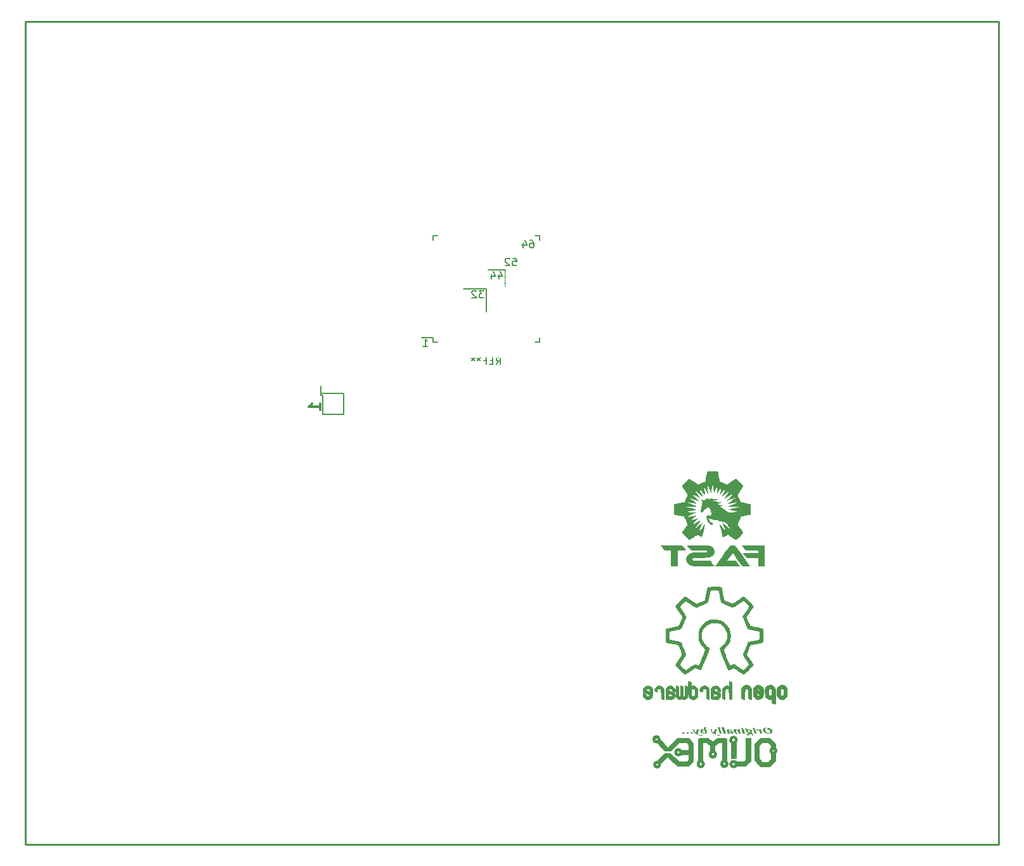
<source format=gbr>
%TF.GenerationSoftware,KiCad,Pcbnew,9.0.1*%
%TF.CreationDate,2025-05-07T00:22:53-04:00*%
%TF.ProjectId,smd-protoboard,736d642d-7072-46f7-946f-626f6172642e,rev?*%
%TF.SameCoordinates,Original*%
%TF.FileFunction,Legend,Bot*%
%TF.FilePolarity,Positive*%
%FSLAX46Y46*%
G04 Gerber Fmt 4.6, Leading zero omitted, Abs format (unit mm)*
G04 Created by KiCad (PCBNEW 9.0.1) date 2025-05-07 00:22:53*
%MOMM*%
%LPD*%
G01*
G04 APERTURE LIST*
%ADD10C,0.200000*%
%ADD11C,0.300000*%
%ADD12C,0.187500*%
%ADD13C,0.150000*%
%ADD14C,0.700000*%
%ADD15C,0.500000*%
%ADD16C,0.100000*%
%ADD17C,0.400000*%
%ADD18C,0.025000*%
%ADD19C,0.127000*%
%ADD20C,0.000000*%
%TA.AperFunction,Profile*%
%ADD21C,0.254000*%
%TD*%
G04 APERTURE END LIST*
D10*
X118802000Y-88870000D02*
X119056000Y-88870000D01*
X121850000Y-88870000D02*
X121850000Y-91664000D01*
X121850000Y-91664000D02*
X119056000Y-91664000D01*
X118802000Y-88870000D02*
X118802000Y-87854000D01*
X119056000Y-89124000D02*
X118802000Y-89124000D01*
X119056000Y-88870000D02*
X121850000Y-88870000D01*
X119056000Y-91664000D02*
X119056000Y-89124000D01*
X118802000Y-88870000D02*
X118802000Y-89124000D01*
D11*
X118718328Y-91076572D02*
X118718328Y-90219429D01*
X118718328Y-90648000D02*
X117218328Y-90648000D01*
X117218328Y-90648000D02*
X117432614Y-90505143D01*
X117432614Y-90505143D02*
X117575471Y-90362286D01*
X117575471Y-90362286D02*
X117646900Y-90219429D01*
D12*
G36*
X178492418Y-133690224D02*
G01*
X178496245Y-133708547D01*
X178493614Y-133721683D01*
X178475406Y-133742443D01*
X178447281Y-133756365D01*
X178418302Y-133767845D01*
X178397444Y-133781522D01*
X178392968Y-133789808D01*
X178394281Y-133801159D01*
X178407001Y-133819122D01*
X178429842Y-133832032D01*
X178459179Y-133840059D01*
X178489853Y-133842681D01*
X178517850Y-133839935D01*
X178541571Y-133831787D01*
X178560580Y-133819229D01*
X178575680Y-133801990D01*
X178585186Y-133782164D01*
X178589956Y-133757733D01*
X178588913Y-133732022D01*
X178581578Y-133703902D01*
X178564483Y-133669753D01*
X178538494Y-133636979D01*
X178504297Y-133606819D01*
X178462840Y-133580657D01*
X178414298Y-133558926D01*
X178358548Y-133542115D01*
X178297613Y-133531523D01*
X178230321Y-133527900D01*
X178183194Y-133530076D01*
X178131671Y-133536937D01*
X178081349Y-133548499D01*
X178032252Y-133565660D01*
X177987446Y-133587739D01*
X177945057Y-133616463D01*
X177910169Y-133650077D01*
X177881884Y-133692422D01*
X177864236Y-133739207D01*
X177856580Y-133796274D01*
X177861480Y-133856962D01*
X177881798Y-133930120D01*
X177910564Y-133993551D01*
X177948081Y-134051114D01*
X177994040Y-134103385D01*
X178049271Y-134152633D01*
X178109272Y-134195730D01*
X178174071Y-134233176D01*
X178245591Y-134266257D01*
X178320040Y-134293283D01*
X178397786Y-134314607D01*
X178479329Y-134330364D01*
X178560468Y-134339663D01*
X178641845Y-134342743D01*
X178722683Y-134339917D01*
X178797393Y-134331662D01*
X178866842Y-134318173D01*
X178931302Y-134298802D01*
X178987231Y-134273865D01*
X179035504Y-134242995D01*
X179073510Y-134207651D01*
X179103069Y-134165262D01*
X179123468Y-134114572D01*
X179131142Y-134062663D01*
X179126213Y-134001703D01*
X179106371Y-133930120D01*
X179067681Y-133850426D01*
X179013790Y-133779861D01*
X178945380Y-133715349D01*
X178868124Y-133659645D01*
X178780526Y-133611015D01*
X178686810Y-133571376D01*
X178586646Y-133539609D01*
X178486434Y-133517007D01*
X178463182Y-133540503D01*
X178525671Y-133573281D01*
X178582690Y-133611822D01*
X178635947Y-133661550D01*
X178685699Y-133727691D01*
X178733400Y-133815374D01*
X178780758Y-133930120D01*
X178806124Y-134011508D01*
X178817602Y-134073881D01*
X178819630Y-134131096D01*
X178813670Y-134173630D01*
X178799511Y-134211396D01*
X178780929Y-134237572D01*
X178756055Y-134259107D01*
X178730835Y-134273330D01*
X178702445Y-134283395D01*
X178674672Y-134288912D01*
X178623551Y-134292478D01*
X178570380Y-134288912D01*
X178539579Y-134283511D01*
X178503958Y-134273330D01*
X178468894Y-134259142D01*
X178428731Y-134237572D01*
X178391149Y-134211092D01*
X178350683Y-134173630D01*
X178314262Y-134130676D01*
X178275628Y-134073881D01*
X178241819Y-134011007D01*
X178208351Y-133930120D01*
X178185347Y-133858542D01*
X178172875Y-133801745D01*
X178167264Y-133748965D01*
X178168258Y-133708298D01*
X178175555Y-133671310D01*
X178187236Y-133644600D01*
X178204259Y-133621452D01*
X178222541Y-133605277D01*
X178244483Y-133592724D01*
X178266737Y-133585297D01*
X178311873Y-133579826D01*
X178344590Y-133582159D01*
X178375218Y-133589157D01*
X178402998Y-133599912D01*
X178428218Y-133614020D01*
X178468311Y-133649533D01*
X178492418Y-133690224D01*
G37*
G36*
X177341448Y-133882053D02*
G01*
X177244764Y-133824655D01*
X177200568Y-133803357D01*
X177153124Y-133784795D01*
X177104911Y-133771655D01*
X177058150Y-133766721D01*
X177015818Y-133771222D01*
X176989420Y-133783427D01*
X176976616Y-133802188D01*
X176979248Y-133830127D01*
X176997456Y-133865933D01*
X177032761Y-133907747D01*
X177058920Y-133907747D01*
X177062767Y-133891976D01*
X177074905Y-133879610D01*
X177095498Y-133871513D01*
X177130556Y-133868375D01*
X177190054Y-133874676D01*
X177250406Y-133890259D01*
X177308279Y-133910482D01*
X177359399Y-133931243D01*
X177488396Y-134285884D01*
X177498312Y-134302883D01*
X177523274Y-134321445D01*
X177571744Y-134336442D01*
X177605016Y-134340989D01*
X177652100Y-134342743D01*
X177698526Y-134340776D01*
X177727754Y-134335905D01*
X177751098Y-134328073D01*
X177765453Y-134319785D01*
X177774259Y-134310191D01*
X177777165Y-134300685D01*
X177775198Y-134284809D01*
X177621667Y-133862904D01*
X177619511Y-133847674D01*
X177624317Y-133835353D01*
X177637206Y-133826782D01*
X177662529Y-133823581D01*
X177690910Y-133826854D01*
X177718607Y-133836135D01*
X177733225Y-133822457D01*
X177677660Y-133801990D01*
X177613632Y-133784258D01*
X177542679Y-133771655D01*
X177465999Y-133766721D01*
X177427812Y-133768442D01*
X177399577Y-133773023D01*
X177375685Y-133780501D01*
X177358715Y-133789436D01*
X177338370Y-133812101D01*
X177332215Y-133837503D01*
X177335207Y-133862122D01*
X177341448Y-133882053D01*
G37*
G36*
X176711167Y-134284809D02*
G01*
X176721596Y-134302053D01*
X176748182Y-134321152D01*
X176769065Y-134329191D01*
X176798190Y-134336442D01*
X176831836Y-134340995D01*
X176878974Y-134342743D01*
X176925344Y-134340769D01*
X176954200Y-134335905D01*
X176976916Y-134328061D01*
X176990446Y-134319785D01*
X177000790Y-134300685D01*
X176998311Y-134284809D01*
X176844780Y-133862904D01*
X176842623Y-133847674D01*
X176847430Y-133835353D01*
X176860318Y-133826782D01*
X176885642Y-133823581D01*
X176914023Y-133826854D01*
X176941720Y-133836135D01*
X176956338Y-133822457D01*
X176900772Y-133801990D01*
X176836744Y-133784258D01*
X176765792Y-133771655D01*
X176689112Y-133766721D01*
X176632596Y-133769489D01*
X176598155Y-133776295D01*
X176572081Y-133787353D01*
X176557123Y-133799792D01*
X176549644Y-133814119D01*
X176548831Y-133829589D01*
X176555669Y-133857433D01*
X176711167Y-134284809D01*
G37*
G36*
X176793403Y-133642157D02*
G01*
X176785150Y-133627308D01*
X176771092Y-133612897D01*
X176729546Y-133588619D01*
X176674921Y-133572206D01*
X176612346Y-133566198D01*
X176581630Y-133567755D01*
X176555157Y-133572206D01*
X176531654Y-133579420D01*
X176513012Y-133588619D01*
X176498812Y-133599832D01*
X176489590Y-133612897D01*
X176485984Y-133627026D01*
X176488478Y-133642157D01*
X176496964Y-133657393D01*
X176510961Y-133671662D01*
X176551908Y-133695402D01*
X176605849Y-133711522D01*
X176667398Y-133717531D01*
X176698950Y-133715963D01*
X176725614Y-133711522D01*
X176768356Y-133695402D01*
X176783059Y-133684411D01*
X176792463Y-133671662D01*
X176796066Y-133657683D01*
X176793403Y-133642157D01*
G37*
G36*
X175531816Y-133669757D02*
G01*
X175558829Y-133672199D01*
X175589603Y-133676840D01*
X175628585Y-133683678D01*
X175634398Y-133699505D01*
X175605332Y-133703046D01*
X175585500Y-133713183D01*
X175575735Y-133728327D01*
X175577807Y-133749819D01*
X175601742Y-133784795D01*
X175642861Y-133818110D01*
X175694250Y-133795524D01*
X175757923Y-133779324D01*
X175828407Y-133769970D01*
X175907693Y-133766721D01*
X175988249Y-133770200D01*
X176067978Y-133780692D01*
X176143808Y-133798169D01*
X176213302Y-133822750D01*
X176274750Y-133854050D01*
X176328108Y-133892702D01*
X176368987Y-133937234D01*
X176396838Y-133990252D01*
X176405673Y-134023634D01*
X176407096Y-134053120D01*
X176401843Y-134081261D01*
X176390769Y-134105877D01*
X176373520Y-134128536D01*
X176351018Y-134148473D01*
X176323494Y-134165932D01*
X176292034Y-134180420D01*
X176343667Y-134200399D01*
X176395385Y-134226630D01*
X176438299Y-134258333D01*
X176453882Y-134276229D01*
X176464030Y-134295751D01*
X176468502Y-134331781D01*
X176455054Y-134357203D01*
X176427261Y-134377494D01*
X176389572Y-134391934D01*
X176459499Y-134411864D01*
X176523954Y-134435898D01*
X176574476Y-134465451D01*
X176591831Y-134482372D01*
X176602173Y-134500671D01*
X176603823Y-134526060D01*
X176589863Y-134546588D01*
X176562380Y-134563384D01*
X176518911Y-134577754D01*
X176466456Y-134587791D01*
X176395812Y-134595486D01*
X176319012Y-134599716D01*
X176226210Y-134601250D01*
X176114909Y-134597391D01*
X175997281Y-134585081D01*
X175883672Y-134563246D01*
X175830829Y-134548351D01*
X175783996Y-134531006D01*
X175742373Y-134510555D01*
X175707744Y-134487286D01*
X175695391Y-134474976D01*
X175896837Y-134474976D01*
X175907583Y-134491576D01*
X175928466Y-134507754D01*
X175956815Y-134521784D01*
X175995401Y-134534816D01*
X176039395Y-134545085D01*
X176093794Y-134553427D01*
X176152117Y-134558484D01*
X176218773Y-134560266D01*
X176315371Y-134556944D01*
X176358471Y-134552246D01*
X176392564Y-134545465D01*
X176421071Y-134535585D01*
X176440179Y-134523337D01*
X176449810Y-134508270D01*
X176448129Y-134488654D01*
X176431032Y-134464865D01*
X176400942Y-134442492D01*
X176361789Y-134422269D01*
X176317337Y-134404488D01*
X176237665Y-134408836D01*
X176142606Y-134412401D01*
X176046863Y-134417872D01*
X175964541Y-134428277D01*
X175932032Y-134436567D01*
X175909830Y-134446302D01*
X175897036Y-134458816D01*
X175896837Y-134474976D01*
X175695391Y-134474976D01*
X175681337Y-134460970D01*
X175664830Y-134431257D01*
X175658440Y-134390800D01*
X175669617Y-134361843D01*
X175695681Y-134337917D01*
X175733731Y-134319540D01*
X175780543Y-134306387D01*
X175837766Y-134297119D01*
X175963002Y-134287838D01*
X176090375Y-134284272D01*
X176200650Y-134278849D01*
X176245321Y-134272684D01*
X176274937Y-134264635D01*
X176292654Y-134252476D01*
X176293914Y-134234544D01*
X176275279Y-134212709D01*
X176243564Y-134196295D01*
X176162609Y-134210510D01*
X176070884Y-134215395D01*
X175990271Y-134211670D01*
X175910172Y-134200399D01*
X175833982Y-134181764D01*
X175763907Y-134155849D01*
X175701923Y-134123201D01*
X175648075Y-134083162D01*
X175606749Y-134037386D01*
X175578661Y-133983706D01*
X175568521Y-133939996D01*
X175571224Y-133903888D01*
X175575115Y-133894861D01*
X175841682Y-133894861D01*
X175844349Y-133924160D01*
X175861104Y-133985905D01*
X175889998Y-134049847D01*
X175930347Y-134106951D01*
X175956013Y-134130497D01*
X175983775Y-134148228D01*
X176016217Y-134160163D01*
X176052248Y-134164055D01*
X176086392Y-134160119D01*
X176109438Y-134149010D01*
X176124371Y-134132323D01*
X176133374Y-134109394D01*
X176135732Y-134084001D01*
X176132690Y-134053658D01*
X176115251Y-133990252D01*
X176086870Y-133927677D01*
X176047119Y-133872478D01*
X176021839Y-133849993D01*
X175994460Y-133833155D01*
X175962404Y-133821838D01*
X175926329Y-133818110D01*
X175892049Y-133821924D01*
X175868883Y-133832618D01*
X175853665Y-133848684D01*
X175844434Y-133870573D01*
X175841682Y-133894861D01*
X175575115Y-133894861D01*
X175585558Y-133870635D01*
X175609778Y-133842681D01*
X175556008Y-133819771D01*
X175502409Y-133791878D01*
X175458469Y-133761006D01*
X175442513Y-133744514D01*
X175433508Y-133728473D01*
X175430509Y-133702431D01*
X175440945Y-133684802D01*
X175463924Y-133673217D01*
X175502494Y-133668926D01*
X175531816Y-133669757D01*
G37*
G36*
X175166966Y-134284809D02*
G01*
X175177395Y-134302053D01*
X175203981Y-134321152D01*
X175224864Y-134329191D01*
X175253989Y-134336442D01*
X175287635Y-134340995D01*
X175334773Y-134342743D01*
X175381143Y-134340769D01*
X175410000Y-134335905D01*
X175432715Y-134328061D01*
X175446245Y-134319785D01*
X175456589Y-134300685D01*
X175454110Y-134284809D01*
X175300579Y-133862904D01*
X175298422Y-133847674D01*
X175303229Y-133835353D01*
X175316117Y-133826782D01*
X175341441Y-133823581D01*
X175369822Y-133826854D01*
X175397519Y-133836135D01*
X175412137Y-133822457D01*
X175356571Y-133801990D01*
X175292543Y-133784258D01*
X175221591Y-133771655D01*
X175144911Y-133766721D01*
X175088395Y-133769489D01*
X175053954Y-133776295D01*
X175027880Y-133787353D01*
X175012922Y-133799792D01*
X175005443Y-133814119D01*
X175004630Y-133829589D01*
X175011468Y-133857433D01*
X175166966Y-134284809D01*
G37*
G36*
X175249202Y-133642157D02*
G01*
X175240949Y-133627308D01*
X175226891Y-133612897D01*
X175185345Y-133588619D01*
X175130720Y-133572206D01*
X175068145Y-133566198D01*
X175037429Y-133567755D01*
X175010956Y-133572206D01*
X174987453Y-133579420D01*
X174968811Y-133588619D01*
X174954611Y-133599832D01*
X174945389Y-133612897D01*
X174941783Y-133627026D01*
X174944277Y-133642157D01*
X174952763Y-133657393D01*
X174966760Y-133671662D01*
X175007707Y-133695402D01*
X175061648Y-133711522D01*
X175123197Y-133717531D01*
X175154749Y-133715963D01*
X175181413Y-133711522D01*
X175224155Y-133695402D01*
X175238858Y-133684411D01*
X175248262Y-133671662D01*
X175251865Y-133657683D01*
X175249202Y-133642157D01*
G37*
G36*
X174288351Y-134061864D02*
G01*
X174267567Y-133996260D01*
X174259115Y-133951759D01*
X174258639Y-133912900D01*
X174264757Y-133888891D01*
X174278048Y-133869953D01*
X174293736Y-133860461D01*
X174313585Y-133855333D01*
X174335197Y-133853623D01*
X174361420Y-133855723D01*
X174386488Y-133862122D01*
X174430000Y-133881515D01*
X174464193Y-133903351D01*
X174488386Y-133919764D01*
X174621229Y-134284809D01*
X174631231Y-134302053D01*
X174656364Y-134321152D01*
X174676396Y-134329176D01*
X174704919Y-134336442D01*
X174738191Y-134340989D01*
X174785275Y-134342743D01*
X174831701Y-134340776D01*
X174860929Y-134335905D01*
X174884273Y-134328073D01*
X174898628Y-134319785D01*
X174907435Y-134310191D01*
X174910340Y-134300685D01*
X174908374Y-134284809D01*
X174754842Y-133862904D01*
X174752686Y-133847674D01*
X174757493Y-133835353D01*
X174770381Y-133826782D01*
X174795704Y-133823581D01*
X174824085Y-133826854D01*
X174851782Y-133836135D01*
X174866400Y-133822457D01*
X174810835Y-133801990D01*
X174746807Y-133784258D01*
X174675854Y-133771655D01*
X174599174Y-133766721D01*
X174543112Y-133770092D01*
X174508988Y-133778494D01*
X174484043Y-133791685D01*
X174469665Y-133806630D01*
X174462987Y-133823327D01*
X174462911Y-133840824D01*
X174470519Y-133870573D01*
X174423352Y-133843017D01*
X174372981Y-133818647D01*
X174326306Y-133799547D01*
X174273476Y-133782841D01*
X174216800Y-133771117D01*
X174158585Y-133766721D01*
X174098326Y-133770486D01*
X174051045Y-133780936D01*
X174013590Y-133799301D01*
X173985563Y-133828515D01*
X173970498Y-133864704D01*
X173966243Y-133916784D01*
X173974487Y-133974668D01*
X173998129Y-134053120D01*
X174032279Y-134129283D01*
X174072501Y-134190824D01*
X174121592Y-134246348D01*
X174172177Y-134290280D01*
X174228955Y-134328305D01*
X174285444Y-134357203D01*
X174345075Y-134380882D01*
X174400336Y-134397942D01*
X174455873Y-134410726D01*
X174504713Y-134418410D01*
X174586950Y-134424711D01*
X174589087Y-134402290D01*
X174532838Y-134390273D01*
X174507070Y-134380511D01*
X174480607Y-134366240D01*
X174456400Y-134348970D01*
X174431367Y-134326086D01*
X174383410Y-134265172D01*
X174335966Y-134178515D01*
X174288351Y-134061864D01*
G37*
G36*
X173397026Y-133768536D02*
G01*
X173460343Y-133774097D01*
X173521887Y-133783567D01*
X173577543Y-133796812D01*
X173627827Y-133814361D01*
X173669867Y-133835891D01*
X173701657Y-133861857D01*
X173720560Y-133892995D01*
X173723455Y-133925205D01*
X173708335Y-133948193D01*
X173689298Y-133959521D01*
X173664283Y-133966457D01*
X173631313Y-133968954D01*
X173591905Y-133964851D01*
X173555915Y-133953371D01*
X173528304Y-133936421D01*
X173512660Y-133915367D01*
X173510980Y-133899245D01*
X173517789Y-133889429D01*
X173545230Y-133876337D01*
X173574551Y-133868131D01*
X173583671Y-133863411D01*
X173584724Y-133856358D01*
X173568054Y-133841362D01*
X173531894Y-133826854D01*
X173481116Y-133815960D01*
X173420593Y-133811564D01*
X173375856Y-133814591D01*
X173342849Y-133822829D01*
X173318609Y-133835891D01*
X173303068Y-133852935D01*
X173296890Y-133874015D01*
X173301512Y-133900615D01*
X173316655Y-133925987D01*
X173344853Y-133951711D01*
X173384179Y-133973206D01*
X173437433Y-133989177D01*
X173591905Y-134021418D01*
X173664793Y-134038486D01*
X173729792Y-134058298D01*
X173788095Y-134082482D01*
X173837503Y-134111592D01*
X173875010Y-134146684D01*
X173900762Y-134193023D01*
X173909591Y-134232540D01*
X173905891Y-134262436D01*
X173891406Y-134288778D01*
X173869389Y-134308598D01*
X173839618Y-134323924D01*
X173803565Y-134334537D01*
X173763357Y-134340655D01*
X173719534Y-134342743D01*
X173649265Y-134338347D01*
X173576261Y-134324181D01*
X173500949Y-134298487D01*
X173424354Y-134259115D01*
X173420381Y-134286699D01*
X173407723Y-134307162D01*
X173387510Y-134322276D01*
X173344705Y-134337472D01*
X173290143Y-134342743D01*
X173243761Y-134340639D01*
X173202093Y-134334537D01*
X173129260Y-134314314D01*
X173072156Y-134288668D01*
X173029413Y-134263511D01*
X173048562Y-134252032D01*
X173079849Y-134267077D01*
X173097418Y-134272719D01*
X173113872Y-134274453D01*
X173134218Y-134271180D01*
X173142424Y-134262974D01*
X173143108Y-134252032D01*
X173140031Y-134241090D01*
X173066247Y-134038423D01*
X173358517Y-134038423D01*
X173358958Y-134050922D01*
X173407513Y-134184279D01*
X173427175Y-134212660D01*
X173461796Y-134238354D01*
X173506078Y-134257210D01*
X173530668Y-134262795D01*
X173554633Y-134264586D01*
X173590280Y-134259701D01*
X173604057Y-134253206D01*
X173615242Y-134242457D01*
X173621860Y-134228995D01*
X173624731Y-134209387D01*
X173613532Y-134156923D01*
X173598688Y-134125455D01*
X173579509Y-134099282D01*
X173555219Y-134075947D01*
X173528817Y-134057468D01*
X173498666Y-134042356D01*
X173467524Y-134031773D01*
X173434470Y-134025162D01*
X173402213Y-134023030D01*
X173380876Y-134024949D01*
X173366395Y-134030161D01*
X173358517Y-134038423D01*
X173066247Y-134038423D01*
X173027618Y-133932318D01*
X173020429Y-133889815D01*
X173030696Y-133856944D01*
X173056003Y-133828424D01*
X173093356Y-133805556D01*
X173140843Y-133788341D01*
X173200041Y-133776051D01*
X173264640Y-133769119D01*
X173336048Y-133766721D01*
X173397026Y-133768536D01*
G37*
G36*
X172601133Y-134285884D02*
G01*
X172611563Y-134302883D01*
X172637892Y-134321445D01*
X172688243Y-134336442D01*
X172722348Y-134341000D01*
X172769624Y-134342743D01*
X172815983Y-134340768D01*
X172844766Y-134335905D01*
X172867393Y-134328047D01*
X172880584Y-134319785D01*
X172890415Y-134300685D01*
X172887936Y-134284809D01*
X172631395Y-133579826D01*
X172629239Y-133564597D01*
X172634045Y-133552276D01*
X172646945Y-133543707D01*
X172672342Y-133540503D01*
X172700980Y-133543532D01*
X172729105Y-133552520D01*
X172743039Y-133539380D01*
X172687901Y-133518912D01*
X172623872Y-133501180D01*
X172552407Y-133488577D01*
X172475812Y-133483644D01*
X172419285Y-133486410D01*
X172384771Y-133493218D01*
X172358697Y-133504276D01*
X172343738Y-133516714D01*
X172336229Y-133531004D01*
X172335361Y-133546219D01*
X172342114Y-133573818D01*
X172601133Y-134285884D01*
G37*
G36*
X172064972Y-134285884D02*
G01*
X172075401Y-134302883D01*
X172101730Y-134321445D01*
X172152081Y-134336442D01*
X172186186Y-134341000D01*
X172233463Y-134342743D01*
X172279821Y-134340768D01*
X172308604Y-134335905D01*
X172331231Y-134328047D01*
X172344422Y-134319785D01*
X172354253Y-134300685D01*
X172351774Y-134284809D01*
X172095233Y-133579826D01*
X172093077Y-133564597D01*
X172097883Y-133552276D01*
X172110783Y-133543707D01*
X172136181Y-133540503D01*
X172164818Y-133543532D01*
X172192943Y-133552520D01*
X172206877Y-133539380D01*
X172151739Y-133518912D01*
X172087711Y-133501180D01*
X172016245Y-133488577D01*
X171939651Y-133483644D01*
X171883123Y-133486410D01*
X171848609Y-133493218D01*
X171822535Y-133504276D01*
X171807576Y-133516714D01*
X171800067Y-133531004D01*
X171799199Y-133546219D01*
X171805952Y-133573818D01*
X172064972Y-134285884D01*
G37*
G36*
X170914685Y-133852548D02*
G01*
X170958857Y-133950997D01*
X171018208Y-134045744D01*
X171090977Y-134136546D01*
X171173449Y-134220622D01*
X171266598Y-134299297D01*
X171366730Y-134369757D01*
X171475111Y-134433284D01*
X171583691Y-134485332D01*
X171698058Y-134528671D01*
X171810568Y-134560217D01*
X171888283Y-134575413D01*
X171962237Y-134584187D01*
X172033171Y-134587035D01*
X172108887Y-134582410D01*
X172154474Y-134570915D01*
X172175224Y-134558782D01*
X172184686Y-134544680D01*
X172183539Y-134527440D01*
X172170546Y-134507217D01*
X172149260Y-134489729D01*
X172122332Y-134477468D01*
X172092669Y-134472827D01*
X172077470Y-134475341D01*
X172066852Y-134483183D01*
X172050354Y-134505849D01*
X172026845Y-134528515D01*
X172008474Y-134536081D01*
X171979059Y-134538919D01*
X171936418Y-134536910D01*
X171888103Y-134530468D01*
X171839347Y-134520385D01*
X171787145Y-134506142D01*
X171680546Y-134467600D01*
X171570954Y-134417091D01*
X171587452Y-134296581D01*
X171611645Y-134165130D01*
X171642932Y-134037538D01*
X171680887Y-133928508D01*
X171703717Y-133883578D01*
X171726109Y-133852304D01*
X171754036Y-133829350D01*
X171777827Y-133823581D01*
X171806636Y-133826854D01*
X171832880Y-133836135D01*
X171846643Y-133822457D01*
X171800396Y-133803357D01*
X171745258Y-133785332D01*
X171674904Y-133771948D01*
X171633885Y-133768119D01*
X171583178Y-133766721D01*
X171528734Y-133770590D01*
X171482477Y-133781766D01*
X171445128Y-133801759D01*
X171413319Y-133837258D01*
X171379211Y-133909408D01*
X171350317Y-134003392D01*
X171327065Y-134115695D01*
X171308087Y-134242164D01*
X171229274Y-134169225D01*
X171159771Y-134091662D01*
X171103603Y-134010785D01*
X171064626Y-133927970D01*
X171052487Y-133876581D01*
X171054282Y-133840238D01*
X171059924Y-133814544D01*
X171059497Y-133795688D01*
X171043255Y-133781766D01*
X171012822Y-133772778D01*
X170978885Y-133768089D01*
X170950846Y-133766721D01*
X170927910Y-133768426D01*
X170914258Y-133772729D01*
X170905268Y-133779775D01*
X170900324Y-133789973D01*
X170902632Y-133817035D01*
X170914685Y-133852548D01*
G37*
G36*
X170132754Y-133488577D02*
G01*
X170203792Y-133501180D01*
X170267735Y-133518912D01*
X170323300Y-133539380D01*
X170309366Y-133552520D01*
X170281413Y-133543532D01*
X170252690Y-133540503D01*
X170227347Y-133543703D01*
X170214392Y-133552276D01*
X170209586Y-133564597D01*
X170211742Y-133579826D01*
X170389722Y-134068947D01*
X170404195Y-134123598D01*
X170406905Y-134173874D01*
X170395541Y-134221398D01*
X170368949Y-134261069D01*
X170341887Y-134284043D01*
X170306592Y-134303820D01*
X170262008Y-134320615D01*
X170212476Y-134332310D01*
X170150403Y-134339955D01*
X170073000Y-134342743D01*
X169968836Y-134336876D01*
X169875786Y-134319785D01*
X169791230Y-134292631D01*
X169717383Y-134257210D01*
X169654561Y-134214597D01*
X169601807Y-134164593D01*
X169561302Y-134110108D01*
X169533248Y-134051997D01*
X169514717Y-133978468D01*
X169515686Y-133931946D01*
X169802284Y-133931946D01*
X169805518Y-133972520D01*
X169829624Y-134061864D01*
X169862534Y-134140059D01*
X169894511Y-134195830D01*
X169924940Y-134234006D01*
X169965829Y-134266954D01*
X170006216Y-134283929D01*
X170047953Y-134289205D01*
X170084642Y-134283822D01*
X170111280Y-134267413D01*
X170128822Y-134235081D01*
X170132393Y-134198535D01*
X170124575Y-134142903D01*
X170100013Y-134061864D01*
X170040516Y-133898466D01*
X170028548Y-133883420D01*
X169999740Y-133860755D01*
X169956228Y-133840238D01*
X169929525Y-133833496D01*
X169899124Y-133831201D01*
X169862415Y-133835847D01*
X169835608Y-133849519D01*
X169817745Y-133869987D01*
X169806031Y-133899296D01*
X169802284Y-133931946D01*
X169515686Y-133931946D01*
X169515894Y-133921962D01*
X169533256Y-133870979D01*
X169561287Y-133833399D01*
X169601899Y-133803115D01*
X169650448Y-133782841D01*
X169706056Y-133770733D01*
X169764314Y-133766721D01*
X169814292Y-133768309D01*
X169855954Y-133772729D01*
X169926308Y-133787482D01*
X169977684Y-133805263D01*
X170012135Y-133820308D01*
X169923401Y-133576554D01*
X169918187Y-133546756D01*
X169921076Y-133531122D01*
X169930155Y-133516714D01*
X169946161Y-133504217D01*
X169972128Y-133493218D01*
X170005453Y-133486340D01*
X170056160Y-133483644D01*
X170132754Y-133488577D01*
G37*
G36*
X168511531Y-133852548D02*
G01*
X168555702Y-133950997D01*
X168615054Y-134045744D01*
X168687823Y-134136546D01*
X168770294Y-134220622D01*
X168863443Y-134299297D01*
X168963576Y-134369757D01*
X169071957Y-134433284D01*
X169180537Y-134485332D01*
X169294904Y-134528671D01*
X169407414Y-134560217D01*
X169485129Y-134575413D01*
X169559083Y-134584187D01*
X169630017Y-134587035D01*
X169705733Y-134582410D01*
X169751320Y-134570915D01*
X169772070Y-134558782D01*
X169781532Y-134544680D01*
X169780385Y-134527440D01*
X169767391Y-134507217D01*
X169746106Y-134489729D01*
X169719178Y-134477468D01*
X169689515Y-134472827D01*
X169674315Y-134475341D01*
X169663698Y-134483183D01*
X169647199Y-134505849D01*
X169623691Y-134528515D01*
X169605319Y-134536081D01*
X169575905Y-134538919D01*
X169533264Y-134536910D01*
X169484949Y-134530468D01*
X169436193Y-134520385D01*
X169383991Y-134506142D01*
X169277391Y-134467600D01*
X169167800Y-134417091D01*
X169184298Y-134296581D01*
X169208490Y-134165130D01*
X169239778Y-134037538D01*
X169277733Y-133928508D01*
X169300563Y-133883578D01*
X169322955Y-133852304D01*
X169350882Y-133829350D01*
X169374673Y-133823581D01*
X169403482Y-133826854D01*
X169429726Y-133836135D01*
X169443489Y-133822457D01*
X169397241Y-133803357D01*
X169342103Y-133785332D01*
X169271749Y-133771948D01*
X169230730Y-133768119D01*
X169180024Y-133766721D01*
X169125580Y-133770590D01*
X169079323Y-133781766D01*
X169041974Y-133801759D01*
X169010165Y-133837258D01*
X168976057Y-133909408D01*
X168947163Y-134003392D01*
X168923911Y-134115695D01*
X168904933Y-134242164D01*
X168826120Y-134169225D01*
X168756617Y-134091662D01*
X168700449Y-134010785D01*
X168661472Y-133927970D01*
X168649333Y-133876581D01*
X168651128Y-133840238D01*
X168656770Y-133814544D01*
X168656343Y-133795688D01*
X168640101Y-133781766D01*
X168609668Y-133772778D01*
X168575730Y-133768089D01*
X168547691Y-133766721D01*
X168524756Y-133768426D01*
X168511104Y-133772729D01*
X168502114Y-133779775D01*
X168497170Y-133789973D01*
X168499478Y-133817035D01*
X168511531Y-133852548D01*
G37*
G36*
X168521618Y-134250908D02*
G01*
X168511883Y-134232391D01*
X168496400Y-134214858D01*
X168452461Y-134185353D01*
X168395186Y-134165423D01*
X168363028Y-134159872D01*
X168330645Y-134158047D01*
X168299180Y-134159940D01*
X168271660Y-134165423D01*
X168247534Y-134174162D01*
X168228405Y-134185353D01*
X168214237Y-134198843D01*
X168205068Y-134214858D01*
X168201924Y-134232086D01*
X168205495Y-134250908D01*
X168215582Y-134269879D01*
X168231397Y-134287300D01*
X168276020Y-134316267D01*
X168333637Y-134335612D01*
X168365607Y-134340977D01*
X168397836Y-134342743D01*
X168429485Y-134340909D01*
X168457077Y-134335612D01*
X168481228Y-134327147D01*
X168500076Y-134316267D01*
X168513858Y-134303037D01*
X168522730Y-134287300D01*
X168525497Y-134270222D01*
X168521618Y-134250908D01*
G37*
G36*
X167963572Y-134250908D02*
G01*
X167953837Y-134232391D01*
X167938354Y-134214858D01*
X167894415Y-134185353D01*
X167837140Y-134165423D01*
X167804982Y-134159872D01*
X167772599Y-134158047D01*
X167741134Y-134159940D01*
X167713614Y-134165423D01*
X167689488Y-134174162D01*
X167670359Y-134185353D01*
X167656191Y-134198843D01*
X167647021Y-134214858D01*
X167643878Y-134232086D01*
X167647449Y-134250908D01*
X167657536Y-134269879D01*
X167673351Y-134287300D01*
X167717974Y-134316267D01*
X167775591Y-134335612D01*
X167807561Y-134340977D01*
X167839790Y-134342743D01*
X167871439Y-134340909D01*
X167899031Y-134335612D01*
X167923182Y-134327147D01*
X167942030Y-134316267D01*
X167955812Y-134303037D01*
X167964684Y-134287300D01*
X167967451Y-134270222D01*
X167963572Y-134250908D01*
G37*
G36*
X167405526Y-134250908D02*
G01*
X167395791Y-134232391D01*
X167380308Y-134214858D01*
X167336369Y-134185353D01*
X167279094Y-134165423D01*
X167246936Y-134159872D01*
X167214553Y-134158047D01*
X167183088Y-134159940D01*
X167155568Y-134165423D01*
X167131442Y-134174162D01*
X167112313Y-134185353D01*
X167098145Y-134198843D01*
X167088975Y-134214858D01*
X167085831Y-134232086D01*
X167089403Y-134250908D01*
X167099490Y-134269879D01*
X167115305Y-134287300D01*
X167159928Y-134316267D01*
X167217545Y-134335612D01*
X167249515Y-134340977D01*
X167281744Y-134342743D01*
X167313393Y-134340909D01*
X167340985Y-134335612D01*
X167365136Y-134327147D01*
X167383984Y-134316267D01*
X167397766Y-134303037D01*
X167406638Y-134287300D01*
X167409405Y-134270222D01*
X167405526Y-134250908D01*
G37*
D13*
X142233333Y-85004819D02*
X142566666Y-84528628D01*
X142804761Y-85004819D02*
X142804761Y-84004819D01*
X142804761Y-84004819D02*
X142423809Y-84004819D01*
X142423809Y-84004819D02*
X142328571Y-84052438D01*
X142328571Y-84052438D02*
X142280952Y-84100057D01*
X142280952Y-84100057D02*
X142233333Y-84195295D01*
X142233333Y-84195295D02*
X142233333Y-84338152D01*
X142233333Y-84338152D02*
X142280952Y-84433390D01*
X142280952Y-84433390D02*
X142328571Y-84481009D01*
X142328571Y-84481009D02*
X142423809Y-84528628D01*
X142423809Y-84528628D02*
X142804761Y-84528628D01*
X141804761Y-84481009D02*
X141471428Y-84481009D01*
X141328571Y-85004819D02*
X141804761Y-85004819D01*
X141804761Y-85004819D02*
X141804761Y-84004819D01*
X141804761Y-84004819D02*
X141328571Y-84004819D01*
X140566666Y-84481009D02*
X140899999Y-84481009D01*
X140899999Y-85004819D02*
X140899999Y-84004819D01*
X140899999Y-84004819D02*
X140423809Y-84004819D01*
X139899999Y-84004819D02*
X139899999Y-84242914D01*
X140138094Y-84147676D02*
X139899999Y-84242914D01*
X139899999Y-84242914D02*
X139661904Y-84147676D01*
X140042856Y-84433390D02*
X139899999Y-84242914D01*
X139899999Y-84242914D02*
X139757142Y-84433390D01*
X139138094Y-84004819D02*
X139138094Y-84242914D01*
X139376189Y-84147676D02*
X139138094Y-84242914D01*
X139138094Y-84242914D02*
X138899999Y-84147676D01*
X139280951Y-84433390D02*
X139138094Y-84242914D01*
X139138094Y-84242914D02*
X138995237Y-84433390D01*
X144440095Y-70798819D02*
X144916285Y-70798819D01*
X144916285Y-70798819D02*
X144963904Y-71275009D01*
X144963904Y-71275009D02*
X144916285Y-71227390D01*
X144916285Y-71227390D02*
X144821047Y-71179771D01*
X144821047Y-71179771D02*
X144582952Y-71179771D01*
X144582952Y-71179771D02*
X144487714Y-71227390D01*
X144487714Y-71227390D02*
X144440095Y-71275009D01*
X144440095Y-71275009D02*
X144392476Y-71370247D01*
X144392476Y-71370247D02*
X144392476Y-71608342D01*
X144392476Y-71608342D02*
X144440095Y-71703580D01*
X144440095Y-71703580D02*
X144487714Y-71751200D01*
X144487714Y-71751200D02*
X144582952Y-71798819D01*
X144582952Y-71798819D02*
X144821047Y-71798819D01*
X144821047Y-71798819D02*
X144916285Y-71751200D01*
X144916285Y-71751200D02*
X144963904Y-71703580D01*
X144011523Y-70894057D02*
X143963904Y-70846438D01*
X143963904Y-70846438D02*
X143868666Y-70798819D01*
X143868666Y-70798819D02*
X143630571Y-70798819D01*
X143630571Y-70798819D02*
X143535333Y-70846438D01*
X143535333Y-70846438D02*
X143487714Y-70894057D01*
X143487714Y-70894057D02*
X143440095Y-70989295D01*
X143440095Y-70989295D02*
X143440095Y-71084533D01*
X143440095Y-71084533D02*
X143487714Y-71227390D01*
X143487714Y-71227390D02*
X144059142Y-71798819D01*
X144059142Y-71798819D02*
X143440095Y-71798819D01*
X142582714Y-72910152D02*
X142582714Y-73576819D01*
X142820809Y-72529200D02*
X143058904Y-73243485D01*
X143058904Y-73243485D02*
X142439857Y-73243485D01*
X141630333Y-72910152D02*
X141630333Y-73576819D01*
X141868428Y-72529200D02*
X142106523Y-73243485D01*
X142106523Y-73243485D02*
X141487476Y-73243485D01*
X146773714Y-68385819D02*
X146964190Y-68385819D01*
X146964190Y-68385819D02*
X147059428Y-68433438D01*
X147059428Y-68433438D02*
X147107047Y-68481057D01*
X147107047Y-68481057D02*
X147202285Y-68623914D01*
X147202285Y-68623914D02*
X147249904Y-68814390D01*
X147249904Y-68814390D02*
X147249904Y-69195342D01*
X147249904Y-69195342D02*
X147202285Y-69290580D01*
X147202285Y-69290580D02*
X147154666Y-69338200D01*
X147154666Y-69338200D02*
X147059428Y-69385819D01*
X147059428Y-69385819D02*
X146868952Y-69385819D01*
X146868952Y-69385819D02*
X146773714Y-69338200D01*
X146773714Y-69338200D02*
X146726095Y-69290580D01*
X146726095Y-69290580D02*
X146678476Y-69195342D01*
X146678476Y-69195342D02*
X146678476Y-68957247D01*
X146678476Y-68957247D02*
X146726095Y-68862009D01*
X146726095Y-68862009D02*
X146773714Y-68814390D01*
X146773714Y-68814390D02*
X146868952Y-68766771D01*
X146868952Y-68766771D02*
X147059428Y-68766771D01*
X147059428Y-68766771D02*
X147154666Y-68814390D01*
X147154666Y-68814390D02*
X147202285Y-68862009D01*
X147202285Y-68862009D02*
X147249904Y-68957247D01*
X145821333Y-68719152D02*
X145821333Y-69385819D01*
X146059428Y-68338200D02*
X146297523Y-69052485D01*
X146297523Y-69052485D02*
X145678476Y-69052485D01*
X140566523Y-75116819D02*
X139947476Y-75116819D01*
X139947476Y-75116819D02*
X140280809Y-75497771D01*
X140280809Y-75497771D02*
X140137952Y-75497771D01*
X140137952Y-75497771D02*
X140042714Y-75545390D01*
X140042714Y-75545390D02*
X139995095Y-75593009D01*
X139995095Y-75593009D02*
X139947476Y-75688247D01*
X139947476Y-75688247D02*
X139947476Y-75926342D01*
X139947476Y-75926342D02*
X139995095Y-76021580D01*
X139995095Y-76021580D02*
X140042714Y-76069200D01*
X140042714Y-76069200D02*
X140137952Y-76116819D01*
X140137952Y-76116819D02*
X140423666Y-76116819D01*
X140423666Y-76116819D02*
X140518904Y-76069200D01*
X140518904Y-76069200D02*
X140566523Y-76021580D01*
X139566523Y-75212057D02*
X139518904Y-75164438D01*
X139518904Y-75164438D02*
X139423666Y-75116819D01*
X139423666Y-75116819D02*
X139185571Y-75116819D01*
X139185571Y-75116819D02*
X139090333Y-75164438D01*
X139090333Y-75164438D02*
X139042714Y-75212057D01*
X139042714Y-75212057D02*
X138995095Y-75307295D01*
X138995095Y-75307295D02*
X138995095Y-75402533D01*
X138995095Y-75402533D02*
X139042714Y-75545390D01*
X139042714Y-75545390D02*
X139614142Y-76116819D01*
X139614142Y-76116819D02*
X138995095Y-76116819D01*
X132486285Y-82593819D02*
X133057713Y-82593819D01*
X132771999Y-82593819D02*
X132771999Y-81593819D01*
X132771999Y-81593819D02*
X132867237Y-81736676D01*
X132867237Y-81736676D02*
X132962475Y-81831914D01*
X132962475Y-81831914D02*
X133057713Y-81879533D01*
D14*
%TO.C,OLIMEX_LOGO\u002A\u002A*%
X164003379Y-135455135D02*
X164866979Y-136348835D01*
X164054179Y-138134835D02*
X164892379Y-137322035D01*
D15*
X165400379Y-137220435D02*
X164866979Y-137220435D01*
X165425779Y-136445735D02*
X164866979Y-136445735D01*
D16*
X166429079Y-134934435D02*
X165171779Y-136179035D01*
X166479879Y-134934435D02*
X166429079Y-134934435D01*
D14*
X166543379Y-135264635D02*
X165451179Y-136331435D01*
X166543379Y-138439635D02*
X165400379Y-137322035D01*
X167076779Y-136839435D02*
X168295979Y-136839435D01*
X167765279Y-135264635D02*
X166543379Y-135264635D01*
D16*
X167851479Y-134934435D02*
X166479879Y-134934435D01*
D14*
X167864179Y-138439635D02*
X166543379Y-138439635D01*
X168295979Y-135747235D02*
X167813379Y-135239235D01*
X168295979Y-135772635D02*
X168295979Y-138007835D01*
X168295979Y-138007835D02*
X167864179Y-138439635D01*
D16*
X169223079Y-134972535D02*
X170518479Y-134972535D01*
X169223079Y-134985235D02*
X169223079Y-134972535D01*
X169223079Y-137995135D02*
X169223079Y-134985235D01*
X169375479Y-135048735D02*
X169273879Y-135048735D01*
D14*
X169553279Y-135277335D02*
X169553279Y-137880835D01*
X170454979Y-135290035D02*
X169565979Y-135290035D01*
D16*
X170518479Y-134972535D02*
X170543879Y-134972535D01*
X170543879Y-134972535D02*
X171166179Y-135467835D01*
D14*
X171089979Y-135798035D02*
X170454979Y-135290035D01*
X171166179Y-136585435D02*
X171166179Y-135874235D01*
D16*
X171788479Y-134972535D02*
X171204279Y-135455135D01*
D14*
X171877379Y-135290035D02*
X171267779Y-135798035D01*
X172715579Y-135290035D02*
X171877379Y-135290035D01*
X172715579Y-137880835D02*
X172715579Y-135290035D01*
D16*
X172880679Y-135036035D02*
X172956879Y-135036035D01*
X173033079Y-134972535D02*
X171788479Y-134972535D01*
X173033079Y-137969735D02*
X173033079Y-134985235D01*
X173617279Y-137626835D02*
X173617279Y-135607535D01*
X173642679Y-137626835D02*
X173617279Y-137626835D01*
X173769679Y-137563335D02*
X173680779Y-137563335D01*
D14*
X173934779Y-135721835D02*
X173934779Y-137322035D01*
D16*
X174112579Y-137563335D02*
X174176079Y-137563335D01*
X174252279Y-135607535D02*
X174252279Y-137626835D01*
X174252279Y-137626835D02*
X173642679Y-137626835D01*
D14*
X174447579Y-138439635D02*
X175433379Y-138439635D01*
X175433379Y-138439635D02*
X175890579Y-137982435D01*
D16*
X175573079Y-134921735D02*
X175573079Y-137957035D01*
X175750879Y-134997935D02*
X175636579Y-134997935D01*
X175877879Y-134921735D02*
X175573079Y-134921735D01*
X175890579Y-134921735D02*
X176169979Y-134921735D01*
D14*
X175890579Y-137995135D02*
X175890579Y-135264635D01*
D16*
X176055679Y-135010635D02*
X176119179Y-134997935D01*
X176169979Y-134921735D02*
X176182679Y-134921735D01*
X176182679Y-134921735D02*
X176195379Y-134921735D01*
X176195379Y-134921735D02*
X176195379Y-138071335D01*
D14*
X177046279Y-135874235D02*
X177046279Y-137804635D01*
X177058979Y-137842735D02*
X177617779Y-138426935D01*
X177668579Y-135264635D02*
X178671879Y-135264635D01*
X177668579Y-135277335D02*
X177033579Y-135886935D01*
X178697279Y-138452335D02*
X177655879Y-138452335D01*
X179256079Y-137893535D02*
X179256079Y-137131535D01*
X179268779Y-135861535D02*
X178760779Y-135353535D01*
X179268779Y-135912335D02*
X179268779Y-136153635D01*
X179268779Y-137880835D02*
X178684579Y-138452335D01*
D17*
X163994514Y-135099535D02*
G75*
G02*
X163275644Y-135099535I-359435J0D01*
G01*
X163275644Y-135099535D02*
G75*
G02*
X163994514Y-135099535I359435J0D01*
G01*
X164053445Y-138490435D02*
G75*
G02*
X163394513Y-138490435I-329466J0D01*
G01*
X163394513Y-138490435D02*
G75*
G02*
X164053445Y-138490435I329466J0D01*
G01*
X166928438Y-136839435D02*
G75*
G02*
X166209120Y-136839435I-359659J0D01*
G01*
X166209120Y-136839435D02*
G75*
G02*
X166928438Y-136839435I359659J0D01*
G01*
X169916508Y-138401535D02*
G75*
G02*
X169190050Y-138401535I-363229J0D01*
G01*
X169190050Y-138401535D02*
G75*
G02*
X169916508Y-138401535I363229J0D01*
G01*
X171537097Y-137118835D02*
G75*
G02*
X170795261Y-137118835I-370918J0D01*
G01*
X170795261Y-137118835D02*
G75*
G02*
X171537097Y-137118835I370918J0D01*
G01*
X173062538Y-138388835D02*
G75*
G02*
X172343220Y-138388835I-359659J0D01*
G01*
X172343220Y-138388835D02*
G75*
G02*
X173062538Y-138388835I359659J0D01*
G01*
X174295597Y-135188435D02*
G75*
G02*
X173548561Y-135188435I-373518J0D01*
G01*
X173548561Y-135188435D02*
G75*
G02*
X174295597Y-135188435I373518J0D01*
G01*
X174301103Y-138414235D02*
G75*
G02*
X173568455Y-138414235I-366324J0D01*
G01*
X173568455Y-138414235D02*
G75*
G02*
X174301103Y-138414235I366324J0D01*
G01*
X179593526Y-136636235D02*
G75*
G02*
X178918632Y-136636235I-337447J0D01*
G01*
X178918632Y-136636235D02*
G75*
G02*
X179593526Y-136636235I337447J0D01*
G01*
D18*
%TO.C,G\u002A\u002A\u002A*%
X163992530Y-127936957D02*
X164096843Y-127943870D01*
X164188010Y-127963935D01*
X164270507Y-127999011D01*
X164348809Y-128050958D01*
X164427392Y-128121635D01*
X164466165Y-128162985D01*
X164525188Y-128240479D01*
X164567505Y-128320612D01*
X164595758Y-128407875D01*
X164596706Y-128412554D01*
X164600146Y-128442281D01*
X164603294Y-128489124D01*
X164606136Y-128550832D01*
X164608661Y-128625152D01*
X164610854Y-128709833D01*
X164612703Y-128802624D01*
X164614196Y-128901274D01*
X164615318Y-129003530D01*
X164616057Y-129107141D01*
X164616401Y-129209855D01*
X164616336Y-129309421D01*
X164615849Y-129403588D01*
X164614928Y-129490104D01*
X164613559Y-129566717D01*
X164611730Y-129631175D01*
X164609427Y-129681228D01*
X164606638Y-129714624D01*
X164603350Y-129729110D01*
X164583391Y-129741426D01*
X164554904Y-129746667D01*
X164525189Y-129742265D01*
X164484417Y-129730273D01*
X164437180Y-129712709D01*
X164387910Y-129691593D01*
X164341039Y-129668943D01*
X164301001Y-129646777D01*
X164272228Y-129627116D01*
X164259153Y-129611977D01*
X164258936Y-129610928D01*
X164257663Y-129593253D01*
X164256263Y-129556899D01*
X164254779Y-129503962D01*
X164253256Y-129436544D01*
X164251737Y-129356743D01*
X164250268Y-129266659D01*
X164248891Y-129168392D01*
X164247650Y-129064042D01*
X164246425Y-128954267D01*
X164244970Y-128842091D01*
X164243321Y-128747762D01*
X164241272Y-128669478D01*
X164238621Y-128605440D01*
X164235162Y-128553847D01*
X164230691Y-128512898D01*
X164225005Y-128480791D01*
X164217899Y-128455728D01*
X164209168Y-128435906D01*
X164198609Y-128419525D01*
X164186017Y-128404785D01*
X164171188Y-128389884D01*
X164137660Y-128361258D01*
X164073282Y-128324945D01*
X164005813Y-128308197D01*
X163937796Y-128311111D01*
X163871773Y-128333781D01*
X163810286Y-128376305D01*
X163781896Y-128404472D01*
X163750174Y-128449093D01*
X163730231Y-128501017D01*
X163718915Y-128566815D01*
X163712424Y-128621532D01*
X163704457Y-128668734D01*
X163694794Y-128700281D01*
X163682037Y-128719140D01*
X163664784Y-128728280D01*
X163641636Y-128730667D01*
X163641494Y-128730666D01*
X163618242Y-128726039D01*
X163582395Y-128713778D01*
X163538583Y-128696035D01*
X163491435Y-128674968D01*
X163445581Y-128652730D01*
X163405650Y-128631478D01*
X163376274Y-128613364D01*
X163362079Y-128600544D01*
X163357008Y-128580886D01*
X163354466Y-128544614D01*
X163355483Y-128498814D01*
X163356078Y-128490355D01*
X163373404Y-128396192D01*
X163408733Y-128302333D01*
X163459507Y-128212665D01*
X163523165Y-128131075D01*
X163597147Y-128061451D01*
X163678894Y-128007680D01*
X163743645Y-127977272D01*
X163816168Y-127953671D01*
X163893374Y-127940810D01*
X163982875Y-127936917D01*
X163992530Y-127936957D01*
G36*
X163992530Y-127936957D02*
G01*
X164096843Y-127943870D01*
X164188010Y-127963935D01*
X164270507Y-127999011D01*
X164348809Y-128050958D01*
X164427392Y-128121635D01*
X164466165Y-128162985D01*
X164525188Y-128240479D01*
X164567505Y-128320612D01*
X164595758Y-128407875D01*
X164596706Y-128412554D01*
X164600146Y-128442281D01*
X164603294Y-128489124D01*
X164606136Y-128550832D01*
X164608661Y-128625152D01*
X164610854Y-128709833D01*
X164612703Y-128802624D01*
X164614196Y-128901274D01*
X164615318Y-129003530D01*
X164616057Y-129107141D01*
X164616401Y-129209855D01*
X164616336Y-129309421D01*
X164615849Y-129403588D01*
X164614928Y-129490104D01*
X164613559Y-129566717D01*
X164611730Y-129631175D01*
X164609427Y-129681228D01*
X164606638Y-129714624D01*
X164603350Y-129729110D01*
X164583391Y-129741426D01*
X164554904Y-129746667D01*
X164525189Y-129742265D01*
X164484417Y-129730273D01*
X164437180Y-129712709D01*
X164387910Y-129691593D01*
X164341039Y-129668943D01*
X164301001Y-129646777D01*
X164272228Y-129627116D01*
X164259153Y-129611977D01*
X164258936Y-129610928D01*
X164257663Y-129593253D01*
X164256263Y-129556899D01*
X164254779Y-129503962D01*
X164253256Y-129436544D01*
X164251737Y-129356743D01*
X164250268Y-129266659D01*
X164248891Y-129168392D01*
X164247650Y-129064042D01*
X164246425Y-128954267D01*
X164244970Y-128842091D01*
X164243321Y-128747762D01*
X164241272Y-128669478D01*
X164238621Y-128605440D01*
X164235162Y-128553847D01*
X164230691Y-128512898D01*
X164225005Y-128480791D01*
X164217899Y-128455728D01*
X164209168Y-128435906D01*
X164198609Y-128419525D01*
X164186017Y-128404785D01*
X164171188Y-128389884D01*
X164137660Y-128361258D01*
X164073282Y-128324945D01*
X164005813Y-128308197D01*
X163937796Y-128311111D01*
X163871773Y-128333781D01*
X163810286Y-128376305D01*
X163781896Y-128404472D01*
X163750174Y-128449093D01*
X163730231Y-128501017D01*
X163718915Y-128566815D01*
X163712424Y-128621532D01*
X163704457Y-128668734D01*
X163694794Y-128700281D01*
X163682037Y-128719140D01*
X163664784Y-128728280D01*
X163641636Y-128730667D01*
X163641494Y-128730666D01*
X163618242Y-128726039D01*
X163582395Y-128713778D01*
X163538583Y-128696035D01*
X163491435Y-128674968D01*
X163445581Y-128652730D01*
X163405650Y-128631478D01*
X163376274Y-128613364D01*
X163362079Y-128600544D01*
X163357008Y-128580886D01*
X163354466Y-128544614D01*
X163355483Y-128498814D01*
X163356078Y-128490355D01*
X163373404Y-128396192D01*
X163408733Y-128302333D01*
X163459507Y-128212665D01*
X163523165Y-128131075D01*
X163597147Y-128061451D01*
X163678894Y-128007680D01*
X163743645Y-127977272D01*
X163816168Y-127953671D01*
X163893374Y-127940810D01*
X163982875Y-127936917D01*
X163992530Y-127936957D01*
G37*
X170108234Y-127939326D02*
X170167413Y-127947310D01*
X170170826Y-127948080D01*
X170265201Y-127979698D01*
X170355453Y-128028820D01*
X170438743Y-128092544D01*
X170512228Y-128167970D01*
X170573070Y-128252197D01*
X170618426Y-128342323D01*
X170645456Y-128435450D01*
X170647457Y-128454482D01*
X170649512Y-128495776D01*
X170651181Y-128556149D01*
X170652451Y-128634462D01*
X170653309Y-128729581D01*
X170653741Y-128840366D01*
X170653734Y-128965683D01*
X170653275Y-129104394D01*
X170652746Y-129213186D01*
X170652135Y-129325712D01*
X170651490Y-129420101D01*
X170650749Y-129498006D01*
X170649846Y-129561078D01*
X170648719Y-129610971D01*
X170647304Y-129649336D01*
X170645538Y-129677828D01*
X170643357Y-129698097D01*
X170640697Y-129711796D01*
X170637494Y-129720579D01*
X170633686Y-129726097D01*
X170629208Y-129730003D01*
X170611859Y-129739761D01*
X170586054Y-129746330D01*
X170563792Y-129742422D01*
X170527660Y-129730784D01*
X170483098Y-129713519D01*
X170434832Y-129692756D01*
X170387587Y-129670621D01*
X170346091Y-129649242D01*
X170315070Y-129630745D01*
X170299250Y-129617258D01*
X170298561Y-129614570D01*
X170296739Y-129593850D01*
X170294841Y-129554784D01*
X170292917Y-129499390D01*
X170291019Y-129429687D01*
X170289200Y-129347694D01*
X170287509Y-129255430D01*
X170285999Y-129154914D01*
X170284723Y-129048167D01*
X170284389Y-129016373D01*
X170283118Y-128898554D01*
X170281939Y-128799634D01*
X170280766Y-128717790D01*
X170279511Y-128651199D01*
X170278088Y-128598040D01*
X170276409Y-128556489D01*
X170274386Y-128524724D01*
X170271934Y-128500922D01*
X170268965Y-128483261D01*
X170265391Y-128469917D01*
X170261126Y-128459069D01*
X170256083Y-128448894D01*
X170231034Y-128409874D01*
X170179609Y-128360237D01*
X170115679Y-128326470D01*
X170041660Y-128310136D01*
X170031020Y-128309360D01*
X169958213Y-128315068D01*
X169893460Y-128340016D01*
X169838364Y-128383333D01*
X169794534Y-128444146D01*
X169782891Y-128467243D01*
X169770638Y-128500842D01*
X169763301Y-128539596D01*
X169758952Y-128591497D01*
X169758463Y-128599634D01*
X169752996Y-128655514D01*
X169743130Y-128695035D01*
X169726524Y-128719190D01*
X169700838Y-128728974D01*
X169663734Y-128725382D01*
X169612870Y-128709408D01*
X169545906Y-128682047D01*
X169504365Y-128663931D01*
X169458210Y-128642229D01*
X169426916Y-128623523D01*
X169407691Y-128604793D01*
X169397742Y-128583019D01*
X169394277Y-128555179D01*
X169394503Y-128518253D01*
X169404919Y-128428053D01*
X169434962Y-128328674D01*
X169482520Y-128235023D01*
X169545662Y-128149657D01*
X169622459Y-128075132D01*
X169710978Y-128014009D01*
X169809289Y-127968844D01*
X169825272Y-127963723D01*
X169887612Y-127950097D01*
X169960665Y-127941180D01*
X170036762Y-127937436D01*
X170108234Y-127939326D01*
G36*
X170108234Y-127939326D02*
G01*
X170167413Y-127947310D01*
X170170826Y-127948080D01*
X170265201Y-127979698D01*
X170355453Y-128028820D01*
X170438743Y-128092544D01*
X170512228Y-128167970D01*
X170573070Y-128252197D01*
X170618426Y-128342323D01*
X170645456Y-128435450D01*
X170647457Y-128454482D01*
X170649512Y-128495776D01*
X170651181Y-128556149D01*
X170652451Y-128634462D01*
X170653309Y-128729581D01*
X170653741Y-128840366D01*
X170653734Y-128965683D01*
X170653275Y-129104394D01*
X170652746Y-129213186D01*
X170652135Y-129325712D01*
X170651490Y-129420101D01*
X170650749Y-129498006D01*
X170649846Y-129561078D01*
X170648719Y-129610971D01*
X170647304Y-129649336D01*
X170645538Y-129677828D01*
X170643357Y-129698097D01*
X170640697Y-129711796D01*
X170637494Y-129720579D01*
X170633686Y-129726097D01*
X170629208Y-129730003D01*
X170611859Y-129739761D01*
X170586054Y-129746330D01*
X170563792Y-129742422D01*
X170527660Y-129730784D01*
X170483098Y-129713519D01*
X170434832Y-129692756D01*
X170387587Y-129670621D01*
X170346091Y-129649242D01*
X170315070Y-129630745D01*
X170299250Y-129617258D01*
X170298561Y-129614570D01*
X170296739Y-129593850D01*
X170294841Y-129554784D01*
X170292917Y-129499390D01*
X170291019Y-129429687D01*
X170289200Y-129347694D01*
X170287509Y-129255430D01*
X170285999Y-129154914D01*
X170284723Y-129048167D01*
X170284389Y-129016373D01*
X170283118Y-128898554D01*
X170281939Y-128799634D01*
X170280766Y-128717790D01*
X170279511Y-128651199D01*
X170278088Y-128598040D01*
X170276409Y-128556489D01*
X170274386Y-128524724D01*
X170271934Y-128500922D01*
X170268965Y-128483261D01*
X170265391Y-128469917D01*
X170261126Y-128459069D01*
X170256083Y-128448894D01*
X170231034Y-128409874D01*
X170179609Y-128360237D01*
X170115679Y-128326470D01*
X170041660Y-128310136D01*
X170031020Y-128309360D01*
X169958213Y-128315068D01*
X169893460Y-128340016D01*
X169838364Y-128383333D01*
X169794534Y-128444146D01*
X169782891Y-128467243D01*
X169770638Y-128500842D01*
X169763301Y-128539596D01*
X169758952Y-128591497D01*
X169758463Y-128599634D01*
X169752996Y-128655514D01*
X169743130Y-128695035D01*
X169726524Y-128719190D01*
X169700838Y-128728974D01*
X169663734Y-128725382D01*
X169612870Y-128709408D01*
X169545906Y-128682047D01*
X169504365Y-128663931D01*
X169458210Y-128642229D01*
X169426916Y-128623523D01*
X169407691Y-128604793D01*
X169397742Y-128583019D01*
X169394277Y-128555179D01*
X169394503Y-128518253D01*
X169404919Y-128428053D01*
X169434962Y-128328674D01*
X169482520Y-128235023D01*
X169545662Y-128149657D01*
X169622459Y-128075132D01*
X169710978Y-128014009D01*
X169809289Y-127968844D01*
X169825272Y-127963723D01*
X169887612Y-127950097D01*
X169960665Y-127941180D01*
X170036762Y-127937436D01*
X170108234Y-127939326D01*
G37*
X180444180Y-127838479D02*
X180509141Y-127842959D01*
X180561667Y-127851387D01*
X180575415Y-127855012D01*
X180633531Y-127875614D01*
X180697507Y-127904678D01*
X180759152Y-127938222D01*
X180810279Y-127972266D01*
X180816933Y-127977461D01*
X180872433Y-128028199D01*
X180927310Y-128089810D01*
X180975669Y-128155130D01*
X181011616Y-128216994D01*
X181026959Y-128249439D01*
X181041342Y-128282404D01*
X181052924Y-128313999D01*
X181061981Y-128346728D01*
X181068790Y-128383095D01*
X181073626Y-128425603D01*
X181076767Y-128476756D01*
X181078487Y-128539058D01*
X181079064Y-128615013D01*
X181078773Y-128707125D01*
X181077891Y-128817897D01*
X181076983Y-128913673D01*
X181075990Y-128998643D01*
X181074848Y-129067029D01*
X181073418Y-129121206D01*
X181071564Y-129163553D01*
X181069149Y-129196445D01*
X181066034Y-129222260D01*
X181062083Y-129243373D01*
X181057158Y-129262161D01*
X181051122Y-129281000D01*
X181020158Y-129356632D01*
X180962234Y-129455395D01*
X180889410Y-129544516D01*
X180804461Y-129621200D01*
X180710164Y-129682652D01*
X180609292Y-129726076D01*
X180584892Y-129732602D01*
X180542296Y-129741080D01*
X180498167Y-129747421D01*
X180496447Y-129747609D01*
X180407309Y-129751415D01*
X180314623Y-129745098D01*
X180224344Y-129729667D01*
X180191250Y-129720160D01*
X180142429Y-129706136D01*
X180074833Y-129675516D01*
X180008544Y-129632942D01*
X179914153Y-129553497D01*
X179836958Y-129461929D01*
X179777260Y-129358622D01*
X179735360Y-129243958D01*
X179734703Y-129241552D01*
X179728786Y-129219009D01*
X179724059Y-129197699D01*
X179720430Y-129175134D01*
X179717809Y-129148826D01*
X179716104Y-129116285D01*
X179715226Y-129075024D01*
X179715083Y-129022553D01*
X179715583Y-128956384D01*
X179716637Y-128874030D01*
X179717678Y-128804616D01*
X180191250Y-128804616D01*
X180191250Y-129141771D01*
X180226138Y-129187512D01*
X180238609Y-129202407D01*
X180271057Y-129233795D01*
X180302867Y-129256953D01*
X180321214Y-129265939D01*
X180377526Y-129279197D01*
X180435561Y-129274976D01*
X180491308Y-129255096D01*
X180540757Y-129221383D01*
X180579899Y-129175657D01*
X180604723Y-129119743D01*
X180606239Y-129112924D01*
X180609925Y-129081173D01*
X180612411Y-129031568D01*
X180613714Y-128963288D01*
X180613853Y-128875512D01*
X180612848Y-128767421D01*
X180608775Y-128460216D01*
X180580023Y-128411154D01*
X180544656Y-128364898D01*
X180494158Y-128329330D01*
X180432002Y-128311344D01*
X180387359Y-128310523D01*
X180328438Y-128324032D01*
X180274573Y-128351603D01*
X180230882Y-128390421D01*
X180202482Y-128437668D01*
X180199807Y-128451389D01*
X180196833Y-128486932D01*
X180194450Y-128541329D01*
X180192699Y-128613276D01*
X180191619Y-128701473D01*
X180191250Y-128804616D01*
X179717678Y-128804616D01*
X179718152Y-128773000D01*
X179718988Y-128720194D01*
X179720796Y-128620816D01*
X179722854Y-128539008D01*
X179725449Y-128472313D01*
X179728871Y-128418277D01*
X179733410Y-128374442D01*
X179739353Y-128338354D01*
X179746991Y-128307555D01*
X179756613Y-128279591D01*
X179768506Y-128252006D01*
X179782960Y-128222344D01*
X179795660Y-128198281D01*
X179860973Y-128100693D01*
X179941281Y-128014908D01*
X180033783Y-127943181D01*
X180135679Y-127887767D01*
X180244167Y-127850922D01*
X180253581Y-127848843D01*
X180308511Y-127841409D01*
X180374674Y-127837958D01*
X180444180Y-127838479D01*
G36*
X180444180Y-127838479D02*
G01*
X180509141Y-127842959D01*
X180561667Y-127851387D01*
X180575415Y-127855012D01*
X180633531Y-127875614D01*
X180697507Y-127904678D01*
X180759152Y-127938222D01*
X180810279Y-127972266D01*
X180816933Y-127977461D01*
X180872433Y-128028199D01*
X180927310Y-128089810D01*
X180975669Y-128155130D01*
X181011616Y-128216994D01*
X181026959Y-128249439D01*
X181041342Y-128282404D01*
X181052924Y-128313999D01*
X181061981Y-128346728D01*
X181068790Y-128383095D01*
X181073626Y-128425603D01*
X181076767Y-128476756D01*
X181078487Y-128539058D01*
X181079064Y-128615013D01*
X181078773Y-128707125D01*
X181077891Y-128817897D01*
X181076983Y-128913673D01*
X181075990Y-128998643D01*
X181074848Y-129067029D01*
X181073418Y-129121206D01*
X181071564Y-129163553D01*
X181069149Y-129196445D01*
X181066034Y-129222260D01*
X181062083Y-129243373D01*
X181057158Y-129262161D01*
X181051122Y-129281000D01*
X181020158Y-129356632D01*
X180962234Y-129455395D01*
X180889410Y-129544516D01*
X180804461Y-129621200D01*
X180710164Y-129682652D01*
X180609292Y-129726076D01*
X180584892Y-129732602D01*
X180542296Y-129741080D01*
X180498167Y-129747421D01*
X180496447Y-129747609D01*
X180407309Y-129751415D01*
X180314623Y-129745098D01*
X180224344Y-129729667D01*
X180191250Y-129720160D01*
X180142429Y-129706136D01*
X180074833Y-129675516D01*
X180008544Y-129632942D01*
X179914153Y-129553497D01*
X179836958Y-129461929D01*
X179777260Y-129358622D01*
X179735360Y-129243958D01*
X179734703Y-129241552D01*
X179728786Y-129219009D01*
X179724059Y-129197699D01*
X179720430Y-129175134D01*
X179717809Y-129148826D01*
X179716104Y-129116285D01*
X179715226Y-129075024D01*
X179715083Y-129022553D01*
X179715583Y-128956384D01*
X179716637Y-128874030D01*
X179717678Y-128804616D01*
X180191250Y-128804616D01*
X180191250Y-129141771D01*
X180226138Y-129187512D01*
X180238609Y-129202407D01*
X180271057Y-129233795D01*
X180302867Y-129256953D01*
X180321214Y-129265939D01*
X180377526Y-129279197D01*
X180435561Y-129274976D01*
X180491308Y-129255096D01*
X180540757Y-129221383D01*
X180579899Y-129175657D01*
X180604723Y-129119743D01*
X180606239Y-129112924D01*
X180609925Y-129081173D01*
X180612411Y-129031568D01*
X180613714Y-128963288D01*
X180613853Y-128875512D01*
X180612848Y-128767421D01*
X180608775Y-128460216D01*
X180580023Y-128411154D01*
X180544656Y-128364898D01*
X180494158Y-128329330D01*
X180432002Y-128311344D01*
X180387359Y-128310523D01*
X180328438Y-128324032D01*
X180274573Y-128351603D01*
X180230882Y-128390421D01*
X180202482Y-128437668D01*
X180199807Y-128451389D01*
X180196833Y-128486932D01*
X180194450Y-128541329D01*
X180192699Y-128613276D01*
X180191619Y-128701473D01*
X180191250Y-128804616D01*
X179717678Y-128804616D01*
X179718152Y-128773000D01*
X179718988Y-128720194D01*
X179720796Y-128620816D01*
X179722854Y-128539008D01*
X179725449Y-128472313D01*
X179728871Y-128418277D01*
X179733410Y-128374442D01*
X179739353Y-128338354D01*
X179746991Y-128307555D01*
X179756613Y-128279591D01*
X179768506Y-128252006D01*
X179782960Y-128222344D01*
X179795660Y-128198281D01*
X179860973Y-128100693D01*
X179941281Y-128014908D01*
X180033783Y-127943181D01*
X180135679Y-127887767D01*
X180244167Y-127850922D01*
X180253581Y-127848843D01*
X180308511Y-127841409D01*
X180374674Y-127837958D01*
X180444180Y-127838479D01*
G37*
X167988957Y-127354243D02*
X168033965Y-127371660D01*
X168092467Y-127396684D01*
X168155120Y-127425879D01*
X168199361Y-127450096D01*
X168226270Y-127469941D01*
X168236930Y-127486024D01*
X168237464Y-127489987D01*
X168239113Y-127513813D01*
X168240962Y-127554095D01*
X168242884Y-127607400D01*
X168244748Y-127670294D01*
X168246427Y-127739343D01*
X168247094Y-127768201D01*
X168248905Y-127833265D01*
X168250900Y-127889658D01*
X168252944Y-127934258D01*
X168254902Y-127963940D01*
X168256638Y-127975582D01*
X168262158Y-127976216D01*
X168283098Y-127972020D01*
X168313101Y-127962681D01*
X168347326Y-127953439D01*
X168407321Y-127944244D01*
X168476140Y-127939261D01*
X168546848Y-127938704D01*
X168612513Y-127942789D01*
X168666202Y-127951731D01*
X168736186Y-127972908D01*
X168814080Y-128008217D01*
X168885995Y-128056437D01*
X168958164Y-128121184D01*
X168977787Y-128141427D01*
X169049059Y-128230425D01*
X169099890Y-128323613D01*
X169130641Y-128421625D01*
X169131885Y-128428755D01*
X169135474Y-128464383D01*
X169138344Y-128516496D01*
X169140509Y-128581956D01*
X169141985Y-128657626D01*
X169142785Y-128740370D01*
X169142925Y-128827050D01*
X169142418Y-128914529D01*
X169141281Y-128999671D01*
X169139527Y-129079338D01*
X169137171Y-129150394D01*
X169134227Y-129209700D01*
X169130711Y-129254122D01*
X169126636Y-129280520D01*
X169112859Y-129325928D01*
X169076588Y-129408936D01*
X169026017Y-129486092D01*
X168957983Y-129562694D01*
X168895712Y-129619995D01*
X168825419Y-129670257D01*
X168749757Y-129707954D01*
X168662056Y-129737015D01*
X168653158Y-129739295D01*
X168579411Y-129750614D01*
X168496431Y-129752655D01*
X168412736Y-129745608D01*
X168336845Y-129729669D01*
X168260415Y-129701139D01*
X168258542Y-129700084D01*
X168164869Y-129647321D01*
X168078548Y-129577861D01*
X168004324Y-129495581D01*
X167945070Y-129403306D01*
X167903658Y-129303859D01*
X167901474Y-129296596D01*
X167898116Y-129283956D01*
X167895186Y-129269768D01*
X167892656Y-129252629D01*
X167890497Y-129231140D01*
X167888679Y-129203899D01*
X167887173Y-129169504D01*
X167885950Y-129126554D01*
X167884981Y-129073647D01*
X167884235Y-129009383D01*
X167883685Y-128932360D01*
X167883303Y-128841792D01*
X168258542Y-128841792D01*
X168258542Y-129201625D01*
X168286977Y-129249993D01*
X168315860Y-129288803D01*
X168367081Y-129333681D01*
X168425918Y-129365075D01*
X168459948Y-129372870D01*
X168509631Y-129375381D01*
X168560042Y-129371006D01*
X168600873Y-129360043D01*
X168606758Y-129357383D01*
X168658426Y-129326184D01*
X168706379Y-129284969D01*
X168742115Y-129240910D01*
X168747940Y-129231247D01*
X168753433Y-129220104D01*
X168757722Y-129206751D01*
X168760956Y-129188820D01*
X168763284Y-129163940D01*
X168764854Y-129129742D01*
X168765816Y-129083856D01*
X168766319Y-129023913D01*
X168766511Y-128947543D01*
X168766542Y-128852375D01*
X168766448Y-128799758D01*
X168765919Y-128717695D01*
X168764974Y-128643027D01*
X168763673Y-128578510D01*
X168762078Y-128526896D01*
X168760249Y-128490939D01*
X168758246Y-128473395D01*
X168749299Y-128453037D01*
X168724473Y-128417639D01*
X168690709Y-128381020D01*
X168653509Y-128348934D01*
X168618375Y-128327135D01*
X168601644Y-128320327D01*
X168535673Y-128307079D01*
X168467232Y-128312138D01*
X168401142Y-128334686D01*
X168342227Y-128373908D01*
X168322377Y-128391383D01*
X168304563Y-128408283D01*
X168290412Y-128425158D01*
X168279503Y-128444362D01*
X168271415Y-128468249D01*
X168265727Y-128499175D01*
X168262017Y-128539494D01*
X168259865Y-128591560D01*
X168258849Y-128657729D01*
X168258548Y-128740354D01*
X168258542Y-128841792D01*
X167883303Y-128841792D01*
X167883300Y-128841177D01*
X167883052Y-128734433D01*
X167882911Y-128610726D01*
X167882848Y-128468655D01*
X167882833Y-128306818D01*
X167882833Y-127377200D01*
X167906355Y-127360725D01*
X167912647Y-127356535D01*
X167933665Y-127347141D01*
X167957313Y-127346223D01*
X167988957Y-127354243D01*
G36*
X167988957Y-127354243D02*
G01*
X168033965Y-127371660D01*
X168092467Y-127396684D01*
X168155120Y-127425879D01*
X168199361Y-127450096D01*
X168226270Y-127469941D01*
X168236930Y-127486024D01*
X168237464Y-127489987D01*
X168239113Y-127513813D01*
X168240962Y-127554095D01*
X168242884Y-127607400D01*
X168244748Y-127670294D01*
X168246427Y-127739343D01*
X168247094Y-127768201D01*
X168248905Y-127833265D01*
X168250900Y-127889658D01*
X168252944Y-127934258D01*
X168254902Y-127963940D01*
X168256638Y-127975582D01*
X168262158Y-127976216D01*
X168283098Y-127972020D01*
X168313101Y-127962681D01*
X168347326Y-127953439D01*
X168407321Y-127944244D01*
X168476140Y-127939261D01*
X168546848Y-127938704D01*
X168612513Y-127942789D01*
X168666202Y-127951731D01*
X168736186Y-127972908D01*
X168814080Y-128008217D01*
X168885995Y-128056437D01*
X168958164Y-128121184D01*
X168977787Y-128141427D01*
X169049059Y-128230425D01*
X169099890Y-128323613D01*
X169130641Y-128421625D01*
X169131885Y-128428755D01*
X169135474Y-128464383D01*
X169138344Y-128516496D01*
X169140509Y-128581956D01*
X169141985Y-128657626D01*
X169142785Y-128740370D01*
X169142925Y-128827050D01*
X169142418Y-128914529D01*
X169141281Y-128999671D01*
X169139527Y-129079338D01*
X169137171Y-129150394D01*
X169134227Y-129209700D01*
X169130711Y-129254122D01*
X169126636Y-129280520D01*
X169112859Y-129325928D01*
X169076588Y-129408936D01*
X169026017Y-129486092D01*
X168957983Y-129562694D01*
X168895712Y-129619995D01*
X168825419Y-129670257D01*
X168749757Y-129707954D01*
X168662056Y-129737015D01*
X168653158Y-129739295D01*
X168579411Y-129750614D01*
X168496431Y-129752655D01*
X168412736Y-129745608D01*
X168336845Y-129729669D01*
X168260415Y-129701139D01*
X168258542Y-129700084D01*
X168164869Y-129647321D01*
X168078548Y-129577861D01*
X168004324Y-129495581D01*
X167945070Y-129403306D01*
X167903658Y-129303859D01*
X167901474Y-129296596D01*
X167898116Y-129283956D01*
X167895186Y-129269768D01*
X167892656Y-129252629D01*
X167890497Y-129231140D01*
X167888679Y-129203899D01*
X167887173Y-129169504D01*
X167885950Y-129126554D01*
X167884981Y-129073647D01*
X167884235Y-129009383D01*
X167883685Y-128932360D01*
X167883303Y-128841792D01*
X168258542Y-128841792D01*
X168258542Y-129201625D01*
X168286977Y-129249993D01*
X168315860Y-129288803D01*
X168367081Y-129333681D01*
X168425918Y-129365075D01*
X168459948Y-129372870D01*
X168509631Y-129375381D01*
X168560042Y-129371006D01*
X168600873Y-129360043D01*
X168606758Y-129357383D01*
X168658426Y-129326184D01*
X168706379Y-129284969D01*
X168742115Y-129240910D01*
X168747940Y-129231247D01*
X168753433Y-129220104D01*
X168757722Y-129206751D01*
X168760956Y-129188820D01*
X168763284Y-129163940D01*
X168764854Y-129129742D01*
X168765816Y-129083856D01*
X168766319Y-129023913D01*
X168766511Y-128947543D01*
X168766542Y-128852375D01*
X168766448Y-128799758D01*
X168765919Y-128717695D01*
X168764974Y-128643027D01*
X168763673Y-128578510D01*
X168762078Y-128526896D01*
X168760249Y-128490939D01*
X168758246Y-128473395D01*
X168749299Y-128453037D01*
X168724473Y-128417639D01*
X168690709Y-128381020D01*
X168653509Y-128348934D01*
X168618375Y-128327135D01*
X168601644Y-128320327D01*
X168535673Y-128307079D01*
X168467232Y-128312138D01*
X168401142Y-128334686D01*
X168342227Y-128373908D01*
X168322377Y-128391383D01*
X168304563Y-128408283D01*
X168290412Y-128425158D01*
X168279503Y-128444362D01*
X168271415Y-128468249D01*
X168265727Y-128499175D01*
X168262017Y-128539494D01*
X168259865Y-128591560D01*
X168258849Y-128657729D01*
X168258548Y-128740354D01*
X168258542Y-128841792D01*
X167883303Y-128841792D01*
X167883300Y-128841177D01*
X167883052Y-128734433D01*
X167882911Y-128610726D01*
X167882848Y-128468655D01*
X167882833Y-128306818D01*
X167882833Y-127377200D01*
X167906355Y-127360725D01*
X167912647Y-127356535D01*
X167933665Y-127347141D01*
X167957313Y-127346223D01*
X167988957Y-127354243D01*
G37*
X175680813Y-127841447D02*
X175776380Y-127851371D01*
X175863229Y-127874281D01*
X175948296Y-127911786D01*
X176001361Y-127942530D01*
X176097405Y-128015995D01*
X176178788Y-128104077D01*
X176244200Y-128205233D01*
X176292334Y-128317917D01*
X176294246Y-128323943D01*
X176297936Y-128337905D01*
X176301096Y-128354614D01*
X176303781Y-128375746D01*
X176306042Y-128402974D01*
X176307933Y-128437971D01*
X176309507Y-128482415D01*
X176310817Y-128537978D01*
X176311916Y-128606335D01*
X176312857Y-128689161D01*
X176313694Y-128788130D01*
X176314479Y-128904916D01*
X176315266Y-129041195D01*
X176315679Y-129115811D01*
X176316365Y-129244553D01*
X176316807Y-129354473D01*
X176316891Y-129447117D01*
X176316504Y-129524029D01*
X176315531Y-129586753D01*
X176313858Y-129636835D01*
X176311370Y-129675820D01*
X176307955Y-129705251D01*
X176303496Y-129726674D01*
X176297881Y-129741634D01*
X176290996Y-129751675D01*
X176282724Y-129758341D01*
X176272954Y-129763179D01*
X176261571Y-129767732D01*
X176246279Y-129773754D01*
X176235190Y-129777746D01*
X176232672Y-129777162D01*
X176214698Y-129770355D01*
X176182974Y-129757284D01*
X176141406Y-129739632D01*
X176093900Y-129719084D01*
X176044360Y-129697322D01*
X175996694Y-129676029D01*
X175954806Y-129656890D01*
X175947807Y-129653611D01*
X175903013Y-129630285D01*
X175875421Y-129610404D01*
X175862201Y-129591984D01*
X175860271Y-129578666D01*
X175858272Y-129545069D01*
X175856502Y-129493376D01*
X175854988Y-129425220D01*
X175853761Y-129342233D01*
X175852848Y-129246046D01*
X175852279Y-129138290D01*
X175852084Y-129020598D01*
X175852068Y-128932183D01*
X175851961Y-128824343D01*
X175851698Y-128734545D01*
X175851216Y-128660961D01*
X175850453Y-128601761D01*
X175849343Y-128555118D01*
X175847824Y-128519203D01*
X175845834Y-128492188D01*
X175843308Y-128472244D01*
X175840183Y-128457543D01*
X175836397Y-128446257D01*
X175831886Y-128436558D01*
X175816011Y-128409691D01*
X175771901Y-128360287D01*
X175719089Y-128327021D01*
X175660966Y-128310565D01*
X175600926Y-128311587D01*
X175542360Y-128330758D01*
X175488659Y-128368749D01*
X175484726Y-128372455D01*
X175472001Y-128384367D01*
X175461168Y-128395538D01*
X175452066Y-128407654D01*
X175444535Y-128422400D01*
X175438413Y-128441460D01*
X175433539Y-128466520D01*
X175429751Y-128499266D01*
X175426888Y-128541381D01*
X175424790Y-128594551D01*
X175423294Y-128660462D01*
X175422240Y-128740798D01*
X175421466Y-128837244D01*
X175420812Y-128951486D01*
X175420116Y-129085208D01*
X175420101Y-129087805D01*
X175419381Y-129221983D01*
X175418671Y-129336619D01*
X175417826Y-129433307D01*
X175416706Y-129513640D01*
X175415166Y-129579214D01*
X175413062Y-129631622D01*
X175410253Y-129672459D01*
X175406594Y-129703321D01*
X175401943Y-129725800D01*
X175396157Y-129741492D01*
X175389092Y-129751991D01*
X175380606Y-129758892D01*
X175370554Y-129763789D01*
X175358795Y-129768276D01*
X175356307Y-129769152D01*
X175339177Y-129771484D01*
X175316140Y-129767624D01*
X175282859Y-129756471D01*
X175234994Y-129736929D01*
X175233212Y-129736170D01*
X175146744Y-129698442D01*
X175075616Y-129665559D01*
X175020973Y-129638095D01*
X174983963Y-129616625D01*
X174965729Y-129601727D01*
X174964399Y-129597566D01*
X174961796Y-129574298D01*
X174959484Y-129533325D01*
X174957467Y-129476994D01*
X174955752Y-129407652D01*
X174954343Y-129327649D01*
X174953244Y-129239333D01*
X174952462Y-129145052D01*
X174952001Y-129047154D01*
X174951866Y-128947988D01*
X174952062Y-128849902D01*
X174952594Y-128755245D01*
X174953468Y-128666364D01*
X174954687Y-128585608D01*
X174956259Y-128515325D01*
X174958187Y-128457863D01*
X174960475Y-128415572D01*
X174963131Y-128390799D01*
X174978686Y-128327298D01*
X175020316Y-128223594D01*
X175079261Y-128126652D01*
X175153154Y-128039540D01*
X175239631Y-127965323D01*
X175336327Y-127907066D01*
X175365844Y-127893189D01*
X175430026Y-127867884D01*
X175492432Y-127851793D01*
X175560560Y-127843290D01*
X175641908Y-127840745D01*
X175680813Y-127841447D01*
G36*
X175680813Y-127841447D02*
G01*
X175776380Y-127851371D01*
X175863229Y-127874281D01*
X175948296Y-127911786D01*
X176001361Y-127942530D01*
X176097405Y-128015995D01*
X176178788Y-128104077D01*
X176244200Y-128205233D01*
X176292334Y-128317917D01*
X176294246Y-128323943D01*
X176297936Y-128337905D01*
X176301096Y-128354614D01*
X176303781Y-128375746D01*
X176306042Y-128402974D01*
X176307933Y-128437971D01*
X176309507Y-128482415D01*
X176310817Y-128537978D01*
X176311916Y-128606335D01*
X176312857Y-128689161D01*
X176313694Y-128788130D01*
X176314479Y-128904916D01*
X176315266Y-129041195D01*
X176315679Y-129115811D01*
X176316365Y-129244553D01*
X176316807Y-129354473D01*
X176316891Y-129447117D01*
X176316504Y-129524029D01*
X176315531Y-129586753D01*
X176313858Y-129636835D01*
X176311370Y-129675820D01*
X176307955Y-129705251D01*
X176303496Y-129726674D01*
X176297881Y-129741634D01*
X176290996Y-129751675D01*
X176282724Y-129758341D01*
X176272954Y-129763179D01*
X176261571Y-129767732D01*
X176246279Y-129773754D01*
X176235190Y-129777746D01*
X176232672Y-129777162D01*
X176214698Y-129770355D01*
X176182974Y-129757284D01*
X176141406Y-129739632D01*
X176093900Y-129719084D01*
X176044360Y-129697322D01*
X175996694Y-129676029D01*
X175954806Y-129656890D01*
X175947807Y-129653611D01*
X175903013Y-129630285D01*
X175875421Y-129610404D01*
X175862201Y-129591984D01*
X175860271Y-129578666D01*
X175858272Y-129545069D01*
X175856502Y-129493376D01*
X175854988Y-129425220D01*
X175853761Y-129342233D01*
X175852848Y-129246046D01*
X175852279Y-129138290D01*
X175852084Y-129020598D01*
X175852068Y-128932183D01*
X175851961Y-128824343D01*
X175851698Y-128734545D01*
X175851216Y-128660961D01*
X175850453Y-128601761D01*
X175849343Y-128555118D01*
X175847824Y-128519203D01*
X175845834Y-128492188D01*
X175843308Y-128472244D01*
X175840183Y-128457543D01*
X175836397Y-128446257D01*
X175831886Y-128436558D01*
X175816011Y-128409691D01*
X175771901Y-128360287D01*
X175719089Y-128327021D01*
X175660966Y-128310565D01*
X175600926Y-128311587D01*
X175542360Y-128330758D01*
X175488659Y-128368749D01*
X175484726Y-128372455D01*
X175472001Y-128384367D01*
X175461168Y-128395538D01*
X175452066Y-128407654D01*
X175444535Y-128422400D01*
X175438413Y-128441460D01*
X175433539Y-128466520D01*
X175429751Y-128499266D01*
X175426888Y-128541381D01*
X175424790Y-128594551D01*
X175423294Y-128660462D01*
X175422240Y-128740798D01*
X175421466Y-128837244D01*
X175420812Y-128951486D01*
X175420116Y-129085208D01*
X175420101Y-129087805D01*
X175419381Y-129221983D01*
X175418671Y-129336619D01*
X175417826Y-129433307D01*
X175416706Y-129513640D01*
X175415166Y-129579214D01*
X175413062Y-129631622D01*
X175410253Y-129672459D01*
X175406594Y-129703321D01*
X175401943Y-129725800D01*
X175396157Y-129741492D01*
X175389092Y-129751991D01*
X175380606Y-129758892D01*
X175370554Y-129763789D01*
X175358795Y-129768276D01*
X175356307Y-129769152D01*
X175339177Y-129771484D01*
X175316140Y-129767624D01*
X175282859Y-129756471D01*
X175234994Y-129736929D01*
X175233212Y-129736170D01*
X175146744Y-129698442D01*
X175075616Y-129665559D01*
X175020973Y-129638095D01*
X174983963Y-129616625D01*
X174965729Y-129601727D01*
X174964399Y-129597566D01*
X174961796Y-129574298D01*
X174959484Y-129533325D01*
X174957467Y-129476994D01*
X174955752Y-129407652D01*
X174954343Y-129327649D01*
X174953244Y-129239333D01*
X174952462Y-129145052D01*
X174952001Y-129047154D01*
X174951866Y-128947988D01*
X174952062Y-128849902D01*
X174952594Y-128755245D01*
X174953468Y-128666364D01*
X174954687Y-128585608D01*
X174956259Y-128515325D01*
X174958187Y-128457863D01*
X174960475Y-128415572D01*
X174963131Y-128390799D01*
X174978686Y-128327298D01*
X175020316Y-128223594D01*
X175079261Y-128126652D01*
X175153154Y-128039540D01*
X175239631Y-127965323D01*
X175336327Y-127907066D01*
X175365844Y-127893189D01*
X175430026Y-127867884D01*
X175492432Y-127851793D01*
X175560560Y-127843290D01*
X175641908Y-127840745D01*
X175680813Y-127841447D01*
G37*
X178915501Y-127844443D02*
X178953068Y-127849302D01*
X178987941Y-127857372D01*
X179016138Y-127865814D01*
X179112541Y-127905825D01*
X179201502Y-127962051D01*
X179287132Y-128036962D01*
X179293693Y-128043545D01*
X179353331Y-128108929D01*
X179398940Y-128172156D01*
X179434882Y-128240137D01*
X179465513Y-128319783D01*
X179492750Y-128401024D01*
X179492750Y-129366699D01*
X179492747Y-129440981D01*
X179492708Y-129597479D01*
X179492603Y-129734675D01*
X179492410Y-129853867D01*
X179492103Y-129956354D01*
X179491659Y-130043435D01*
X179491052Y-130116410D01*
X179490259Y-130176578D01*
X179489256Y-130225238D01*
X179488017Y-130263689D01*
X179486519Y-130293231D01*
X179484738Y-130315163D01*
X179482648Y-130330785D01*
X179480226Y-130341394D01*
X179477447Y-130348291D01*
X179474288Y-130352776D01*
X179472287Y-130354903D01*
X179450444Y-130367889D01*
X179418725Y-130368076D01*
X179416978Y-130367788D01*
X179392881Y-130360669D01*
X179354621Y-130346422D01*
X179306427Y-130326911D01*
X179252531Y-130304001D01*
X179197164Y-130279554D01*
X179144557Y-130255437D01*
X179098941Y-130233511D01*
X179064546Y-130215641D01*
X179045604Y-130203692D01*
X179044302Y-130202525D01*
X179038500Y-130194908D01*
X179034155Y-130182657D01*
X179031061Y-130163017D01*
X179029013Y-130133233D01*
X179027804Y-130090548D01*
X179027229Y-130032208D01*
X179027083Y-129955459D01*
X179027083Y-129723031D01*
X179003271Y-129729654D01*
X178927891Y-129745467D01*
X178816172Y-129753119D01*
X178702025Y-129744202D01*
X178602057Y-129721295D01*
X178591501Y-129718876D01*
X178507216Y-129684235D01*
X178416064Y-129627869D01*
X178332355Y-129556265D01*
X178259179Y-129472536D01*
X178199630Y-129379797D01*
X178156801Y-129281162D01*
X178151210Y-129263464D01*
X178146299Y-129244574D01*
X178142339Y-129223357D01*
X178139194Y-129197456D01*
X178136730Y-129164518D01*
X178134811Y-129122188D01*
X178133304Y-129068110D01*
X178132071Y-128999931D01*
X178130980Y-128915295D01*
X178130852Y-128903134D01*
X178602057Y-128903134D01*
X178602301Y-128979976D01*
X178603373Y-129040730D01*
X178605626Y-129087818D01*
X178609411Y-129123660D01*
X178615082Y-129150679D01*
X178622989Y-129171295D01*
X178633487Y-129187929D01*
X178646926Y-129203003D01*
X178663659Y-129218938D01*
X178664921Y-129220096D01*
X178695700Y-129244267D01*
X178727579Y-129263917D01*
X178776372Y-129279349D01*
X178835033Y-129278621D01*
X178894436Y-129259644D01*
X178950735Y-129223121D01*
X178956118Y-129218577D01*
X178972480Y-129204059D01*
X178985582Y-129189636D01*
X178995786Y-129172945D01*
X179003455Y-129151623D01*
X179008950Y-129123309D01*
X179012634Y-129085640D01*
X179014869Y-129036253D01*
X179016017Y-128972787D01*
X179016439Y-128892879D01*
X179016500Y-128794167D01*
X179016456Y-128740783D01*
X179016088Y-128652428D01*
X179015274Y-128582041D01*
X179013929Y-128527515D01*
X179011968Y-128486742D01*
X179009304Y-128457616D01*
X179005853Y-128438027D01*
X179001528Y-128425870D01*
X178987428Y-128404022D01*
X178956049Y-128368712D01*
X178919777Y-128337884D01*
X178886165Y-128318566D01*
X178883006Y-128317412D01*
X178825362Y-128307518D01*
X178765655Y-128315295D01*
X178708937Y-128338702D01*
X178660257Y-128375699D01*
X178624664Y-128424244D01*
X178618756Y-128436970D01*
X178614001Y-128451206D01*
X178610313Y-128469303D01*
X178607545Y-128493733D01*
X178605549Y-128526967D01*
X178604177Y-128571480D01*
X178603281Y-128629742D01*
X178602712Y-128704226D01*
X178602323Y-128797405D01*
X178602288Y-128807783D01*
X178602057Y-128903134D01*
X178130852Y-128903134D01*
X178129893Y-128811848D01*
X178125919Y-128411487D01*
X178153586Y-128325710D01*
X178161615Y-128302183D01*
X178212375Y-128191237D01*
X178279979Y-128091526D01*
X178362713Y-128004909D01*
X178458861Y-127933240D01*
X178566708Y-127878379D01*
X178576673Y-127874398D01*
X178609068Y-127862793D01*
X178640129Y-127854835D01*
X178675483Y-127849615D01*
X178720753Y-127846230D01*
X178781566Y-127843772D01*
X178810707Y-127842936D01*
X178869846Y-127842440D01*
X178915501Y-127844443D01*
G36*
X178915501Y-127844443D02*
G01*
X178953068Y-127849302D01*
X178987941Y-127857372D01*
X179016138Y-127865814D01*
X179112541Y-127905825D01*
X179201502Y-127962051D01*
X179287132Y-128036962D01*
X179293693Y-128043545D01*
X179353331Y-128108929D01*
X179398940Y-128172156D01*
X179434882Y-128240137D01*
X179465513Y-128319783D01*
X179492750Y-128401024D01*
X179492750Y-129366699D01*
X179492747Y-129440981D01*
X179492708Y-129597479D01*
X179492603Y-129734675D01*
X179492410Y-129853867D01*
X179492103Y-129956354D01*
X179491659Y-130043435D01*
X179491052Y-130116410D01*
X179490259Y-130176578D01*
X179489256Y-130225238D01*
X179488017Y-130263689D01*
X179486519Y-130293231D01*
X179484738Y-130315163D01*
X179482648Y-130330785D01*
X179480226Y-130341394D01*
X179477447Y-130348291D01*
X179474288Y-130352776D01*
X179472287Y-130354903D01*
X179450444Y-130367889D01*
X179418725Y-130368076D01*
X179416978Y-130367788D01*
X179392881Y-130360669D01*
X179354621Y-130346422D01*
X179306427Y-130326911D01*
X179252531Y-130304001D01*
X179197164Y-130279554D01*
X179144557Y-130255437D01*
X179098941Y-130233511D01*
X179064546Y-130215641D01*
X179045604Y-130203692D01*
X179044302Y-130202525D01*
X179038500Y-130194908D01*
X179034155Y-130182657D01*
X179031061Y-130163017D01*
X179029013Y-130133233D01*
X179027804Y-130090548D01*
X179027229Y-130032208D01*
X179027083Y-129955459D01*
X179027083Y-129723031D01*
X179003271Y-129729654D01*
X178927891Y-129745467D01*
X178816172Y-129753119D01*
X178702025Y-129744202D01*
X178602057Y-129721295D01*
X178591501Y-129718876D01*
X178507216Y-129684235D01*
X178416064Y-129627869D01*
X178332355Y-129556265D01*
X178259179Y-129472536D01*
X178199630Y-129379797D01*
X178156801Y-129281162D01*
X178151210Y-129263464D01*
X178146299Y-129244574D01*
X178142339Y-129223357D01*
X178139194Y-129197456D01*
X178136730Y-129164518D01*
X178134811Y-129122188D01*
X178133304Y-129068110D01*
X178132071Y-128999931D01*
X178130980Y-128915295D01*
X178130852Y-128903134D01*
X178602057Y-128903134D01*
X178602301Y-128979976D01*
X178603373Y-129040730D01*
X178605626Y-129087818D01*
X178609411Y-129123660D01*
X178615082Y-129150679D01*
X178622989Y-129171295D01*
X178633487Y-129187929D01*
X178646926Y-129203003D01*
X178663659Y-129218938D01*
X178664921Y-129220096D01*
X178695700Y-129244267D01*
X178727579Y-129263917D01*
X178776372Y-129279349D01*
X178835033Y-129278621D01*
X178894436Y-129259644D01*
X178950735Y-129223121D01*
X178956118Y-129218577D01*
X178972480Y-129204059D01*
X178985582Y-129189636D01*
X178995786Y-129172945D01*
X179003455Y-129151623D01*
X179008950Y-129123309D01*
X179012634Y-129085640D01*
X179014869Y-129036253D01*
X179016017Y-128972787D01*
X179016439Y-128892879D01*
X179016500Y-128794167D01*
X179016456Y-128740783D01*
X179016088Y-128652428D01*
X179015274Y-128582041D01*
X179013929Y-128527515D01*
X179011968Y-128486742D01*
X179009304Y-128457616D01*
X179005853Y-128438027D01*
X179001528Y-128425870D01*
X178987428Y-128404022D01*
X178956049Y-128368712D01*
X178919777Y-128337884D01*
X178886165Y-128318566D01*
X178883006Y-128317412D01*
X178825362Y-128307518D01*
X178765655Y-128315295D01*
X178708937Y-128338702D01*
X178660257Y-128375699D01*
X178624664Y-128424244D01*
X178618756Y-128436970D01*
X178614001Y-128451206D01*
X178610313Y-128469303D01*
X178607545Y-128493733D01*
X178605549Y-128526967D01*
X178604177Y-128571480D01*
X178603281Y-128629742D01*
X178602712Y-128704226D01*
X178602323Y-128797405D01*
X178602288Y-128807783D01*
X178602057Y-128903134D01*
X178130852Y-128903134D01*
X178129893Y-128811848D01*
X178125919Y-128411487D01*
X178153586Y-128325710D01*
X178161615Y-128302183D01*
X178212375Y-128191237D01*
X178279979Y-128091526D01*
X178362713Y-128004909D01*
X178458861Y-127933240D01*
X178566708Y-127878379D01*
X178576673Y-127874398D01*
X178609068Y-127862793D01*
X178640129Y-127854835D01*
X178675483Y-127849615D01*
X178720753Y-127846230D01*
X178781566Y-127843772D01*
X178810707Y-127842936D01*
X178869846Y-127842440D01*
X178915501Y-127844443D01*
G37*
X173379999Y-127344453D02*
X173406498Y-127350888D01*
X173445323Y-127364655D01*
X173491258Y-127383433D01*
X173539091Y-127404903D01*
X173583608Y-127426746D01*
X173619595Y-127446640D01*
X173641840Y-127462267D01*
X173671917Y-127490326D01*
X173671917Y-128575474D01*
X173671915Y-128603790D01*
X173671781Y-128806145D01*
X173671432Y-128987437D01*
X173670870Y-129147758D01*
X173670093Y-129287196D01*
X173669099Y-129405845D01*
X173667888Y-129503795D01*
X173666460Y-129581136D01*
X173664812Y-129637959D01*
X173662945Y-129674355D01*
X173660857Y-129690415D01*
X173648884Y-129713877D01*
X173632376Y-129733438D01*
X173627271Y-129737170D01*
X173614858Y-129743608D01*
X173600101Y-129744860D01*
X173578708Y-129740172D01*
X173546388Y-129728789D01*
X173498847Y-129709955D01*
X173464873Y-129696103D01*
X173407798Y-129671620D01*
X173367083Y-129651826D01*
X173340239Y-129635295D01*
X173324781Y-129620598D01*
X173318219Y-129606309D01*
X173317979Y-129604527D01*
X173316892Y-129584710D01*
X173315662Y-129546346D01*
X173314331Y-129491540D01*
X173312937Y-129422399D01*
X173311522Y-129341027D01*
X173310125Y-129249530D01*
X173308787Y-129150013D01*
X173307546Y-129044582D01*
X173307345Y-129026193D01*
X173305970Y-128902627D01*
X173304615Y-128798145D01*
X173303058Y-128710916D01*
X173301077Y-128639107D01*
X173298451Y-128580888D01*
X173294957Y-128534426D01*
X173290372Y-128497890D01*
X173284476Y-128469449D01*
X173277046Y-128447271D01*
X173267861Y-128429524D01*
X173256697Y-128414376D01*
X173243333Y-128399996D01*
X173227548Y-128384553D01*
X173206295Y-128365890D01*
X173145610Y-128329712D01*
X173080384Y-128311421D01*
X173014023Y-128310364D01*
X172949935Y-128325887D01*
X172891527Y-128357339D01*
X172842206Y-128404066D01*
X172805379Y-128465417D01*
X172802872Y-128471350D01*
X172798315Y-128483414D01*
X172794456Y-128496870D01*
X172791212Y-128513516D01*
X172788504Y-128535149D01*
X172786247Y-128563566D01*
X172784360Y-128600566D01*
X172782761Y-128647946D01*
X172781366Y-128707503D01*
X172780095Y-128781036D01*
X172778865Y-128870341D01*
X172777593Y-128977218D01*
X172776197Y-129103462D01*
X172775456Y-129171658D01*
X172774094Y-129292124D01*
X172772741Y-129393863D01*
X172771232Y-129478497D01*
X172769401Y-129547647D01*
X172767082Y-129602936D01*
X172764111Y-129645986D01*
X172760320Y-129678418D01*
X172755546Y-129701855D01*
X172749621Y-129717918D01*
X172742381Y-129728230D01*
X172733659Y-129734412D01*
X172723291Y-129738086D01*
X172711110Y-129740875D01*
X172710823Y-129740936D01*
X172685224Y-129739666D01*
X172647087Y-129729911D01*
X172601098Y-129713758D01*
X172551943Y-129693294D01*
X172504306Y-129670604D01*
X172462874Y-129647777D01*
X172432333Y-129626899D01*
X172417369Y-129610056D01*
X172416567Y-129607334D01*
X172413652Y-129584087D01*
X172411157Y-129542728D01*
X172409101Y-129485691D01*
X172407502Y-129415410D01*
X172406380Y-129334321D01*
X172405754Y-129244857D01*
X172405643Y-129149453D01*
X172406064Y-129050543D01*
X172407039Y-128950562D01*
X172408585Y-128851945D01*
X172410721Y-128757125D01*
X172411778Y-128717436D01*
X172414191Y-128631071D01*
X172416428Y-128562199D01*
X172418719Y-128508194D01*
X172421295Y-128466430D01*
X172424385Y-128434282D01*
X172428220Y-128409123D01*
X172433032Y-128388327D01*
X172439049Y-128369268D01*
X172446503Y-128349321D01*
X172452647Y-128334015D01*
X172506847Y-128229708D01*
X172576767Y-128138480D01*
X172660843Y-128061795D01*
X172757505Y-128001119D01*
X172865189Y-127957917D01*
X172884393Y-127952774D01*
X172954240Y-127941446D01*
X173033146Y-127937251D01*
X173113812Y-127940035D01*
X173188939Y-127949648D01*
X173251229Y-127965937D01*
X173312083Y-127988231D01*
X173312083Y-127687407D01*
X173312119Y-127617643D01*
X173312356Y-127544495D01*
X173312956Y-127488152D01*
X173314083Y-127446159D01*
X173315895Y-127416057D01*
X173318558Y-127395389D01*
X173322229Y-127381698D01*
X173327073Y-127372526D01*
X173333250Y-127365417D01*
X173352735Y-127351467D01*
X173376608Y-127344250D01*
X173379999Y-127344453D01*
G36*
X173379999Y-127344453D02*
G01*
X173406498Y-127350888D01*
X173445323Y-127364655D01*
X173491258Y-127383433D01*
X173539091Y-127404903D01*
X173583608Y-127426746D01*
X173619595Y-127446640D01*
X173641840Y-127462267D01*
X173671917Y-127490326D01*
X173671917Y-128575474D01*
X173671915Y-128603790D01*
X173671781Y-128806145D01*
X173671432Y-128987437D01*
X173670870Y-129147758D01*
X173670093Y-129287196D01*
X173669099Y-129405845D01*
X173667888Y-129503795D01*
X173666460Y-129581136D01*
X173664812Y-129637959D01*
X173662945Y-129674355D01*
X173660857Y-129690415D01*
X173648884Y-129713877D01*
X173632376Y-129733438D01*
X173627271Y-129737170D01*
X173614858Y-129743608D01*
X173600101Y-129744860D01*
X173578708Y-129740172D01*
X173546388Y-129728789D01*
X173498847Y-129709955D01*
X173464873Y-129696103D01*
X173407798Y-129671620D01*
X173367083Y-129651826D01*
X173340239Y-129635295D01*
X173324781Y-129620598D01*
X173318219Y-129606309D01*
X173317979Y-129604527D01*
X173316892Y-129584710D01*
X173315662Y-129546346D01*
X173314331Y-129491540D01*
X173312937Y-129422399D01*
X173311522Y-129341027D01*
X173310125Y-129249530D01*
X173308787Y-129150013D01*
X173307546Y-129044582D01*
X173307345Y-129026193D01*
X173305970Y-128902627D01*
X173304615Y-128798145D01*
X173303058Y-128710916D01*
X173301077Y-128639107D01*
X173298451Y-128580888D01*
X173294957Y-128534426D01*
X173290372Y-128497890D01*
X173284476Y-128469449D01*
X173277046Y-128447271D01*
X173267861Y-128429524D01*
X173256697Y-128414376D01*
X173243333Y-128399996D01*
X173227548Y-128384553D01*
X173206295Y-128365890D01*
X173145610Y-128329712D01*
X173080384Y-128311421D01*
X173014023Y-128310364D01*
X172949935Y-128325887D01*
X172891527Y-128357339D01*
X172842206Y-128404066D01*
X172805379Y-128465417D01*
X172802872Y-128471350D01*
X172798315Y-128483414D01*
X172794456Y-128496870D01*
X172791212Y-128513516D01*
X172788504Y-128535149D01*
X172786247Y-128563566D01*
X172784360Y-128600566D01*
X172782761Y-128647946D01*
X172781366Y-128707503D01*
X172780095Y-128781036D01*
X172778865Y-128870341D01*
X172777593Y-128977218D01*
X172776197Y-129103462D01*
X172775456Y-129171658D01*
X172774094Y-129292124D01*
X172772741Y-129393863D01*
X172771232Y-129478497D01*
X172769401Y-129547647D01*
X172767082Y-129602936D01*
X172764111Y-129645986D01*
X172760320Y-129678418D01*
X172755546Y-129701855D01*
X172749621Y-129717918D01*
X172742381Y-129728230D01*
X172733659Y-129734412D01*
X172723291Y-129738086D01*
X172711110Y-129740875D01*
X172710823Y-129740936D01*
X172685224Y-129739666D01*
X172647087Y-129729911D01*
X172601098Y-129713758D01*
X172551943Y-129693294D01*
X172504306Y-129670604D01*
X172462874Y-129647777D01*
X172432333Y-129626899D01*
X172417369Y-129610056D01*
X172416567Y-129607334D01*
X172413652Y-129584087D01*
X172411157Y-129542728D01*
X172409101Y-129485691D01*
X172407502Y-129415410D01*
X172406380Y-129334321D01*
X172405754Y-129244857D01*
X172405643Y-129149453D01*
X172406064Y-129050543D01*
X172407039Y-128950562D01*
X172408585Y-128851945D01*
X172410721Y-128757125D01*
X172411778Y-128717436D01*
X172414191Y-128631071D01*
X172416428Y-128562199D01*
X172418719Y-128508194D01*
X172421295Y-128466430D01*
X172424385Y-128434282D01*
X172428220Y-128409123D01*
X172433032Y-128388327D01*
X172439049Y-128369268D01*
X172446503Y-128349321D01*
X172452647Y-128334015D01*
X172506847Y-128229708D01*
X172576767Y-128138480D01*
X172660843Y-128061795D01*
X172757505Y-128001119D01*
X172865189Y-127957917D01*
X172884393Y-127952774D01*
X172954240Y-127941446D01*
X173033146Y-127937251D01*
X173113812Y-127940035D01*
X173188939Y-127949648D01*
X173251229Y-127965937D01*
X173312083Y-127988231D01*
X173312083Y-127687407D01*
X173312119Y-127617643D01*
X173312356Y-127544495D01*
X173312956Y-127488152D01*
X173314083Y-127446159D01*
X173315895Y-127416057D01*
X173318558Y-127395389D01*
X173322229Y-127381698D01*
X173327073Y-127372526D01*
X173333250Y-127365417D01*
X173352735Y-127351467D01*
X173376608Y-127344250D01*
X173379999Y-127344453D01*
G37*
X177231625Y-127837661D02*
X177341317Y-127845766D01*
X177440031Y-127868819D01*
X177531261Y-127908320D01*
X177618503Y-127965773D01*
X177705251Y-128042676D01*
X177747693Y-128086473D01*
X177783486Y-128128567D01*
X177810811Y-128168590D01*
X177834049Y-128212310D01*
X177839927Y-128224639D01*
X177854841Y-128256574D01*
X177867039Y-128285242D01*
X177876797Y-128313089D01*
X177884387Y-128342558D01*
X177890083Y-128376090D01*
X177894158Y-128416131D01*
X177896887Y-128465122D01*
X177898543Y-128525507D01*
X177899399Y-128599729D01*
X177899730Y-128690232D01*
X177899808Y-128799458D01*
X177899959Y-129212208D01*
X177871604Y-129289833D01*
X177832373Y-129380513D01*
X177778542Y-129467732D01*
X177708711Y-129549647D01*
X177647816Y-129605406D01*
X177551014Y-129671093D01*
X177445577Y-129718375D01*
X177333750Y-129746076D01*
X177313989Y-129748559D01*
X177244455Y-129751538D01*
X177167269Y-129748217D01*
X177091655Y-129739223D01*
X177026834Y-129725184D01*
X177019543Y-129723006D01*
X176924595Y-129683272D01*
X176833597Y-129624301D01*
X176748843Y-129547837D01*
X176672625Y-129455625D01*
X176664487Y-129444120D01*
X176621552Y-129377008D01*
X176589200Y-129311868D01*
X176566170Y-129244159D01*
X176551196Y-129169339D01*
X176543017Y-129082870D01*
X176540369Y-128980208D01*
X176540369Y-128980095D01*
X176541104Y-128914678D01*
X176544395Y-128867527D01*
X176551266Y-128835800D01*
X176562741Y-128816656D01*
X176579843Y-128807253D01*
X176603597Y-128804750D01*
X176619393Y-128808155D01*
X176651500Y-128819291D01*
X176694934Y-128836480D01*
X176745827Y-128857978D01*
X176800307Y-128882038D01*
X176854506Y-128906911D01*
X176904554Y-128930854D01*
X176946580Y-128952119D01*
X176976716Y-128968959D01*
X176991091Y-128979628D01*
X176997146Y-128993590D01*
X177004601Y-129023765D01*
X177010385Y-129061122D01*
X177015684Y-129098595D01*
X177028941Y-129149382D01*
X177049860Y-129189122D01*
X177081134Y-129224018D01*
X177131462Y-129258436D01*
X177190333Y-129277803D01*
X177251031Y-129279991D01*
X177308090Y-129264037D01*
X177331946Y-129249481D01*
X177362553Y-129223933D01*
X177390345Y-129194686D01*
X177410450Y-129166975D01*
X177417993Y-129146032D01*
X177417963Y-129145069D01*
X177417178Y-129140077D01*
X177414204Y-129134868D01*
X177407481Y-129128680D01*
X177395450Y-129120751D01*
X177376552Y-129110319D01*
X177349228Y-129096622D01*
X177311917Y-129078899D01*
X177263062Y-129056387D01*
X177201102Y-129028326D01*
X177124478Y-128993952D01*
X177031630Y-128952505D01*
X177025380Y-128949720D01*
X176921000Y-128903222D01*
X176849837Y-128871353D01*
X176774256Y-128837090D01*
X176706373Y-128805879D01*
X176648522Y-128778813D01*
X176603039Y-128756987D01*
X176572260Y-128741494D01*
X176558521Y-128733429D01*
X176556487Y-128731479D01*
X176549377Y-128720883D01*
X176544630Y-128703968D01*
X176541808Y-128677025D01*
X176540471Y-128636343D01*
X176540184Y-128578214D01*
X176540234Y-128566578D01*
X176545283Y-128452673D01*
X176548180Y-128432700D01*
X177025380Y-128432700D01*
X177076378Y-128455924D01*
X177086313Y-128460427D01*
X177120999Y-128476024D01*
X177168021Y-128497061D01*
X177222478Y-128521349D01*
X177279471Y-128546699D01*
X177311502Y-128560912D01*
X177359306Y-128582070D01*
X177397680Y-128598985D01*
X177423323Y-128610204D01*
X177432930Y-128614272D01*
X177433469Y-128612353D01*
X177433616Y-128595529D01*
X177432543Y-128566335D01*
X177430604Y-128530843D01*
X177428154Y-128495125D01*
X177425551Y-128465252D01*
X177423149Y-128447296D01*
X177418430Y-128434356D01*
X177398341Y-128403373D01*
X177368789Y-128370413D01*
X177335507Y-128341489D01*
X177304227Y-128322610D01*
X177303827Y-128322443D01*
X177266635Y-128311766D01*
X177228522Y-128307333D01*
X177216642Y-128308103D01*
X177172710Y-128319431D01*
X177125098Y-128341110D01*
X177081751Y-128369039D01*
X177050612Y-128399121D01*
X177025380Y-128432700D01*
X176548180Y-128432700D01*
X176559519Y-128354517D01*
X176584264Y-128268496D01*
X176620844Y-128190997D01*
X176670581Y-128118407D01*
X176734801Y-128047111D01*
X176814242Y-127976105D01*
X176907991Y-127913498D01*
X177006641Y-127870207D01*
X177112509Y-127845247D01*
X177227917Y-127837632D01*
X177231625Y-127837661D01*
G36*
X177231625Y-127837661D02*
G01*
X177341317Y-127845766D01*
X177440031Y-127868819D01*
X177531261Y-127908320D01*
X177618503Y-127965773D01*
X177705251Y-128042676D01*
X177747693Y-128086473D01*
X177783486Y-128128567D01*
X177810811Y-128168590D01*
X177834049Y-128212310D01*
X177839927Y-128224639D01*
X177854841Y-128256574D01*
X177867039Y-128285242D01*
X177876797Y-128313089D01*
X177884387Y-128342558D01*
X177890083Y-128376090D01*
X177894158Y-128416131D01*
X177896887Y-128465122D01*
X177898543Y-128525507D01*
X177899399Y-128599729D01*
X177899730Y-128690232D01*
X177899808Y-128799458D01*
X177899959Y-129212208D01*
X177871604Y-129289833D01*
X177832373Y-129380513D01*
X177778542Y-129467732D01*
X177708711Y-129549647D01*
X177647816Y-129605406D01*
X177551014Y-129671093D01*
X177445577Y-129718375D01*
X177333750Y-129746076D01*
X177313989Y-129748559D01*
X177244455Y-129751538D01*
X177167269Y-129748217D01*
X177091655Y-129739223D01*
X177026834Y-129725184D01*
X177019543Y-129723006D01*
X176924595Y-129683272D01*
X176833597Y-129624301D01*
X176748843Y-129547837D01*
X176672625Y-129455625D01*
X176664487Y-129444120D01*
X176621552Y-129377008D01*
X176589200Y-129311868D01*
X176566170Y-129244159D01*
X176551196Y-129169339D01*
X176543017Y-129082870D01*
X176540369Y-128980208D01*
X176540369Y-128980095D01*
X176541104Y-128914678D01*
X176544395Y-128867527D01*
X176551266Y-128835800D01*
X176562741Y-128816656D01*
X176579843Y-128807253D01*
X176603597Y-128804750D01*
X176619393Y-128808155D01*
X176651500Y-128819291D01*
X176694934Y-128836480D01*
X176745827Y-128857978D01*
X176800307Y-128882038D01*
X176854506Y-128906911D01*
X176904554Y-128930854D01*
X176946580Y-128952119D01*
X176976716Y-128968959D01*
X176991091Y-128979628D01*
X176997146Y-128993590D01*
X177004601Y-129023765D01*
X177010385Y-129061122D01*
X177015684Y-129098595D01*
X177028941Y-129149382D01*
X177049860Y-129189122D01*
X177081134Y-129224018D01*
X177131462Y-129258436D01*
X177190333Y-129277803D01*
X177251031Y-129279991D01*
X177308090Y-129264037D01*
X177331946Y-129249481D01*
X177362553Y-129223933D01*
X177390345Y-129194686D01*
X177410450Y-129166975D01*
X177417993Y-129146032D01*
X177417963Y-129145069D01*
X177417178Y-129140077D01*
X177414204Y-129134868D01*
X177407481Y-129128680D01*
X177395450Y-129120751D01*
X177376552Y-129110319D01*
X177349228Y-129096622D01*
X177311917Y-129078899D01*
X177263062Y-129056387D01*
X177201102Y-129028326D01*
X177124478Y-128993952D01*
X177031630Y-128952505D01*
X177025380Y-128949720D01*
X176921000Y-128903222D01*
X176849837Y-128871353D01*
X176774256Y-128837090D01*
X176706373Y-128805879D01*
X176648522Y-128778813D01*
X176603039Y-128756987D01*
X176572260Y-128741494D01*
X176558521Y-128733429D01*
X176556487Y-128731479D01*
X176549377Y-128720883D01*
X176544630Y-128703968D01*
X176541808Y-128677025D01*
X176540471Y-128636343D01*
X176540184Y-128578214D01*
X176540234Y-128566578D01*
X176545283Y-128452673D01*
X176548180Y-128432700D01*
X177025380Y-128432700D01*
X177076378Y-128455924D01*
X177086313Y-128460427D01*
X177120999Y-128476024D01*
X177168021Y-128497061D01*
X177222478Y-128521349D01*
X177279471Y-128546699D01*
X177311502Y-128560912D01*
X177359306Y-128582070D01*
X177397680Y-128598985D01*
X177423323Y-128610204D01*
X177432930Y-128614272D01*
X177433469Y-128612353D01*
X177433616Y-128595529D01*
X177432543Y-128566335D01*
X177430604Y-128530843D01*
X177428154Y-128495125D01*
X177425551Y-128465252D01*
X177423149Y-128447296D01*
X177418430Y-128434356D01*
X177398341Y-128403373D01*
X177368789Y-128370413D01*
X177335507Y-128341489D01*
X177304227Y-128322610D01*
X177303827Y-128322443D01*
X177266635Y-128311766D01*
X177228522Y-128307333D01*
X177216642Y-128308103D01*
X177172710Y-128319431D01*
X177125098Y-128341110D01*
X177081751Y-128369039D01*
X177050612Y-128399121D01*
X177025380Y-128432700D01*
X176548180Y-128432700D01*
X176559519Y-128354517D01*
X176584264Y-128268496D01*
X176620844Y-128190997D01*
X176670581Y-128118407D01*
X176734801Y-128047111D01*
X176814242Y-127976105D01*
X176907991Y-127913498D01*
X177006641Y-127870207D01*
X177112509Y-127845247D01*
X177227917Y-127837632D01*
X177231625Y-127837661D01*
G37*
X162506460Y-127937493D02*
X162602020Y-127947147D01*
X162687737Y-127969834D01*
X162769808Y-128007015D01*
X162808164Y-128029510D01*
X162901064Y-128100059D01*
X162978304Y-128184825D01*
X163039762Y-128283683D01*
X163043847Y-128291817D01*
X163058793Y-128323269D01*
X163070991Y-128353411D01*
X163080725Y-128384741D01*
X163088277Y-128419757D01*
X163093931Y-128460955D01*
X163097970Y-128510832D01*
X163100677Y-128571887D01*
X163102335Y-128646615D01*
X163103227Y-128737515D01*
X163103636Y-128847083D01*
X163103652Y-128854693D01*
X163103763Y-128954370D01*
X163103567Y-129035464D01*
X163102963Y-129100394D01*
X163101848Y-129151574D01*
X163100118Y-129191423D01*
X163097671Y-129222357D01*
X163094405Y-129246793D01*
X163090217Y-129267148D01*
X163085004Y-129285839D01*
X163054311Y-129367448D01*
X162999482Y-129467304D01*
X162930733Y-129554626D01*
X162849945Y-129627783D01*
X162758995Y-129685150D01*
X162659762Y-129725096D01*
X162554125Y-129745993D01*
X162533285Y-129747831D01*
X162414949Y-129747880D01*
X162304435Y-129729072D01*
X162199584Y-129691073D01*
X162154022Y-129665708D01*
X162085204Y-129612729D01*
X162018873Y-129545399D01*
X161958357Y-129467675D01*
X161906985Y-129383514D01*
X161868084Y-129296875D01*
X161863409Y-129281567D01*
X161855053Y-129240325D01*
X161848306Y-129189273D01*
X161843461Y-129133528D01*
X161840814Y-129078208D01*
X161840660Y-129028430D01*
X161843293Y-128989313D01*
X161849010Y-128965974D01*
X161860753Y-128950263D01*
X161885012Y-128937865D01*
X161919857Y-128937678D01*
X161967450Y-128949804D01*
X162029953Y-128974342D01*
X162030620Y-128974633D01*
X162088416Y-128999986D01*
X162130025Y-129019574D01*
X162158604Y-129036130D01*
X162177304Y-129052393D01*
X162189282Y-129071097D01*
X162197691Y-129094980D01*
X162205686Y-129126777D01*
X162220878Y-129182196D01*
X162241853Y-129235600D01*
X162267790Y-129277274D01*
X162301378Y-129312430D01*
X162303754Y-129314502D01*
X162354998Y-129350860D01*
X162408318Y-129370364D01*
X162471764Y-129376017D01*
X162530586Y-129369923D01*
X162596342Y-129345303D01*
X162653853Y-129301353D01*
X162679100Y-129271203D01*
X162703704Y-129232197D01*
X162721493Y-129193814D01*
X162728518Y-129163352D01*
X162728185Y-129161999D01*
X162718912Y-129153336D01*
X162696170Y-129139471D01*
X162658949Y-129119908D01*
X162606242Y-129094151D01*
X162537037Y-129061704D01*
X162450327Y-129022071D01*
X162345104Y-128974754D01*
X162303984Y-128956373D01*
X162224151Y-128920672D01*
X162202440Y-128910963D01*
X162117986Y-128873098D01*
X162048986Y-128841965D01*
X161993801Y-128816752D01*
X161950794Y-128796646D01*
X161918328Y-128780836D01*
X161894764Y-128768508D01*
X161878466Y-128758850D01*
X161867796Y-128751049D01*
X161861116Y-128744293D01*
X161856790Y-128737770D01*
X161853178Y-128730667D01*
X161846569Y-128706397D01*
X161842049Y-128665281D01*
X161840031Y-128613553D01*
X161840467Y-128556560D01*
X161843311Y-128499648D01*
X161844093Y-128491908D01*
X162224151Y-128491908D01*
X162226922Y-128507884D01*
X162233106Y-128511626D01*
X162256622Y-128523523D01*
X162294800Y-128541844D01*
X162344855Y-128565274D01*
X162404003Y-128592502D01*
X162469458Y-128622214D01*
X162513234Y-128641921D01*
X162575999Y-128670064D01*
X162631227Y-128694694D01*
X162675982Y-128714508D01*
X162707326Y-128728201D01*
X162722323Y-128734470D01*
X162726557Y-128735854D01*
X162733818Y-128735738D01*
X162738017Y-128728236D01*
X162739623Y-128709911D01*
X162739100Y-128677328D01*
X162736918Y-128627049D01*
X162731461Y-128556551D01*
X162720949Y-128498550D01*
X162703765Y-128452128D01*
X162678110Y-128412500D01*
X162642186Y-128374879D01*
X162627360Y-128361913D01*
X162574636Y-128327409D01*
X162518811Y-128310852D01*
X162453756Y-128310136D01*
X162397854Y-128319747D01*
X162344035Y-128342362D01*
X162291527Y-128381093D01*
X162270783Y-128402915D01*
X162248887Y-128433918D01*
X162232408Y-128465418D01*
X162224151Y-128491908D01*
X161844093Y-128491908D01*
X161848516Y-128448163D01*
X161856033Y-128407453D01*
X161873935Y-128347416D01*
X161908140Y-128268506D01*
X161954503Y-128197801D01*
X162017104Y-128128231D01*
X162076338Y-128074569D01*
X162165443Y-128012571D01*
X162259342Y-127969752D01*
X162360855Y-127944928D01*
X162472800Y-127936917D01*
X162506460Y-127937493D01*
G36*
X162506460Y-127937493D02*
G01*
X162602020Y-127947147D01*
X162687737Y-127969834D01*
X162769808Y-128007015D01*
X162808164Y-128029510D01*
X162901064Y-128100059D01*
X162978304Y-128184825D01*
X163039762Y-128283683D01*
X163043847Y-128291817D01*
X163058793Y-128323269D01*
X163070991Y-128353411D01*
X163080725Y-128384741D01*
X163088277Y-128419757D01*
X163093931Y-128460955D01*
X163097970Y-128510832D01*
X163100677Y-128571887D01*
X163102335Y-128646615D01*
X163103227Y-128737515D01*
X163103636Y-128847083D01*
X163103652Y-128854693D01*
X163103763Y-128954370D01*
X163103567Y-129035464D01*
X163102963Y-129100394D01*
X163101848Y-129151574D01*
X163100118Y-129191423D01*
X163097671Y-129222357D01*
X163094405Y-129246793D01*
X163090217Y-129267148D01*
X163085004Y-129285839D01*
X163054311Y-129367448D01*
X162999482Y-129467304D01*
X162930733Y-129554626D01*
X162849945Y-129627783D01*
X162758995Y-129685150D01*
X162659762Y-129725096D01*
X162554125Y-129745993D01*
X162533285Y-129747831D01*
X162414949Y-129747880D01*
X162304435Y-129729072D01*
X162199584Y-129691073D01*
X162154022Y-129665708D01*
X162085204Y-129612729D01*
X162018873Y-129545399D01*
X161958357Y-129467675D01*
X161906985Y-129383514D01*
X161868084Y-129296875D01*
X161863409Y-129281567D01*
X161855053Y-129240325D01*
X161848306Y-129189273D01*
X161843461Y-129133528D01*
X161840814Y-129078208D01*
X161840660Y-129028430D01*
X161843293Y-128989313D01*
X161849010Y-128965974D01*
X161860753Y-128950263D01*
X161885012Y-128937865D01*
X161919857Y-128937678D01*
X161967450Y-128949804D01*
X162029953Y-128974342D01*
X162030620Y-128974633D01*
X162088416Y-128999986D01*
X162130025Y-129019574D01*
X162158604Y-129036130D01*
X162177304Y-129052393D01*
X162189282Y-129071097D01*
X162197691Y-129094980D01*
X162205686Y-129126777D01*
X162220878Y-129182196D01*
X162241853Y-129235600D01*
X162267790Y-129277274D01*
X162301378Y-129312430D01*
X162303754Y-129314502D01*
X162354998Y-129350860D01*
X162408318Y-129370364D01*
X162471764Y-129376017D01*
X162530586Y-129369923D01*
X162596342Y-129345303D01*
X162653853Y-129301353D01*
X162679100Y-129271203D01*
X162703704Y-129232197D01*
X162721493Y-129193814D01*
X162728518Y-129163352D01*
X162728185Y-129161999D01*
X162718912Y-129153336D01*
X162696170Y-129139471D01*
X162658949Y-129119908D01*
X162606242Y-129094151D01*
X162537037Y-129061704D01*
X162450327Y-129022071D01*
X162345104Y-128974754D01*
X162303984Y-128956373D01*
X162224151Y-128920672D01*
X162202440Y-128910963D01*
X162117986Y-128873098D01*
X162048986Y-128841965D01*
X161993801Y-128816752D01*
X161950794Y-128796646D01*
X161918328Y-128780836D01*
X161894764Y-128768508D01*
X161878466Y-128758850D01*
X161867796Y-128751049D01*
X161861116Y-128744293D01*
X161856790Y-128737770D01*
X161853178Y-128730667D01*
X161846569Y-128706397D01*
X161842049Y-128665281D01*
X161840031Y-128613553D01*
X161840467Y-128556560D01*
X161843311Y-128499648D01*
X161844093Y-128491908D01*
X162224151Y-128491908D01*
X162226922Y-128507884D01*
X162233106Y-128511626D01*
X162256622Y-128523523D01*
X162294800Y-128541844D01*
X162344855Y-128565274D01*
X162404003Y-128592502D01*
X162469458Y-128622214D01*
X162513234Y-128641921D01*
X162575999Y-128670064D01*
X162631227Y-128694694D01*
X162675982Y-128714508D01*
X162707326Y-128728201D01*
X162722323Y-128734470D01*
X162726557Y-128735854D01*
X162733818Y-128735738D01*
X162738017Y-128728236D01*
X162739623Y-128709911D01*
X162739100Y-128677328D01*
X162736918Y-128627049D01*
X162731461Y-128556551D01*
X162720949Y-128498550D01*
X162703765Y-128452128D01*
X162678110Y-128412500D01*
X162642186Y-128374879D01*
X162627360Y-128361913D01*
X162574636Y-128327409D01*
X162518811Y-128310852D01*
X162453756Y-128310136D01*
X162397854Y-128319747D01*
X162344035Y-128342362D01*
X162291527Y-128381093D01*
X162270783Y-128402915D01*
X162248887Y-128433918D01*
X162232408Y-128465418D01*
X162224151Y-128491908D01*
X161844093Y-128491908D01*
X161848516Y-128448163D01*
X161856033Y-128407453D01*
X161873935Y-128347416D01*
X161908140Y-128268506D01*
X161954503Y-128197801D01*
X162017104Y-128128231D01*
X162076338Y-128074569D01*
X162165443Y-128012571D01*
X162259342Y-127969752D01*
X162360855Y-127944928D01*
X162472800Y-127936917D01*
X162506460Y-127937493D01*
G37*
X171584730Y-127938898D02*
X171646815Y-127943983D01*
X171696224Y-127952741D01*
X171717084Y-127958688D01*
X171810463Y-127998010D01*
X171898602Y-128055476D01*
X171978768Y-128128673D01*
X172048227Y-128215193D01*
X172104248Y-128312625D01*
X172128226Y-128369605D01*
X172147796Y-128437519D01*
X172158850Y-128511892D01*
X172162809Y-128599690D01*
X172161585Y-128658710D01*
X172155586Y-128703265D01*
X172143685Y-128731942D01*
X172124795Y-128747285D01*
X172097833Y-128751833D01*
X172084569Y-128749574D01*
X172053136Y-128739773D01*
X172011277Y-128724148D01*
X171963967Y-128704825D01*
X171916183Y-128683930D01*
X171872900Y-128663587D01*
X171839094Y-128645921D01*
X171819740Y-128633058D01*
X171814682Y-128627062D01*
X171801723Y-128599667D01*
X171793414Y-128564202D01*
X171778908Y-128497340D01*
X171748198Y-128428172D01*
X171704582Y-128373475D01*
X171649618Y-128334654D01*
X171584860Y-128313110D01*
X171511864Y-128310247D01*
X171448058Y-128324423D01*
X171388936Y-128353599D01*
X171339326Y-128394503D01*
X171303076Y-128443953D01*
X171284033Y-128498765D01*
X171277925Y-128536403D01*
X171525066Y-128640267D01*
X171552649Y-128651873D01*
X171664240Y-128699315D01*
X171758373Y-128740498D01*
X171836890Y-128776607D01*
X171901634Y-128808826D01*
X171954449Y-128838335D01*
X171997176Y-128866320D01*
X172031659Y-128893964D01*
X172059741Y-128922448D01*
X172083264Y-128952956D01*
X172104072Y-128986672D01*
X172124007Y-129024779D01*
X172139713Y-129057129D01*
X172151341Y-129084758D01*
X172158453Y-129110338D01*
X172162159Y-129139674D01*
X172163569Y-129178569D01*
X172163792Y-129232826D01*
X172163695Y-129268898D01*
X172162709Y-129313734D01*
X172159869Y-129346532D01*
X172154224Y-129372939D01*
X172144822Y-129398602D01*
X172130711Y-129429167D01*
X172111294Y-129465497D01*
X172084050Y-129508889D01*
X172058331Y-129543075D01*
X172031033Y-129571762D01*
X171956260Y-129632715D01*
X171869380Y-129684297D01*
X171776323Y-129723292D01*
X171683021Y-129746485D01*
X171668941Y-129748387D01*
X171604878Y-129751609D01*
X171534681Y-129748133D01*
X171463785Y-129738835D01*
X171397624Y-129724595D01*
X171341634Y-129706290D01*
X171301250Y-129684798D01*
X171297155Y-129681606D01*
X171280512Y-129662106D01*
X171273428Y-129636653D01*
X171276065Y-129602099D01*
X171288587Y-129555298D01*
X171311157Y-129493103D01*
X171328890Y-129448464D01*
X171350169Y-129400612D01*
X171369493Y-129368988D01*
X171389776Y-129351380D01*
X171413929Y-129345571D01*
X171444865Y-129349345D01*
X171485495Y-129360490D01*
X171537437Y-129372134D01*
X171606792Y-129375422D01*
X171670821Y-129364978D01*
X171725332Y-129341614D01*
X171766135Y-129306142D01*
X171776127Y-129291940D01*
X171785701Y-129265324D01*
X171785050Y-129230070D01*
X171782707Y-129215102D01*
X171766418Y-129174140D01*
X171734529Y-129140608D01*
X171684264Y-129111237D01*
X171682171Y-129110259D01*
X171653074Y-129097229D01*
X171611042Y-129079034D01*
X171560125Y-129057364D01*
X171504372Y-129033905D01*
X171447831Y-129010347D01*
X171394550Y-128988375D01*
X171348579Y-128969679D01*
X171313965Y-128955945D01*
X171294758Y-128948862D01*
X171272391Y-128941825D01*
X171267377Y-129324761D01*
X171266804Y-129368480D01*
X171265541Y-129460404D01*
X171264338Y-129534179D01*
X171263038Y-129591939D01*
X171261488Y-129635820D01*
X171259534Y-129667956D01*
X171257022Y-129690482D01*
X171253796Y-129705532D01*
X171249704Y-129715243D01*
X171244590Y-129721748D01*
X171238301Y-129727182D01*
X171233292Y-129731099D01*
X171215528Y-129741464D01*
X171195788Y-129744888D01*
X171169778Y-129740854D01*
X171133204Y-129728846D01*
X171081770Y-129708346D01*
X171044600Y-129692747D01*
X170990343Y-129668398D01*
X170951973Y-129648161D01*
X170926792Y-129630302D01*
X170912106Y-129613086D01*
X170905219Y-129594781D01*
X170904782Y-129591990D01*
X170903100Y-129567703D01*
X170901726Y-129525392D01*
X170900651Y-129467603D01*
X170899866Y-129396882D01*
X170899361Y-129315778D01*
X170899126Y-129226836D01*
X170899152Y-129132605D01*
X170899428Y-129035632D01*
X170899946Y-128938463D01*
X170900695Y-128843645D01*
X170901666Y-128753726D01*
X170902849Y-128671252D01*
X170904234Y-128598772D01*
X170905813Y-128538831D01*
X170907574Y-128493977D01*
X170909508Y-128466757D01*
X170927672Y-128378009D01*
X170966256Y-128281130D01*
X171021789Y-128191319D01*
X171092103Y-128111005D01*
X171175029Y-128042613D01*
X171268398Y-127988570D01*
X171370042Y-127951305D01*
X171395550Y-127946006D01*
X171451785Y-127939878D01*
X171517283Y-127937519D01*
X171584730Y-127938898D01*
G36*
X171584730Y-127938898D02*
G01*
X171646815Y-127943983D01*
X171696224Y-127952741D01*
X171717084Y-127958688D01*
X171810463Y-127998010D01*
X171898602Y-128055476D01*
X171978768Y-128128673D01*
X172048227Y-128215193D01*
X172104248Y-128312625D01*
X172128226Y-128369605D01*
X172147796Y-128437519D01*
X172158850Y-128511892D01*
X172162809Y-128599690D01*
X172161585Y-128658710D01*
X172155586Y-128703265D01*
X172143685Y-128731942D01*
X172124795Y-128747285D01*
X172097833Y-128751833D01*
X172084569Y-128749574D01*
X172053136Y-128739773D01*
X172011277Y-128724148D01*
X171963967Y-128704825D01*
X171916183Y-128683930D01*
X171872900Y-128663587D01*
X171839094Y-128645921D01*
X171819740Y-128633058D01*
X171814682Y-128627062D01*
X171801723Y-128599667D01*
X171793414Y-128564202D01*
X171778908Y-128497340D01*
X171748198Y-128428172D01*
X171704582Y-128373475D01*
X171649618Y-128334654D01*
X171584860Y-128313110D01*
X171511864Y-128310247D01*
X171448058Y-128324423D01*
X171388936Y-128353599D01*
X171339326Y-128394503D01*
X171303076Y-128443953D01*
X171284033Y-128498765D01*
X171277925Y-128536403D01*
X171525066Y-128640267D01*
X171552649Y-128651873D01*
X171664240Y-128699315D01*
X171758373Y-128740498D01*
X171836890Y-128776607D01*
X171901634Y-128808826D01*
X171954449Y-128838335D01*
X171997176Y-128866320D01*
X172031659Y-128893964D01*
X172059741Y-128922448D01*
X172083264Y-128952956D01*
X172104072Y-128986672D01*
X172124007Y-129024779D01*
X172139713Y-129057129D01*
X172151341Y-129084758D01*
X172158453Y-129110338D01*
X172162159Y-129139674D01*
X172163569Y-129178569D01*
X172163792Y-129232826D01*
X172163695Y-129268898D01*
X172162709Y-129313734D01*
X172159869Y-129346532D01*
X172154224Y-129372939D01*
X172144822Y-129398602D01*
X172130711Y-129429167D01*
X172111294Y-129465497D01*
X172084050Y-129508889D01*
X172058331Y-129543075D01*
X172031033Y-129571762D01*
X171956260Y-129632715D01*
X171869380Y-129684297D01*
X171776323Y-129723292D01*
X171683021Y-129746485D01*
X171668941Y-129748387D01*
X171604878Y-129751609D01*
X171534681Y-129748133D01*
X171463785Y-129738835D01*
X171397624Y-129724595D01*
X171341634Y-129706290D01*
X171301250Y-129684798D01*
X171297155Y-129681606D01*
X171280512Y-129662106D01*
X171273428Y-129636653D01*
X171276065Y-129602099D01*
X171288587Y-129555298D01*
X171311157Y-129493103D01*
X171328890Y-129448464D01*
X171350169Y-129400612D01*
X171369493Y-129368988D01*
X171389776Y-129351380D01*
X171413929Y-129345571D01*
X171444865Y-129349345D01*
X171485495Y-129360490D01*
X171537437Y-129372134D01*
X171606792Y-129375422D01*
X171670821Y-129364978D01*
X171725332Y-129341614D01*
X171766135Y-129306142D01*
X171776127Y-129291940D01*
X171785701Y-129265324D01*
X171785050Y-129230070D01*
X171782707Y-129215102D01*
X171766418Y-129174140D01*
X171734529Y-129140608D01*
X171684264Y-129111237D01*
X171682171Y-129110259D01*
X171653074Y-129097229D01*
X171611042Y-129079034D01*
X171560125Y-129057364D01*
X171504372Y-129033905D01*
X171447831Y-129010347D01*
X171394550Y-128988375D01*
X171348579Y-128969679D01*
X171313965Y-128955945D01*
X171294758Y-128948862D01*
X171272391Y-128941825D01*
X171267377Y-129324761D01*
X171266804Y-129368480D01*
X171265541Y-129460404D01*
X171264338Y-129534179D01*
X171263038Y-129591939D01*
X171261488Y-129635820D01*
X171259534Y-129667956D01*
X171257022Y-129690482D01*
X171253796Y-129705532D01*
X171249704Y-129715243D01*
X171244590Y-129721748D01*
X171238301Y-129727182D01*
X171233292Y-129731099D01*
X171215528Y-129741464D01*
X171195788Y-129744888D01*
X171169778Y-129740854D01*
X171133204Y-129728846D01*
X171081770Y-129708346D01*
X171044600Y-129692747D01*
X170990343Y-129668398D01*
X170951973Y-129648161D01*
X170926792Y-129630302D01*
X170912106Y-129613086D01*
X170905219Y-129594781D01*
X170904782Y-129591990D01*
X170903100Y-129567703D01*
X170901726Y-129525392D01*
X170900651Y-129467603D01*
X170899866Y-129396882D01*
X170899361Y-129315778D01*
X170899126Y-129226836D01*
X170899152Y-129132605D01*
X170899428Y-129035632D01*
X170899946Y-128938463D01*
X170900695Y-128843645D01*
X170901666Y-128753726D01*
X170902849Y-128671252D01*
X170904234Y-128598772D01*
X170905813Y-128538831D01*
X170907574Y-128493977D01*
X170909508Y-128466757D01*
X170927672Y-128378009D01*
X170966256Y-128281130D01*
X171021789Y-128191319D01*
X171092103Y-128111005D01*
X171175029Y-128042613D01*
X171268398Y-127988570D01*
X171370042Y-127951305D01*
X171395550Y-127946006D01*
X171451785Y-127939878D01*
X171517283Y-127937519D01*
X171584730Y-127938898D01*
G37*
X166295722Y-127936917D02*
X166304482Y-127937848D01*
X166335573Y-127946174D01*
X166377912Y-127961302D01*
X166426360Y-127980986D01*
X166475776Y-128002981D01*
X166521021Y-128025044D01*
X166556955Y-128044928D01*
X166578437Y-128060389D01*
X166602250Y-128084121D01*
X166602250Y-128479771D01*
X166602336Y-128543944D01*
X166602792Y-128648892D01*
X166603599Y-128755020D01*
X166604704Y-128857861D01*
X166606057Y-128952942D01*
X166607608Y-129035797D01*
X166609305Y-129101954D01*
X166616360Y-129328488D01*
X166645533Y-129357661D01*
X166663777Y-129372937D01*
X166700615Y-129386945D01*
X166738509Y-129379893D01*
X166776981Y-129351802D01*
X166812013Y-129316771D01*
X166815611Y-128649116D01*
X166815721Y-128628612D01*
X166816467Y-128495952D01*
X166817191Y-128382643D01*
X166817948Y-128287099D01*
X166818792Y-128207730D01*
X166819780Y-128142948D01*
X166820964Y-128091163D01*
X166822400Y-128050789D01*
X166824143Y-128020236D01*
X166826247Y-127997915D01*
X166828767Y-127982239D01*
X166831758Y-127971618D01*
X166835273Y-127964464D01*
X166839370Y-127959189D01*
X166841246Y-127957174D01*
X166862303Y-127942259D01*
X166889041Y-127938417D01*
X166925477Y-127945808D01*
X166975631Y-127964591D01*
X166989576Y-127970471D01*
X167055333Y-127998985D01*
X167104107Y-128022007D01*
X167138347Y-128041045D01*
X167160503Y-128057606D01*
X167173026Y-128073196D01*
X167178365Y-128089324D01*
X167179019Y-128098000D01*
X167180094Y-128127389D01*
X167181245Y-128174569D01*
X167182442Y-128237512D01*
X167183654Y-128314187D01*
X167184849Y-128402563D01*
X167185996Y-128500612D01*
X167187063Y-128606302D01*
X167188021Y-128717604D01*
X167188896Y-128830156D01*
X167189855Y-128944778D01*
X167190898Y-129041269D01*
X167192197Y-129121271D01*
X167193926Y-129186429D01*
X167196257Y-129238383D01*
X167199365Y-129278778D01*
X167203423Y-129309254D01*
X167208602Y-129331455D01*
X167215077Y-129347024D01*
X167223020Y-129357603D01*
X167232604Y-129364834D01*
X167244004Y-129370361D01*
X167257391Y-129375825D01*
X167287035Y-129383408D01*
X167329999Y-129377477D01*
X167368909Y-129351387D01*
X167392911Y-129327384D01*
X167400668Y-128650671D01*
X167402258Y-128516005D01*
X167403787Y-128397050D01*
X167405265Y-128296258D01*
X167406744Y-128212109D01*
X167408278Y-128143080D01*
X167409920Y-128087650D01*
X167411722Y-128044297D01*
X167413740Y-128011500D01*
X167416025Y-127987737D01*
X167418631Y-127971487D01*
X167421611Y-127961227D01*
X167425019Y-127955437D01*
X167434895Y-127946540D01*
X167453321Y-127938777D01*
X167478088Y-127938416D01*
X167511602Y-127946077D01*
X167556272Y-127962380D01*
X167614505Y-127987946D01*
X167688707Y-128023395D01*
X167711404Y-128035293D01*
X167745172Y-128058284D01*
X167760000Y-128078116D01*
X167760314Y-128079577D01*
X167762076Y-128100298D01*
X167763543Y-128139491D01*
X167764727Y-128194840D01*
X167765634Y-128264031D01*
X167766275Y-128344746D01*
X167766661Y-128434671D01*
X167766798Y-128531487D01*
X167766698Y-128632879D01*
X167766370Y-128736532D01*
X167765822Y-128840129D01*
X167765065Y-128941354D01*
X167764107Y-129037891D01*
X167762959Y-129127423D01*
X167761629Y-129207635D01*
X167760127Y-129276211D01*
X167758462Y-129330834D01*
X167756645Y-129369189D01*
X167754683Y-129388958D01*
X167753655Y-129393705D01*
X167725375Y-129475491D01*
X167678996Y-129554190D01*
X167617328Y-129624977D01*
X167543051Y-129683876D01*
X167461203Y-129724480D01*
X167372573Y-129745509D01*
X167292733Y-129751067D01*
X167216557Y-129745044D01*
X167141846Y-129725445D01*
X167061066Y-129690951D01*
X166996008Y-129659011D01*
X166965816Y-129680461D01*
X166912928Y-129710725D01*
X166848596Y-129732279D01*
X166769262Y-129745688D01*
X166758806Y-129746754D01*
X166658032Y-129746207D01*
X166563039Y-129726567D01*
X166475918Y-129689258D01*
X166398766Y-129635700D01*
X166333676Y-129567315D01*
X166282741Y-129485526D01*
X166248057Y-129391755D01*
X166246657Y-129385988D01*
X166243489Y-129368918D01*
X166240792Y-129346854D01*
X166238531Y-129318179D01*
X166236670Y-129281276D01*
X166235173Y-129234527D01*
X166234004Y-129176316D01*
X166233127Y-129105025D01*
X166232508Y-129019036D01*
X166232109Y-128916733D01*
X166231897Y-128796499D01*
X166231833Y-128656714D01*
X166231827Y-128553564D01*
X166231864Y-128426934D01*
X166232072Y-128318928D01*
X166232582Y-128228068D01*
X166233525Y-128152872D01*
X166235035Y-128091862D01*
X166237240Y-128043557D01*
X166240273Y-128006477D01*
X166244266Y-127979143D01*
X166249349Y-127960074D01*
X166255655Y-127947791D01*
X166263313Y-127940814D01*
X166272456Y-127937662D01*
X166283215Y-127936856D01*
X166295722Y-127936917D01*
G36*
X166295722Y-127936917D02*
G01*
X166304482Y-127937848D01*
X166335573Y-127946174D01*
X166377912Y-127961302D01*
X166426360Y-127980986D01*
X166475776Y-128002981D01*
X166521021Y-128025044D01*
X166556955Y-128044928D01*
X166578437Y-128060389D01*
X166602250Y-128084121D01*
X166602250Y-128479771D01*
X166602336Y-128543944D01*
X166602792Y-128648892D01*
X166603599Y-128755020D01*
X166604704Y-128857861D01*
X166606057Y-128952942D01*
X166607608Y-129035797D01*
X166609305Y-129101954D01*
X166616360Y-129328488D01*
X166645533Y-129357661D01*
X166663777Y-129372937D01*
X166700615Y-129386945D01*
X166738509Y-129379893D01*
X166776981Y-129351802D01*
X166812013Y-129316771D01*
X166815611Y-128649116D01*
X166815721Y-128628612D01*
X166816467Y-128495952D01*
X166817191Y-128382643D01*
X166817948Y-128287099D01*
X166818792Y-128207730D01*
X166819780Y-128142948D01*
X166820964Y-128091163D01*
X166822400Y-128050789D01*
X166824143Y-128020236D01*
X166826247Y-127997915D01*
X166828767Y-127982239D01*
X166831758Y-127971618D01*
X166835273Y-127964464D01*
X166839370Y-127959189D01*
X166841246Y-127957174D01*
X166862303Y-127942259D01*
X166889041Y-127938417D01*
X166925477Y-127945808D01*
X166975631Y-127964591D01*
X166989576Y-127970471D01*
X167055333Y-127998985D01*
X167104107Y-128022007D01*
X167138347Y-128041045D01*
X167160503Y-128057606D01*
X167173026Y-128073196D01*
X167178365Y-128089324D01*
X167179019Y-128098000D01*
X167180094Y-128127389D01*
X167181245Y-128174569D01*
X167182442Y-128237512D01*
X167183654Y-128314187D01*
X167184849Y-128402563D01*
X167185996Y-128500612D01*
X167187063Y-128606302D01*
X167188021Y-128717604D01*
X167188896Y-128830156D01*
X167189855Y-128944778D01*
X167190898Y-129041269D01*
X167192197Y-129121271D01*
X167193926Y-129186429D01*
X167196257Y-129238383D01*
X167199365Y-129278778D01*
X167203423Y-129309254D01*
X167208602Y-129331455D01*
X167215077Y-129347024D01*
X167223020Y-129357603D01*
X167232604Y-129364834D01*
X167244004Y-129370361D01*
X167257391Y-129375825D01*
X167287035Y-129383408D01*
X167329999Y-129377477D01*
X167368909Y-129351387D01*
X167392911Y-129327384D01*
X167400668Y-128650671D01*
X167402258Y-128516005D01*
X167403787Y-128397050D01*
X167405265Y-128296258D01*
X167406744Y-128212109D01*
X167408278Y-128143080D01*
X167409920Y-128087650D01*
X167411722Y-128044297D01*
X167413740Y-128011500D01*
X167416025Y-127987737D01*
X167418631Y-127971487D01*
X167421611Y-127961227D01*
X167425019Y-127955437D01*
X167434895Y-127946540D01*
X167453321Y-127938777D01*
X167478088Y-127938416D01*
X167511602Y-127946077D01*
X167556272Y-127962380D01*
X167614505Y-127987946D01*
X167688707Y-128023395D01*
X167711404Y-128035293D01*
X167745172Y-128058284D01*
X167760000Y-128078116D01*
X167760314Y-128079577D01*
X167762076Y-128100298D01*
X167763543Y-128139491D01*
X167764727Y-128194840D01*
X167765634Y-128264031D01*
X167766275Y-128344746D01*
X167766661Y-128434671D01*
X167766798Y-128531487D01*
X167766698Y-128632879D01*
X167766370Y-128736532D01*
X167765822Y-128840129D01*
X167765065Y-128941354D01*
X167764107Y-129037891D01*
X167762959Y-129127423D01*
X167761629Y-129207635D01*
X167760127Y-129276211D01*
X167758462Y-129330834D01*
X167756645Y-129369189D01*
X167754683Y-129388958D01*
X167753655Y-129393705D01*
X167725375Y-129475491D01*
X167678996Y-129554190D01*
X167617328Y-129624977D01*
X167543051Y-129683876D01*
X167461203Y-129724480D01*
X167372573Y-129745509D01*
X167292733Y-129751067D01*
X167216557Y-129745044D01*
X167141846Y-129725445D01*
X167061066Y-129690951D01*
X166996008Y-129659011D01*
X166965816Y-129680461D01*
X166912928Y-129710725D01*
X166848596Y-129732279D01*
X166769262Y-129745688D01*
X166758806Y-129746754D01*
X166658032Y-129746207D01*
X166563039Y-129726567D01*
X166475918Y-129689258D01*
X166398766Y-129635700D01*
X166333676Y-129567315D01*
X166282741Y-129485526D01*
X166248057Y-129391755D01*
X166246657Y-129385988D01*
X166243489Y-129368918D01*
X166240792Y-129346854D01*
X166238531Y-129318179D01*
X166236670Y-129281276D01*
X166235173Y-129234527D01*
X166234004Y-129176316D01*
X166233127Y-129105025D01*
X166232508Y-129019036D01*
X166232109Y-128916733D01*
X166231897Y-128796499D01*
X166231833Y-128656714D01*
X166231827Y-128553564D01*
X166231864Y-128426934D01*
X166232072Y-128318928D01*
X166232582Y-128228068D01*
X166233525Y-128152872D01*
X166235035Y-128091862D01*
X166237240Y-128043557D01*
X166240273Y-128006477D01*
X166244266Y-127979143D01*
X166249349Y-127960074D01*
X166255655Y-127947791D01*
X166263313Y-127940814D01*
X166272456Y-127937662D01*
X166283215Y-127936856D01*
X166295722Y-127936917D01*
G37*
X165527778Y-127942452D02*
X165581339Y-127943374D01*
X165621022Y-127945730D01*
X165651772Y-127950108D01*
X165678539Y-127957094D01*
X165706267Y-127967277D01*
X165755858Y-127990066D01*
X165848180Y-128048833D01*
X165932053Y-128124080D01*
X166004539Y-128212960D01*
X166062699Y-128312625D01*
X166090039Y-128376507D01*
X166111070Y-128447961D01*
X166122530Y-128524569D01*
X166126000Y-128613839D01*
X166125037Y-128655174D01*
X166119430Y-128701373D01*
X166107742Y-128731145D01*
X166088750Y-128747096D01*
X166061228Y-128751833D01*
X166051774Y-128750753D01*
X166020962Y-128742561D01*
X165979112Y-128728118D01*
X165931413Y-128709579D01*
X165883052Y-128689096D01*
X165839217Y-128668823D01*
X165805094Y-128650914D01*
X165785871Y-128637522D01*
X165784358Y-128635732D01*
X165773461Y-128614271D01*
X165761549Y-128579623D01*
X165750944Y-128538374D01*
X165740022Y-128496344D01*
X165712619Y-128432104D01*
X165673771Y-128382002D01*
X165621092Y-128342437D01*
X165596951Y-128329298D01*
X165568670Y-128318777D01*
X165536163Y-128313929D01*
X165491000Y-128312835D01*
X165482578Y-128312944D01*
X165409465Y-128322867D01*
X165348616Y-128349595D01*
X165298385Y-128394145D01*
X165257129Y-128457535D01*
X165254600Y-128462492D01*
X165244539Y-128483440D01*
X165239265Y-128500779D01*
X165240619Y-128515987D01*
X165250442Y-128530540D01*
X165270573Y-128545915D01*
X165302854Y-128563588D01*
X165349125Y-128585036D01*
X165411227Y-128611735D01*
X165491000Y-128645162D01*
X165566822Y-128676932D01*
X165658150Y-128715587D01*
X165733382Y-128748102D01*
X165794587Y-128775507D01*
X165843834Y-128798832D01*
X165883193Y-128819109D01*
X165914732Y-128837369D01*
X165940521Y-128854642D01*
X165962628Y-128871959D01*
X165983123Y-128890351D01*
X166036530Y-128947226D01*
X166080170Y-129012384D01*
X166108205Y-129083090D01*
X166122254Y-129163573D01*
X166123938Y-129258062D01*
X166121520Y-129308266D01*
X166117700Y-129347172D01*
X166111185Y-129377672D01*
X166100544Y-129406341D01*
X166084343Y-129439750D01*
X166070965Y-129463931D01*
X166013561Y-129542061D01*
X165940753Y-129611799D01*
X165856611Y-129670183D01*
X165765201Y-129714250D01*
X165670594Y-129741038D01*
X165660171Y-129742917D01*
X165613753Y-129750781D01*
X165578769Y-129754823D01*
X165547333Y-129755228D01*
X165511554Y-129752178D01*
X165463544Y-129745858D01*
X165443872Y-129742844D01*
X165380121Y-129729349D01*
X165322651Y-129711805D01*
X165276416Y-129691912D01*
X165246369Y-129671368D01*
X165233960Y-129659588D01*
X165228160Y-129659075D01*
X165227438Y-129659012D01*
X165226417Y-129675520D01*
X165226399Y-129677202D01*
X165217091Y-129712244D01*
X165194017Y-129737174D01*
X165161998Y-129746667D01*
X165160116Y-129746634D01*
X165126250Y-129740280D01*
X165076192Y-129723349D01*
X165011561Y-129696454D01*
X164933978Y-129660210D01*
X164899391Y-129642337D01*
X164878702Y-129627560D01*
X164868054Y-129611600D01*
X164862657Y-129589724D01*
X164861090Y-129571742D01*
X164859595Y-129533591D01*
X164858414Y-129479259D01*
X164857540Y-129411408D01*
X164856964Y-129332701D01*
X164856678Y-129245800D01*
X164856674Y-129153365D01*
X164856776Y-129117407D01*
X165228160Y-129117407D01*
X165228360Y-129190697D01*
X165228905Y-129271007D01*
X165231708Y-129592311D01*
X165272994Y-129487974D01*
X165284785Y-129458590D01*
X165307252Y-129407513D01*
X165327386Y-129373282D01*
X165348172Y-129353668D01*
X165372602Y-129346445D01*
X165403661Y-129349385D01*
X165444339Y-129360261D01*
X165508349Y-129372970D01*
X165578097Y-129374967D01*
X165640942Y-129365351D01*
X165668646Y-129352682D01*
X165704370Y-129324734D01*
X165734150Y-129290012D01*
X165751000Y-129255488D01*
X165752447Y-129245309D01*
X165745398Y-129209990D01*
X165723384Y-129172932D01*
X165689449Y-129139854D01*
X165686654Y-129137934D01*
X165664765Y-129125880D01*
X165629035Y-129108501D01*
X165582776Y-129087205D01*
X165529298Y-129063402D01*
X165471913Y-129038499D01*
X165413931Y-129013904D01*
X165358663Y-128991026D01*
X165309422Y-128971272D01*
X165269516Y-128956053D01*
X165242259Y-128946774D01*
X165230960Y-128944845D01*
X165230489Y-128946932D01*
X165229471Y-128965902D01*
X165228732Y-129002387D01*
X165228290Y-129053763D01*
X165228160Y-129117407D01*
X164856776Y-129117407D01*
X164856945Y-129058061D01*
X164857482Y-128962547D01*
X164858277Y-128869487D01*
X164859322Y-128781541D01*
X164860610Y-128701374D01*
X164862131Y-128631645D01*
X164863879Y-128575017D01*
X164865844Y-128534153D01*
X164867250Y-128513379D01*
X164872649Y-128452015D01*
X164879480Y-128404718D01*
X164888704Y-128365962D01*
X164901280Y-128330219D01*
X164944717Y-128243314D01*
X165011193Y-128152087D01*
X165092634Y-128073277D01*
X165186568Y-128009221D01*
X165290522Y-127962257D01*
X165310368Y-127956059D01*
X165341920Y-127949311D01*
X165380229Y-127945086D01*
X165430089Y-127942919D01*
X165496292Y-127942347D01*
X165527778Y-127942452D01*
G36*
X165527778Y-127942452D02*
G01*
X165581339Y-127943374D01*
X165621022Y-127945730D01*
X165651772Y-127950108D01*
X165678539Y-127957094D01*
X165706267Y-127967277D01*
X165755858Y-127990066D01*
X165848180Y-128048833D01*
X165932053Y-128124080D01*
X166004539Y-128212960D01*
X166062699Y-128312625D01*
X166090039Y-128376507D01*
X166111070Y-128447961D01*
X166122530Y-128524569D01*
X166126000Y-128613839D01*
X166125037Y-128655174D01*
X166119430Y-128701373D01*
X166107742Y-128731145D01*
X166088750Y-128747096D01*
X166061228Y-128751833D01*
X166051774Y-128750753D01*
X166020962Y-128742561D01*
X165979112Y-128728118D01*
X165931413Y-128709579D01*
X165883052Y-128689096D01*
X165839217Y-128668823D01*
X165805094Y-128650914D01*
X165785871Y-128637522D01*
X165784358Y-128635732D01*
X165773461Y-128614271D01*
X165761549Y-128579623D01*
X165750944Y-128538374D01*
X165740022Y-128496344D01*
X165712619Y-128432104D01*
X165673771Y-128382002D01*
X165621092Y-128342437D01*
X165596951Y-128329298D01*
X165568670Y-128318777D01*
X165536163Y-128313929D01*
X165491000Y-128312835D01*
X165482578Y-128312944D01*
X165409465Y-128322867D01*
X165348616Y-128349595D01*
X165298385Y-128394145D01*
X165257129Y-128457535D01*
X165254600Y-128462492D01*
X165244539Y-128483440D01*
X165239265Y-128500779D01*
X165240619Y-128515987D01*
X165250442Y-128530540D01*
X165270573Y-128545915D01*
X165302854Y-128563588D01*
X165349125Y-128585036D01*
X165411227Y-128611735D01*
X165491000Y-128645162D01*
X165566822Y-128676932D01*
X165658150Y-128715587D01*
X165733382Y-128748102D01*
X165794587Y-128775507D01*
X165843834Y-128798832D01*
X165883193Y-128819109D01*
X165914732Y-128837369D01*
X165940521Y-128854642D01*
X165962628Y-128871959D01*
X165983123Y-128890351D01*
X166036530Y-128947226D01*
X166080170Y-129012384D01*
X166108205Y-129083090D01*
X166122254Y-129163573D01*
X166123938Y-129258062D01*
X166121520Y-129308266D01*
X166117700Y-129347172D01*
X166111185Y-129377672D01*
X166100544Y-129406341D01*
X166084343Y-129439750D01*
X166070965Y-129463931D01*
X166013561Y-129542061D01*
X165940753Y-129611799D01*
X165856611Y-129670183D01*
X165765201Y-129714250D01*
X165670594Y-129741038D01*
X165660171Y-129742917D01*
X165613753Y-129750781D01*
X165578769Y-129754823D01*
X165547333Y-129755228D01*
X165511554Y-129752178D01*
X165463544Y-129745858D01*
X165443872Y-129742844D01*
X165380121Y-129729349D01*
X165322651Y-129711805D01*
X165276416Y-129691912D01*
X165246369Y-129671368D01*
X165233960Y-129659588D01*
X165228160Y-129659075D01*
X165227438Y-129659012D01*
X165226417Y-129675520D01*
X165226399Y-129677202D01*
X165217091Y-129712244D01*
X165194017Y-129737174D01*
X165161998Y-129746667D01*
X165160116Y-129746634D01*
X165126250Y-129740280D01*
X165076192Y-129723349D01*
X165011561Y-129696454D01*
X164933978Y-129660210D01*
X164899391Y-129642337D01*
X164878702Y-129627560D01*
X164868054Y-129611600D01*
X164862657Y-129589724D01*
X164861090Y-129571742D01*
X164859595Y-129533591D01*
X164858414Y-129479259D01*
X164857540Y-129411408D01*
X164856964Y-129332701D01*
X164856678Y-129245800D01*
X164856674Y-129153365D01*
X164856776Y-129117407D01*
X165228160Y-129117407D01*
X165228360Y-129190697D01*
X165228905Y-129271007D01*
X165231708Y-129592311D01*
X165272994Y-129487974D01*
X165284785Y-129458590D01*
X165307252Y-129407513D01*
X165327386Y-129373282D01*
X165348172Y-129353668D01*
X165372602Y-129346445D01*
X165403661Y-129349385D01*
X165444339Y-129360261D01*
X165508349Y-129372970D01*
X165578097Y-129374967D01*
X165640942Y-129365351D01*
X165668646Y-129352682D01*
X165704370Y-129324734D01*
X165734150Y-129290012D01*
X165751000Y-129255488D01*
X165752447Y-129245309D01*
X165745398Y-129209990D01*
X165723384Y-129172932D01*
X165689449Y-129139854D01*
X165686654Y-129137934D01*
X165664765Y-129125880D01*
X165629035Y-129108501D01*
X165582776Y-129087205D01*
X165529298Y-129063402D01*
X165471913Y-129038499D01*
X165413931Y-129013904D01*
X165358663Y-128991026D01*
X165309422Y-128971272D01*
X165269516Y-128956053D01*
X165242259Y-128946774D01*
X165230960Y-128944845D01*
X165230489Y-128946932D01*
X165229471Y-128965902D01*
X165228732Y-129002387D01*
X165228290Y-129053763D01*
X165228160Y-129117407D01*
X164856776Y-129117407D01*
X164856945Y-129058061D01*
X164857482Y-128962547D01*
X164858277Y-128869487D01*
X164859322Y-128781541D01*
X164860610Y-128701374D01*
X164862131Y-128631645D01*
X164863879Y-128575017D01*
X164865844Y-128534153D01*
X164867250Y-128513379D01*
X164872649Y-128452015D01*
X164879480Y-128404718D01*
X164888704Y-128365962D01*
X164901280Y-128330219D01*
X164944717Y-128243314D01*
X165011193Y-128152087D01*
X165092634Y-128073277D01*
X165186568Y-128009221D01*
X165290522Y-127962257D01*
X165310368Y-127956059D01*
X165341920Y-127949311D01*
X165380229Y-127945086D01*
X165430089Y-127942919D01*
X165496292Y-127942347D01*
X165527778Y-127942452D01*
G37*
X172110320Y-114734947D02*
X172148733Y-114736961D01*
X172177357Y-114741375D01*
X172201706Y-114749016D01*
X172227292Y-114760711D01*
X172249274Y-114772010D01*
X172268042Y-114784758D01*
X172279977Y-114800936D01*
X172288951Y-114826274D01*
X172298839Y-114866500D01*
X172307742Y-114906450D01*
X172324273Y-114989079D01*
X172342734Y-115090670D01*
X172362900Y-115209923D01*
X172384547Y-115345535D01*
X172407451Y-115496208D01*
X172409967Y-115513044D01*
X172442135Y-115713250D01*
X172475410Y-115892854D01*
X172509912Y-116052356D01*
X172545755Y-116192259D01*
X172583058Y-116313064D01*
X172621938Y-116415273D01*
X172636237Y-116447209D01*
X172650839Y-116472375D01*
X172669120Y-116492596D01*
X172695920Y-116513125D01*
X172736075Y-116539216D01*
X172760602Y-116554509D01*
X172856715Y-116610398D01*
X172958577Y-116663048D01*
X173069218Y-116713789D01*
X173191665Y-116763953D01*
X173328945Y-116814868D01*
X173484088Y-116867867D01*
X173703718Y-116940352D01*
X173785713Y-116925840D01*
X173839586Y-116914716D01*
X173909543Y-116894809D01*
X173979635Y-116867869D01*
X174052317Y-116832557D01*
X174130044Y-116787534D01*
X174215270Y-116731460D01*
X174310452Y-116662996D01*
X174418042Y-116580801D01*
X174490877Y-116524532D01*
X174580914Y-116456810D01*
X174662097Y-116397908D01*
X174732065Y-116349531D01*
X174788458Y-116313381D01*
X174820995Y-116291490D01*
X174866284Y-116255819D01*
X174904875Y-116220155D01*
X174928374Y-116197050D01*
X174988854Y-116147061D01*
X175050483Y-116107910D01*
X175107564Y-116083437D01*
X175109385Y-116082902D01*
X175170008Y-116073349D01*
X175239162Y-116075019D01*
X175308288Y-116087085D01*
X175368829Y-116108719D01*
X175386188Y-116117964D01*
X175444466Y-116157652D01*
X175507133Y-116211596D01*
X175570344Y-116276275D01*
X175630255Y-116348167D01*
X175638851Y-116359188D01*
X175661456Y-116386587D01*
X175688645Y-116417334D01*
X175721791Y-116452805D01*
X175762264Y-116494375D01*
X175811438Y-116543420D01*
X175870681Y-116601316D01*
X175941368Y-116669437D01*
X176024869Y-116749160D01*
X176122556Y-116841859D01*
X176198341Y-116914785D01*
X176289209Y-117006412D01*
X176366878Y-117090478D01*
X176433758Y-117169619D01*
X176492258Y-117246469D01*
X176533224Y-117303397D01*
X176507638Y-117352302D01*
X176500385Y-117365097D01*
X176479989Y-117398278D01*
X176449921Y-117445423D01*
X176411604Y-117504402D01*
X176366462Y-117573082D01*
X176315920Y-117649335D01*
X176261399Y-117731028D01*
X176204326Y-117816032D01*
X176146121Y-117902215D01*
X176088211Y-117987447D01*
X176032018Y-118069596D01*
X175978966Y-118146532D01*
X175930478Y-118216125D01*
X175917684Y-118234382D01*
X175867144Y-118306710D01*
X175814329Y-118382576D01*
X175762855Y-118456769D01*
X175716339Y-118524079D01*
X175678398Y-118579296D01*
X175574755Y-118730800D01*
X175633136Y-118865046D01*
X175638362Y-118877138D01*
X175661821Y-118932588D01*
X175690210Y-119001075D01*
X175721375Y-119077336D01*
X175753162Y-119156108D01*
X175783414Y-119232125D01*
X175834001Y-119357166D01*
X175898566Y-119506719D01*
X175959734Y-119636299D01*
X176017738Y-119746391D01*
X176072809Y-119837483D01*
X176134993Y-119932184D01*
X176239600Y-119965106D01*
X176293232Y-119981284D01*
X176383132Y-120005720D01*
X176484881Y-120030334D01*
X176600778Y-120055644D01*
X176733122Y-120082168D01*
X176884214Y-120110424D01*
X176964502Y-120125108D01*
X177109351Y-120152205D01*
X177236226Y-120176890D01*
X177347103Y-120199603D01*
X177443956Y-120220783D01*
X177528759Y-120240871D01*
X177603489Y-120260307D01*
X177670119Y-120279529D01*
X177730625Y-120298979D01*
X177804709Y-120324112D01*
X177810702Y-120492493D01*
X177811030Y-120502967D01*
X177811953Y-120555446D01*
X177812375Y-120625916D01*
X177812331Y-120711865D01*
X177811850Y-120810782D01*
X177810966Y-120920158D01*
X177809710Y-121037482D01*
X177808114Y-121160242D01*
X177806209Y-121285928D01*
X177804029Y-121412029D01*
X177801604Y-121536035D01*
X177798967Y-121655434D01*
X177796150Y-121767716D01*
X177793184Y-121870371D01*
X177786480Y-122085033D01*
X177747969Y-122101505D01*
X177697388Y-122121970D01*
X177628945Y-122146197D01*
X177553191Y-122169164D01*
X177467832Y-122191420D01*
X177370577Y-122213514D01*
X177259132Y-122235996D01*
X177131204Y-122259413D01*
X176984500Y-122284316D01*
X176981255Y-122284851D01*
X176850693Y-122306774D01*
X176739639Y-122326327D01*
X176646640Y-122343793D01*
X176570238Y-122359456D01*
X176508978Y-122373602D01*
X176461404Y-122386514D01*
X176426102Y-122395479D01*
X176377557Y-122405220D01*
X176329355Y-122412774D01*
X176302952Y-122416941D01*
X176228368Y-122439388D01*
X176165804Y-122477221D01*
X176112917Y-122532166D01*
X176067363Y-122605953D01*
X176066251Y-122608172D01*
X176052141Y-122639554D01*
X176032481Y-122687287D01*
X176008522Y-122748065D01*
X175981517Y-122818589D01*
X175952715Y-122895554D01*
X175923368Y-122975660D01*
X175894727Y-123055604D01*
X175868042Y-123132083D01*
X175865308Y-123139945D01*
X175846577Y-123190904D01*
X175822598Y-123252765D01*
X175796167Y-123318428D01*
X175770081Y-123380792D01*
X175745216Y-123440232D01*
X175709416Y-123533775D01*
X175684444Y-123613131D01*
X175670023Y-123680693D01*
X175665876Y-123738858D01*
X175671727Y-123790020D01*
X175687298Y-123836574D01*
X175712314Y-123880915D01*
X175721653Y-123894829D01*
X175743581Y-123927607D01*
X175772767Y-123971306D01*
X175806538Y-124021924D01*
X175842221Y-124075460D01*
X175844366Y-124078676D01*
X175883643Y-124136694D01*
X175931275Y-124205783D01*
X175983337Y-124280322D01*
X176035902Y-124354685D01*
X176085045Y-124423250D01*
X176089694Y-124429687D01*
X176138502Y-124497959D01*
X176189616Y-124570545D01*
X176239323Y-124642103D01*
X176283911Y-124707294D01*
X176319667Y-124760776D01*
X176354789Y-124815750D01*
X176392824Y-124878340D01*
X176429050Y-124940829D01*
X176461880Y-125000253D01*
X176489724Y-125053652D01*
X176510994Y-125098064D01*
X176524100Y-125130527D01*
X176527454Y-125148080D01*
X176522301Y-125157550D01*
X176503052Y-125182312D01*
X176471060Y-125219240D01*
X176427778Y-125266867D01*
X176374659Y-125323725D01*
X176313156Y-125388349D01*
X176244722Y-125459272D01*
X176170810Y-125535027D01*
X176092873Y-125614147D01*
X176012364Y-125695166D01*
X175930735Y-125776616D01*
X175849441Y-125857032D01*
X175769934Y-125934946D01*
X175693666Y-126008893D01*
X175622092Y-126077403D01*
X175556663Y-126139012D01*
X175498833Y-126192253D01*
X175450055Y-126235659D01*
X175415249Y-126266112D01*
X175371592Y-126304450D01*
X175338907Y-126331556D01*
X175313651Y-126348477D01*
X175292278Y-126356259D01*
X175271246Y-126355947D01*
X175247009Y-126348588D01*
X175216025Y-126335228D01*
X175174750Y-126316912D01*
X175146113Y-126304071D01*
X175089857Y-126276094D01*
X175026378Y-126241123D01*
X174954324Y-126198302D01*
X174872340Y-126146770D01*
X174779074Y-126085666D01*
X174673170Y-126014132D01*
X174553278Y-125931308D01*
X174418042Y-125836335D01*
X174406425Y-125828153D01*
X174337186Y-125780394D01*
X174264350Y-125731619D01*
X174193089Y-125685204D01*
X174128572Y-125644527D01*
X174075972Y-125612963D01*
X174071411Y-125610336D01*
X174017415Y-125579628D01*
X173977361Y-125558126D01*
X173947340Y-125544233D01*
X173923445Y-125536352D01*
X173901767Y-125532886D01*
X173878398Y-125532238D01*
X173847335Y-125534141D01*
X173813616Y-125540870D01*
X173776866Y-125553928D01*
X173733552Y-125574831D01*
X173680144Y-125605098D01*
X173613112Y-125646246D01*
X173594302Y-125658009D01*
X173525065Y-125700183D01*
X173468979Y-125731898D01*
X173422762Y-125754648D01*
X173383131Y-125769928D01*
X173346801Y-125779235D01*
X173310491Y-125784061D01*
X173304979Y-125784488D01*
X173251653Y-125784579D01*
X173217270Y-125775729D01*
X173197115Y-125761506D01*
X173169756Y-125729781D01*
X173142427Y-125682591D01*
X173114117Y-125618107D01*
X173083815Y-125534500D01*
X173078981Y-125520295D01*
X173059819Y-125466156D01*
X173041565Y-125417647D01*
X173026083Y-125379606D01*
X173015243Y-125356868D01*
X173012229Y-125351257D01*
X172999649Y-125324613D01*
X172981260Y-125283045D01*
X172958527Y-125229961D01*
X172932917Y-125168767D01*
X172905897Y-125102868D01*
X172905817Y-125102672D01*
X172880923Y-125041860D01*
X172849285Y-124965407D01*
X172812496Y-124877110D01*
X172772145Y-124780769D01*
X172729824Y-124680181D01*
X172687124Y-124579145D01*
X172645635Y-124481458D01*
X172601935Y-124378701D01*
X172534880Y-124220257D01*
X172475084Y-124077777D01*
X172421708Y-123949142D01*
X172373916Y-123832235D01*
X172330872Y-123724935D01*
X172291737Y-123625125D01*
X172255677Y-123530685D01*
X172221853Y-123439497D01*
X172189429Y-123349441D01*
X172157569Y-123258400D01*
X172125435Y-123164254D01*
X172052325Y-122947716D01*
X172129225Y-122869672D01*
X172142488Y-122856405D01*
X172183479Y-122816705D01*
X172233199Y-122769855D01*
X172286545Y-122720633D01*
X172338417Y-122673817D01*
X172341091Y-122671435D01*
X172442597Y-122580231D01*
X172529340Y-122500477D01*
X172603025Y-122430422D01*
X172665360Y-122368317D01*
X172718052Y-122312412D01*
X172762808Y-122260957D01*
X172801335Y-122212202D01*
X172835339Y-122164397D01*
X172845842Y-122148676D01*
X172880818Y-122093110D01*
X172909948Y-122039929D01*
X172935933Y-121983391D01*
X172961473Y-121917755D01*
X172989271Y-121837282D01*
X173011259Y-121767922D01*
X173054161Y-121602810D01*
X173080985Y-121443923D01*
X173092371Y-121286691D01*
X173088962Y-121126542D01*
X173084720Y-121068951D01*
X173079668Y-121012533D01*
X173074478Y-120964309D01*
X173069783Y-120930750D01*
X173063331Y-120895953D01*
X173018007Y-120711781D01*
X172955901Y-120535734D01*
X172878060Y-120369117D01*
X172785531Y-120213230D01*
X172679362Y-120069376D01*
X172560600Y-119938857D01*
X172430292Y-119822976D01*
X172289485Y-119723035D01*
X172139227Y-119640336D01*
X171980564Y-119576182D01*
X171968470Y-119572276D01*
X171918745Y-119557870D01*
X171857030Y-119541747D01*
X171790022Y-119525609D01*
X171724417Y-119511154D01*
X171717854Y-119509790D01*
X171654397Y-119497078D01*
X171602590Y-119488160D01*
X171555870Y-119482396D01*
X171507677Y-119479145D01*
X171451449Y-119477768D01*
X171380625Y-119477626D01*
X171289927Y-119479882D01*
X171096486Y-119498740D01*
X170910714Y-119536956D01*
X170731747Y-119594838D01*
X170558722Y-119672694D01*
X170390775Y-119770833D01*
X170227042Y-119889564D01*
X170174716Y-119933028D01*
X170044026Y-120058834D01*
X169928862Y-120196222D01*
X169830317Y-120343435D01*
X169749481Y-120498717D01*
X169687443Y-120660310D01*
X169645296Y-120826459D01*
X169630154Y-120924184D01*
X169618234Y-121055367D01*
X169613860Y-121191938D01*
X169617028Y-121327602D01*
X169627731Y-121456068D01*
X169645963Y-121571042D01*
X169662498Y-121641815D01*
X169716231Y-121809067D01*
X169789360Y-121974004D01*
X169880640Y-122134935D01*
X169988825Y-122290168D01*
X170112669Y-122438012D01*
X170250928Y-122576775D01*
X170402357Y-122704766D01*
X170565708Y-122820292D01*
X170596935Y-122840421D01*
X170630960Y-122862428D01*
X170654866Y-122877977D01*
X170664807Y-122884577D01*
X170666145Y-122889664D01*
X170664310Y-122912277D01*
X170658006Y-122949076D01*
X170648122Y-122996177D01*
X170635546Y-123049691D01*
X170621165Y-123105732D01*
X170605866Y-123160412D01*
X170590537Y-123209844D01*
X170572561Y-123262880D01*
X170551854Y-123320401D01*
X170529040Y-123379677D01*
X170502701Y-123444172D01*
X170471420Y-123517347D01*
X170433778Y-123602663D01*
X170388359Y-123703583D01*
X170381921Y-123717802D01*
X170342432Y-123805601D01*
X170310012Y-123878997D01*
X170282917Y-123942114D01*
X170259406Y-123999078D01*
X170237734Y-124054012D01*
X170216158Y-124111042D01*
X170215650Y-124112406D01*
X170197092Y-124160309D01*
X170173023Y-124219817D01*
X170146500Y-124283488D01*
X170120579Y-124343875D01*
X170101157Y-124389322D01*
X170075246Y-124451606D01*
X170045091Y-124525300D01*
X170012412Y-124606170D01*
X169978931Y-124689981D01*
X169946368Y-124772500D01*
X169944004Y-124778530D01*
X169885742Y-124925914D01*
X169833385Y-125055600D01*
X169785935Y-125169797D01*
X169742393Y-125270718D01*
X169701758Y-125360572D01*
X169663034Y-125441573D01*
X169625219Y-125515930D01*
X169587316Y-125585856D01*
X169548325Y-125653562D01*
X169487227Y-125756750D01*
X169425530Y-125756750D01*
X169398772Y-125755699D01*
X169354630Y-125749234D01*
X169305529Y-125735910D01*
X169248235Y-125714617D01*
X169179511Y-125684245D01*
X169096125Y-125643683D01*
X169018575Y-125605690D01*
X168955126Y-125576917D01*
X168903232Y-125556601D01*
X168859545Y-125543576D01*
X168820718Y-125536675D01*
X168783406Y-125534732D01*
X168719866Y-125542275D01*
X168655379Y-125568803D01*
X168596536Y-125615298D01*
X168585511Y-125625400D01*
X168562667Y-125643956D01*
X168529680Y-125668904D01*
X168485608Y-125700901D01*
X168429512Y-125740606D01*
X168360452Y-125788676D01*
X168277486Y-125845771D01*
X168179674Y-125912548D01*
X168066076Y-125989665D01*
X167935750Y-126077782D01*
X167921573Y-126087316D01*
X167834025Y-126144705D01*
X167747205Y-126199242D01*
X167664387Y-126249000D01*
X167588842Y-126292054D01*
X167523845Y-126326476D01*
X167472668Y-126350340D01*
X167417072Y-126373445D01*
X167335279Y-126311160D01*
X167327269Y-126305042D01*
X167181324Y-126187303D01*
X167026416Y-126050933D01*
X166862901Y-125896278D01*
X166691135Y-125723685D01*
X166511471Y-125533498D01*
X166324264Y-125326064D01*
X166191487Y-125175837D01*
X166201614Y-125130766D01*
X166221834Y-125064088D01*
X166260939Y-124975193D01*
X166316748Y-124874035D01*
X166389136Y-124760841D01*
X166477973Y-124635839D01*
X166528028Y-124567980D01*
X166575254Y-124502846D01*
X166614298Y-124447382D01*
X166647738Y-124397840D01*
X166678153Y-124350475D01*
X166708123Y-124301542D01*
X166711674Y-124295658D01*
X166741155Y-124248161D01*
X166777720Y-124190945D01*
X166817059Y-124130689D01*
X166854861Y-124074076D01*
X166897035Y-124010010D01*
X166952612Y-123916903D01*
X166993321Y-123834474D01*
X167019684Y-123760564D01*
X167032224Y-123693012D01*
X167031466Y-123629658D01*
X167017930Y-123568341D01*
X166992140Y-123506900D01*
X166985141Y-123492056D01*
X166968887Y-123453883D01*
X166947921Y-123401668D01*
X166923683Y-123339088D01*
X166897610Y-123269822D01*
X166871141Y-123197546D01*
X166870991Y-123197134D01*
X166824238Y-123069739D01*
X166776826Y-122944520D01*
X166730180Y-122825074D01*
X166685727Y-122714995D01*
X166644895Y-122617878D01*
X166609111Y-122537318D01*
X166599459Y-122515979D01*
X166587854Y-122491137D01*
X166576715Y-122473239D01*
X166562569Y-122460168D01*
X166541943Y-122449809D01*
X166511364Y-122440048D01*
X166467360Y-122428766D01*
X166406459Y-122413849D01*
X166350096Y-122400530D01*
X166282330Y-122385863D01*
X166203684Y-122370115D01*
X166111641Y-122352799D01*
X166003682Y-122333429D01*
X165877292Y-122311517D01*
X165761111Y-122291441D01*
X165634973Y-122269005D01*
X165524529Y-122248464D01*
X165426881Y-122229200D01*
X165339132Y-122210593D01*
X165261278Y-122192690D01*
X165258382Y-122192024D01*
X165181735Y-122172874D01*
X165106290Y-122152525D01*
X165029151Y-122130357D01*
X164900676Y-122092469D01*
X164893554Y-121805297D01*
X164893331Y-121795943D01*
X164892024Y-121724822D01*
X164890932Y-121636441D01*
X164890071Y-121534176D01*
X164889455Y-121421404D01*
X164889112Y-121305945D01*
X165261278Y-121305945D01*
X165276091Y-121487781D01*
X165307449Y-121664711D01*
X165323848Y-121737213D01*
X165381199Y-121762576D01*
X165412874Y-121775806D01*
X165488499Y-121802700D01*
X165579440Y-121829515D01*
X165686858Y-121856532D01*
X165811917Y-121884033D01*
X165955778Y-121912299D01*
X166119602Y-121941613D01*
X166145971Y-121946157D01*
X166252253Y-121964792D01*
X166341616Y-121981134D01*
X166417343Y-121995870D01*
X166482716Y-122009686D01*
X166541017Y-122023269D01*
X166595529Y-122037306D01*
X166649533Y-122052484D01*
X166660926Y-122055846D01*
X166716905Y-122073458D01*
X166773332Y-122092746D01*
X166826071Y-122112140D01*
X166870979Y-122130072D01*
X166903919Y-122144974D01*
X166920750Y-122155275D01*
X166923661Y-122160908D01*
X166931190Y-122184143D01*
X166940740Y-122220247D01*
X166950935Y-122264250D01*
X166971483Y-122351373D01*
X166997290Y-122445143D01*
X167028346Y-122543793D01*
X167065615Y-122650069D01*
X167110064Y-122766718D01*
X167162658Y-122896488D01*
X167224363Y-123042125D01*
X167237145Y-123071811D01*
X167299635Y-123217940D01*
X167353590Y-123345950D01*
X167399373Y-123456728D01*
X167437347Y-123551162D01*
X167467874Y-123630139D01*
X167491318Y-123694546D01*
X167526920Y-123796633D01*
X167449932Y-123916796D01*
X167446919Y-123921485D01*
X167419117Y-123964050D01*
X167381996Y-124019997D01*
X167337933Y-124085787D01*
X167289305Y-124157883D01*
X167238491Y-124232744D01*
X167187867Y-124306833D01*
X167115958Y-124412350D01*
X167046470Y-124516176D01*
X166986867Y-124607784D01*
X166935675Y-124689666D01*
X166891419Y-124764316D01*
X166852626Y-124834229D01*
X166817823Y-124901898D01*
X166785535Y-124969816D01*
X166754289Y-125040479D01*
X166718828Y-125123249D01*
X166907681Y-125331520D01*
X166993098Y-125424917D01*
X167070436Y-125507422D01*
X167138067Y-125576851D01*
X167197873Y-125634890D01*
X167251736Y-125683224D01*
X167301539Y-125723538D01*
X167349161Y-125757520D01*
X167396484Y-125786854D01*
X167445392Y-125813226D01*
X167500074Y-125840882D01*
X167556564Y-125821447D01*
X167577776Y-125813809D01*
X167643883Y-125785728D01*
X167714512Y-125749159D01*
X167791747Y-125702801D01*
X167877670Y-125645352D01*
X167974366Y-125575510D01*
X168083917Y-125491974D01*
X168118484Y-125465195D01*
X168226927Y-125383289D01*
X168322987Y-125314679D01*
X168408846Y-125258264D01*
X168486688Y-125212939D01*
X168558694Y-125177604D01*
X168627048Y-125151154D01*
X168693932Y-125132490D01*
X168761528Y-125120507D01*
X168832018Y-125114103D01*
X168939828Y-125108195D01*
X169065903Y-125168296D01*
X169099973Y-125184376D01*
X169156899Y-125209841D01*
X169200017Y-125226146D01*
X169232553Y-125233894D01*
X169257734Y-125233686D01*
X169278788Y-125226127D01*
X169298940Y-125211818D01*
X169306734Y-125204993D01*
X169325319Y-125185909D01*
X169332750Y-125173501D01*
X169336165Y-125163470D01*
X169347221Y-125136382D01*
X169364809Y-125095077D01*
X169387781Y-125042219D01*
X169414988Y-124980474D01*
X169445282Y-124912505D01*
X169500731Y-124787848D01*
X169626636Y-124498062D01*
X169749549Y-124205948D01*
X169867396Y-123916564D01*
X169978100Y-123634966D01*
X170079587Y-123366215D01*
X170178703Y-123097638D01*
X170043349Y-122953465D01*
X169956988Y-122860574D01*
X169858731Y-122751862D01*
X169773213Y-122653036D01*
X169698683Y-122561765D01*
X169633390Y-122475723D01*
X169575582Y-122392579D01*
X169523508Y-122310004D01*
X169475416Y-122225671D01*
X169429556Y-122137250D01*
X169402607Y-122081268D01*
X169345864Y-121946536D01*
X169304180Y-121817362D01*
X169276103Y-121688768D01*
X169260186Y-121555783D01*
X169260058Y-121554037D01*
X169258158Y-121512614D01*
X169256974Y-121454268D01*
X169256512Y-121383010D01*
X169256780Y-121302846D01*
X169257782Y-121217784D01*
X169259525Y-121131833D01*
X169260183Y-121106417D01*
X169264016Y-120992312D01*
X169269205Y-120894936D01*
X169276294Y-120810609D01*
X169285827Y-120735649D01*
X169298345Y-120666374D01*
X169314393Y-120599103D01*
X169334514Y-120530154D01*
X169359250Y-120455845D01*
X169401714Y-120342431D01*
X169454149Y-120224141D01*
X169513087Y-120114149D01*
X169580613Y-120009523D01*
X169658815Y-119907333D01*
X169749778Y-119804648D01*
X169855589Y-119698537D01*
X169978334Y-119586068D01*
X170129403Y-119463775D01*
X170297577Y-119352219D01*
X170473369Y-119260142D01*
X170657388Y-119187303D01*
X170850243Y-119133465D01*
X171052544Y-119098389D01*
X171264899Y-119081835D01*
X171483470Y-119084005D01*
X171694904Y-119105744D01*
X171898509Y-119147122D01*
X172094422Y-119208183D01*
X172282783Y-119288969D01*
X172463729Y-119389524D01*
X172637400Y-119509891D01*
X172676881Y-119540759D01*
X172840675Y-119684055D01*
X172986239Y-119838038D01*
X173113743Y-120002949D01*
X173223358Y-120179024D01*
X173315253Y-120366503D01*
X173389600Y-120565625D01*
X173412498Y-120640854D01*
X173449219Y-120786799D01*
X173474272Y-120931124D01*
X173488736Y-121080840D01*
X173493688Y-121242958D01*
X173490911Y-121366401D01*
X173474802Y-121542896D01*
X173443767Y-121713364D01*
X173397127Y-121879284D01*
X173334205Y-122042137D01*
X173254321Y-122203402D01*
X173156797Y-122364560D01*
X173040956Y-122527091D01*
X172906118Y-122692475D01*
X172751606Y-122862191D01*
X172727859Y-122887072D01*
X172683411Y-122933680D01*
X172642332Y-122976803D01*
X172608374Y-123012500D01*
X172585287Y-123036833D01*
X172540238Y-123084458D01*
X172670974Y-123444292D01*
X172697677Y-123517704D01*
X172760436Y-123689411D01*
X172817379Y-123843789D01*
X172869276Y-123982764D01*
X172916895Y-124108258D01*
X172961006Y-124222195D01*
X173002378Y-124326497D01*
X173041779Y-124423088D01*
X173079979Y-124513891D01*
X173117747Y-124600830D01*
X173155852Y-124685826D01*
X173195062Y-124770805D01*
X173236147Y-124857688D01*
X173242236Y-124870358D01*
X173268941Y-124924697D01*
X173298612Y-124983485D01*
X173329479Y-125043378D01*
X173359771Y-125101033D01*
X173387720Y-125153108D01*
X173411556Y-125196260D01*
X173429509Y-125227144D01*
X173439808Y-125242417D01*
X173449705Y-125245045D01*
X173476802Y-125240196D01*
X173516914Y-125226794D01*
X173566999Y-125206023D01*
X173624015Y-125179065D01*
X173684921Y-125147104D01*
X173726993Y-125124797D01*
X173793077Y-125093270D01*
X173852955Y-125068919D01*
X173902806Y-125053239D01*
X173938812Y-125047726D01*
X173989041Y-125054704D01*
X174046550Y-125080586D01*
X174105027Y-125126478D01*
X174122204Y-125140847D01*
X174156731Y-125167065D01*
X174205076Y-125202248D01*
X174265182Y-125244951D01*
X174334993Y-125293727D01*
X174412451Y-125347129D01*
X174495500Y-125403711D01*
X174582084Y-125462026D01*
X174651036Y-125508049D01*
X174738894Y-125566284D01*
X174823466Y-125621907D01*
X174902376Y-125673380D01*
X174973250Y-125719161D01*
X175033712Y-125757711D01*
X175081387Y-125787488D01*
X175113901Y-125806953D01*
X175227678Y-125871966D01*
X175404943Y-125704237D01*
X175441953Y-125668994D01*
X175507581Y-125605763D01*
X175580495Y-125534812D01*
X175656143Y-125460596D01*
X175729977Y-125387565D01*
X175797444Y-125320173D01*
X176012680Y-125103838D01*
X175964512Y-125007928D01*
X175960669Y-125000297D01*
X175935085Y-124950667D01*
X175908688Y-124901838D01*
X175880070Y-124851537D01*
X175847824Y-124797491D01*
X175810543Y-124737425D01*
X175766819Y-124669067D01*
X175715245Y-124590142D01*
X175654414Y-124498377D01*
X175582918Y-124391500D01*
X175530837Y-124313798D01*
X175469899Y-124222520D01*
X175418566Y-124145052D01*
X175375500Y-124079286D01*
X175339366Y-124023109D01*
X175308825Y-123974413D01*
X175282541Y-123931087D01*
X175259176Y-123891020D01*
X175237393Y-123852104D01*
X175215856Y-123812226D01*
X175169459Y-123725078D01*
X175199783Y-123669352D01*
X175230020Y-123613224D01*
X175272025Y-123532867D01*
X175311520Y-123453863D01*
X175349667Y-123373538D01*
X175387630Y-123289216D01*
X175426574Y-123198223D01*
X175467661Y-123097883D01*
X175512055Y-122985523D01*
X175560921Y-122858468D01*
X175615422Y-122714042D01*
X175641527Y-122644654D01*
X175677078Y-122551002D01*
X175711961Y-122460003D01*
X175745328Y-122373802D01*
X175776336Y-122294546D01*
X175804137Y-122224379D01*
X175827887Y-122165448D01*
X175846738Y-122119898D01*
X175859845Y-122089874D01*
X175866363Y-122077523D01*
X175868254Y-122076608D01*
X175886812Y-122071755D01*
X175922430Y-122064177D01*
X175972229Y-122054397D01*
X176033333Y-122042940D01*
X176102864Y-122030330D01*
X176177944Y-122017092D01*
X176255697Y-122003750D01*
X176333244Y-121990829D01*
X176407709Y-121978853D01*
X176531744Y-121958951D01*
X176661608Y-121936975D01*
X176775399Y-121916171D01*
X176875812Y-121895922D01*
X176965541Y-121875613D01*
X177047281Y-121854628D01*
X177123726Y-121832351D01*
X177197571Y-121808167D01*
X177271510Y-121781459D01*
X177373311Y-121743157D01*
X177390467Y-121681448D01*
X177395605Y-121662556D01*
X177411920Y-121594164D01*
X177423887Y-121526323D01*
X177431893Y-121454721D01*
X177436327Y-121375038D01*
X177437575Y-121282958D01*
X177436026Y-121174167D01*
X177435745Y-121162968D01*
X177433015Y-121082483D01*
X177429126Y-120999998D01*
X177424419Y-120921305D01*
X177419234Y-120852194D01*
X177413913Y-120798458D01*
X177412960Y-120790458D01*
X177406896Y-120738224D01*
X177401949Y-120693333D01*
X177398606Y-120660340D01*
X177397356Y-120643801D01*
X177397173Y-120642637D01*
X177387778Y-120634438D01*
X177363533Y-120624555D01*
X177323569Y-120612787D01*
X177267014Y-120598933D01*
X177193000Y-120582790D01*
X177100656Y-120564156D01*
X176989113Y-120542831D01*
X176857500Y-120518612D01*
X176833608Y-120514275D01*
X176674458Y-120485076D01*
X176533939Y-120458669D01*
X176410050Y-120434629D01*
X176300788Y-120412532D01*
X176204153Y-120391953D01*
X176118144Y-120372468D01*
X176040759Y-120353653D01*
X175969998Y-120335082D01*
X175903859Y-120316332D01*
X175833926Y-120295750D01*
X175637634Y-119853896D01*
X175584439Y-119733964D01*
X175526758Y-119603316D01*
X175475919Y-119487333D01*
X175430852Y-119383493D01*
X175390487Y-119289276D01*
X175353753Y-119202160D01*
X175319579Y-119119625D01*
X175286896Y-119039148D01*
X175254633Y-118958209D01*
X175221719Y-118874287D01*
X175144175Y-118675199D01*
X175212270Y-118569927D01*
X175217971Y-118561172D01*
X175244639Y-118520983D01*
X175280590Y-118467612D01*
X175323621Y-118404292D01*
X175371533Y-118334251D01*
X175422124Y-118260721D01*
X175473194Y-118186932D01*
X175501472Y-118146102D01*
X175606853Y-117991840D01*
X175699181Y-117852997D01*
X175778866Y-117728910D01*
X175846316Y-117618914D01*
X175901943Y-117522346D01*
X175946155Y-117438541D01*
X175979363Y-117366835D01*
X176002837Y-117311296D01*
X175961856Y-117261019D01*
X175901517Y-117187942D01*
X175777070Y-117043869D01*
X175660178Y-116918179D01*
X175550146Y-116810208D01*
X175446278Y-116719291D01*
X175347878Y-116644766D01*
X175254251Y-116585969D01*
X175185306Y-116547413D01*
X175098008Y-116597621D01*
X175081119Y-116607412D01*
X175032373Y-116636620D01*
X174981445Y-116668689D01*
X174925891Y-116705277D01*
X174863268Y-116748045D01*
X174791130Y-116798652D01*
X174707037Y-116858757D01*
X174608542Y-116930021D01*
X174570732Y-116957388D01*
X174500618Y-117007648D01*
X174430744Y-117057182D01*
X174365313Y-117103036D01*
X174308525Y-117142254D01*
X174264584Y-117171881D01*
X174249694Y-117181558D01*
X174198193Y-117213337D01*
X174139492Y-117247576D01*
X174076765Y-117282618D01*
X174013192Y-117316809D01*
X173951948Y-117348495D01*
X173896212Y-117376020D01*
X173849161Y-117397730D01*
X173813970Y-117411969D01*
X173793819Y-117417083D01*
X173784489Y-117416429D01*
X173752315Y-117409599D01*
X173705424Y-117395147D01*
X173643203Y-117372830D01*
X173565041Y-117342406D01*
X173470324Y-117303632D01*
X173358440Y-117256266D01*
X173228776Y-117200066D01*
X173080721Y-117134789D01*
X173052391Y-117122239D01*
X172964020Y-117083382D01*
X172874535Y-117044429D01*
X172788019Y-117007134D01*
X172708558Y-116973251D01*
X172640235Y-116944534D01*
X172587135Y-116922740D01*
X172518035Y-116894635D01*
X172460532Y-116870208D01*
X172416838Y-116849902D01*
X172383844Y-116832024D01*
X172358441Y-116814876D01*
X172337520Y-116796765D01*
X172317970Y-116775995D01*
X172302202Y-116756911D01*
X172270851Y-116709667D01*
X172244632Y-116654234D01*
X172222378Y-116587370D01*
X172202923Y-116505832D01*
X172185101Y-116406375D01*
X172182062Y-116387269D01*
X172170006Y-116312336D01*
X172160134Y-116253313D01*
X172151634Y-116206091D01*
X172143688Y-116166564D01*
X172135483Y-116130622D01*
X172126205Y-116094156D01*
X172115038Y-116053058D01*
X172111121Y-116038053D01*
X172099698Y-115987758D01*
X172086714Y-115923220D01*
X172073071Y-115849253D01*
X172059672Y-115770673D01*
X172047419Y-115692295D01*
X172037204Y-115624870D01*
X172020824Y-115524019D01*
X172005509Y-115440387D01*
X171990713Y-115371530D01*
X171975892Y-115315008D01*
X171960499Y-115268376D01*
X171943989Y-115229195D01*
X171932591Y-115206866D01*
X171917118Y-115186602D01*
X171895438Y-115173360D01*
X171860336Y-115161281D01*
X171847912Y-115157617D01*
X171802066Y-115146143D01*
X171751984Y-115137081D01*
X171694847Y-115130209D01*
X171627839Y-115125304D01*
X171548142Y-115122145D01*
X171452940Y-115120507D01*
X171339416Y-115120171D01*
X171233563Y-115120909D01*
X171139810Y-115123080D01*
X171062556Y-115127096D01*
X170999413Y-115133379D01*
X170947996Y-115142352D01*
X170905915Y-115154437D01*
X170870785Y-115170058D01*
X170840216Y-115189637D01*
X170811823Y-115213597D01*
X170810232Y-115215129D01*
X170793519Y-115236791D01*
X170776851Y-115269258D01*
X170759898Y-115313803D01*
X170742334Y-115371703D01*
X170723829Y-115444235D01*
X170704058Y-115532673D01*
X170682691Y-115638292D01*
X170659400Y-115762370D01*
X170633860Y-115906181D01*
X170626758Y-115946818D01*
X170601585Y-116086371D01*
X170578196Y-116207923D01*
X170556014Y-116313853D01*
X170534462Y-116406542D01*
X170512961Y-116488369D01*
X170490934Y-116561713D01*
X170467804Y-116628954D01*
X170442992Y-116692472D01*
X170435885Y-116709518D01*
X170422556Y-116738401D01*
X170408699Y-116759412D01*
X170389879Y-116777194D01*
X170361663Y-116796389D01*
X170319616Y-116821639D01*
X170285184Y-116841532D01*
X170210298Y-116881912D01*
X170126381Y-116923410D01*
X170031190Y-116967039D01*
X169922482Y-117013807D01*
X169798014Y-117064727D01*
X169655542Y-117120808D01*
X169564492Y-117156392D01*
X169441624Y-117205646D01*
X169335021Y-117250142D01*
X169242343Y-117290922D01*
X169161249Y-117329025D01*
X169089397Y-117365493D01*
X169024449Y-117401365D01*
X169007833Y-117410755D01*
X168970827Y-117430249D01*
X168941512Y-117443772D01*
X168925098Y-117448833D01*
X168920091Y-117448319D01*
X168892413Y-117439096D01*
X168849863Y-117419187D01*
X168794344Y-117389721D01*
X168727762Y-117351827D01*
X168652023Y-117306636D01*
X168569030Y-117255278D01*
X168480690Y-117198880D01*
X168388906Y-117138575D01*
X168295583Y-117075491D01*
X168269778Y-117057793D01*
X168170083Y-116989451D01*
X168085691Y-116931671D01*
X168014873Y-116883291D01*
X167955897Y-116843149D01*
X167907036Y-116810084D01*
X167866558Y-116782933D01*
X167832733Y-116760535D01*
X167803833Y-116741728D01*
X167778126Y-116725351D01*
X167753884Y-116710241D01*
X167729375Y-116695238D01*
X167709458Y-116683242D01*
X167654943Y-116651251D01*
X167599668Y-116619782D01*
X167552983Y-116594190D01*
X167471841Y-116551074D01*
X167362483Y-116646893D01*
X167337991Y-116668549D01*
X167228312Y-116770151D01*
X167120511Y-116877171D01*
X167017736Y-116986179D01*
X166923138Y-117093748D01*
X166839863Y-117196447D01*
X166771063Y-117290850D01*
X166726233Y-117356865D01*
X166765846Y-117437245D01*
X166766188Y-117437938D01*
X166792552Y-117489425D01*
X166822703Y-117544349D01*
X166857728Y-117604418D01*
X166898712Y-117671339D01*
X166946742Y-117746821D01*
X167002904Y-117832570D01*
X167068285Y-117930295D01*
X167143971Y-118041702D01*
X167231047Y-118168500D01*
X167299118Y-118268504D01*
X167376477Y-118386347D01*
X167442131Y-118491921D01*
X167497354Y-118587287D01*
X167543420Y-118674510D01*
X167587396Y-118762478D01*
X167518647Y-118880885D01*
X167491141Y-118929292D01*
X167454076Y-118998019D01*
X167416014Y-119072879D01*
X167375889Y-119156155D01*
X167332632Y-119250129D01*
X167285177Y-119357085D01*
X167232455Y-119479306D01*
X167173399Y-119619075D01*
X167160039Y-119650837D01*
X167121549Y-119741265D01*
X167081974Y-119832845D01*
X167043140Y-119921431D01*
X167006874Y-120002876D01*
X166975000Y-120073035D01*
X166949346Y-120127761D01*
X166864750Y-120303730D01*
X166746729Y-120331930D01*
X166723877Y-120337228D01*
X166673289Y-120348456D01*
X166607628Y-120362628D01*
X166530361Y-120379013D01*
X166444954Y-120396877D01*
X166354872Y-120415487D01*
X166263584Y-120434110D01*
X166232806Y-120440358D01*
X166090015Y-120469749D01*
X165965201Y-120496223D01*
X165855960Y-120520354D01*
X165759889Y-120542713D01*
X165674586Y-120563875D01*
X165597647Y-120584411D01*
X165526669Y-120604895D01*
X165459250Y-120625900D01*
X165449025Y-120629208D01*
X165400942Y-120644909D01*
X165361491Y-120658032D01*
X165334516Y-120667285D01*
X165323857Y-120671378D01*
X165321555Y-120679441D01*
X165316302Y-120704632D01*
X165309108Y-120742670D01*
X165300824Y-120789212D01*
X165281214Y-120918302D01*
X165262991Y-121116890D01*
X165261278Y-121305945D01*
X164889112Y-121305945D01*
X164889099Y-121301500D01*
X164889017Y-121177843D01*
X164889225Y-121053807D01*
X164889736Y-120932771D01*
X164893042Y-120347417D01*
X164967125Y-120316027D01*
X164968298Y-120315531D01*
X165032414Y-120290265D01*
X165101818Y-120266709D01*
X165178765Y-120244338D01*
X165265512Y-120222624D01*
X165364311Y-120201041D01*
X165477420Y-120179061D01*
X165607092Y-120156158D01*
X165755584Y-120131804D01*
X165781817Y-120127587D01*
X165904976Y-120106684D01*
X166022631Y-120084943D01*
X166132567Y-120062871D01*
X166232573Y-120040967D01*
X166320435Y-120019737D01*
X166393939Y-119999682D01*
X166450874Y-119981306D01*
X166489026Y-119965111D01*
X166510632Y-119952787D01*
X166565385Y-119913217D01*
X166616856Y-119862567D01*
X166666101Y-119799194D01*
X166714180Y-119721453D01*
X166762150Y-119627700D01*
X166811069Y-119516291D01*
X166861995Y-119385583D01*
X166869356Y-119365967D01*
X166896726Y-119295827D01*
X166926462Y-119223072D01*
X166955439Y-119155231D01*
X166980533Y-119099833D01*
X166991480Y-119076595D01*
X167024288Y-119004382D01*
X167048542Y-118945614D01*
X167065644Y-118896371D01*
X167076995Y-118852737D01*
X167084000Y-118810793D01*
X167085248Y-118797984D01*
X167081669Y-118728744D01*
X167062909Y-118660461D01*
X167031146Y-118601752D01*
X167030467Y-118600826D01*
X167013770Y-118577053D01*
X166988961Y-118540622D01*
X166959275Y-118496326D01*
X166927951Y-118448958D01*
X166925974Y-118445950D01*
X166901469Y-118408874D01*
X166867190Y-118357283D01*
X166824979Y-118293931D01*
X166776673Y-118221572D01*
X166724110Y-118142961D01*
X166669129Y-118060852D01*
X166613570Y-117978000D01*
X166587531Y-117939134D01*
X166511859Y-117825379D01*
X166442328Y-117719634D01*
X166379676Y-117623075D01*
X166324639Y-117536877D01*
X166277955Y-117462214D01*
X166240362Y-117400262D01*
X166212597Y-117352193D01*
X166195397Y-117319184D01*
X166189500Y-117302409D01*
X166195602Y-117286873D01*
X166212927Y-117257823D01*
X166239275Y-117218498D01*
X166272444Y-117171986D01*
X166310229Y-117121375D01*
X166350427Y-117069753D01*
X166390834Y-117020208D01*
X166397845Y-117011976D01*
X166430321Y-116975723D01*
X166473942Y-116929069D01*
X166527087Y-116873608D01*
X166588132Y-116810936D01*
X166655454Y-116742647D01*
X166727432Y-116670336D01*
X166802441Y-116595597D01*
X166878860Y-116520026D01*
X166955066Y-116445217D01*
X167029435Y-116372764D01*
X167100345Y-116304263D01*
X167166174Y-116241308D01*
X167225298Y-116185493D01*
X167276095Y-116138415D01*
X167316942Y-116101667D01*
X167346216Y-116076844D01*
X167362295Y-116065540D01*
X167396496Y-116056210D01*
X167446769Y-116052883D01*
X167501253Y-116057173D01*
X167551734Y-116068933D01*
X167576139Y-116078498D01*
X167629791Y-116106672D01*
X167693629Y-116148512D01*
X167768841Y-116204827D01*
X167856616Y-116276424D01*
X167891219Y-116305404D01*
X167955760Y-116358305D01*
X168008796Y-116399775D01*
X168053063Y-116431838D01*
X168091301Y-116456522D01*
X168126250Y-116475851D01*
X168135503Y-116480913D01*
X168165527Y-116498968D01*
X168208221Y-116525871D01*
X168260377Y-116559563D01*
X168318789Y-116597983D01*
X168380250Y-116639070D01*
X168423965Y-116668459D01*
X168523876Y-116734899D01*
X168609703Y-116790737D01*
X168683608Y-116837319D01*
X168747753Y-116875991D01*
X168804299Y-116908100D01*
X168855408Y-116934991D01*
X168931929Y-116973527D01*
X169198485Y-116877322D01*
X169240000Y-116862314D01*
X169373188Y-116813724D01*
X169488926Y-116770651D01*
X169589270Y-116732214D01*
X169676274Y-116697528D01*
X169751997Y-116665710D01*
X169818493Y-116635878D01*
X169877819Y-116607148D01*
X169932030Y-116578637D01*
X169983184Y-116549462D01*
X170033335Y-116518740D01*
X170102310Y-116475179D01*
X170135026Y-116324360D01*
X170141894Y-116291687D01*
X170153911Y-116231922D01*
X170168403Y-116157695D01*
X170184669Y-116072677D01*
X170202009Y-115980540D01*
X170219721Y-115884956D01*
X170237105Y-115789595D01*
X170260905Y-115658771D01*
X170284248Y-115532988D01*
X170305254Y-115423188D01*
X170324481Y-115326804D01*
X170342491Y-115241269D01*
X170359840Y-115164016D01*
X170377089Y-115092478D01*
X170394797Y-115024088D01*
X170413523Y-114956280D01*
X170433826Y-114886485D01*
X170440536Y-114864198D01*
X170450926Y-114835781D01*
X170463102Y-114818562D01*
X170482115Y-114806651D01*
X170513016Y-114794160D01*
X170516224Y-114792953D01*
X170557534Y-114779424D01*
X170608387Y-114765274D01*
X170658525Y-114753380D01*
X170666528Y-114751685D01*
X170682538Y-114748382D01*
X170698151Y-114745526D01*
X170714907Y-114743086D01*
X170734347Y-114741029D01*
X170758012Y-114739323D01*
X170787441Y-114737938D01*
X170824174Y-114736840D01*
X170869752Y-114735998D01*
X170925716Y-114735379D01*
X170993604Y-114734953D01*
X171074958Y-114734687D01*
X171171318Y-114734550D01*
X171284223Y-114734508D01*
X171415215Y-114734531D01*
X171565833Y-114734586D01*
X171618145Y-114734604D01*
X171710391Y-114734623D01*
X171799519Y-114734627D01*
X171881921Y-114734617D01*
X171953986Y-114734595D01*
X172012105Y-114734559D01*
X172052667Y-114734511D01*
X172056604Y-114734506D01*
X172110320Y-114734947D01*
G36*
X172110320Y-114734947D02*
G01*
X172148733Y-114736961D01*
X172177357Y-114741375D01*
X172201706Y-114749016D01*
X172227292Y-114760711D01*
X172249274Y-114772010D01*
X172268042Y-114784758D01*
X172279977Y-114800936D01*
X172288951Y-114826274D01*
X172298839Y-114866500D01*
X172307742Y-114906450D01*
X172324273Y-114989079D01*
X172342734Y-115090670D01*
X172362900Y-115209923D01*
X172384547Y-115345535D01*
X172407451Y-115496208D01*
X172409967Y-115513044D01*
X172442135Y-115713250D01*
X172475410Y-115892854D01*
X172509912Y-116052356D01*
X172545755Y-116192259D01*
X172583058Y-116313064D01*
X172621938Y-116415273D01*
X172636237Y-116447209D01*
X172650839Y-116472375D01*
X172669120Y-116492596D01*
X172695920Y-116513125D01*
X172736075Y-116539216D01*
X172760602Y-116554509D01*
X172856715Y-116610398D01*
X172958577Y-116663048D01*
X173069218Y-116713789D01*
X173191665Y-116763953D01*
X173328945Y-116814868D01*
X173484088Y-116867867D01*
X173703718Y-116940352D01*
X173785713Y-116925840D01*
X173839586Y-116914716D01*
X173909543Y-116894809D01*
X173979635Y-116867869D01*
X174052317Y-116832557D01*
X174130044Y-116787534D01*
X174215270Y-116731460D01*
X174310452Y-116662996D01*
X174418042Y-116580801D01*
X174490877Y-116524532D01*
X174580914Y-116456810D01*
X174662097Y-116397908D01*
X174732065Y-116349531D01*
X174788458Y-116313381D01*
X174820995Y-116291490D01*
X174866284Y-116255819D01*
X174904875Y-116220155D01*
X174928374Y-116197050D01*
X174988854Y-116147061D01*
X175050483Y-116107910D01*
X175107564Y-116083437D01*
X175109385Y-116082902D01*
X175170008Y-116073349D01*
X175239162Y-116075019D01*
X175308288Y-116087085D01*
X175368829Y-116108719D01*
X175386188Y-116117964D01*
X175444466Y-116157652D01*
X175507133Y-116211596D01*
X175570344Y-116276275D01*
X175630255Y-116348167D01*
X175638851Y-116359188D01*
X175661456Y-116386587D01*
X175688645Y-116417334D01*
X175721791Y-116452805D01*
X175762264Y-116494375D01*
X175811438Y-116543420D01*
X175870681Y-116601316D01*
X175941368Y-116669437D01*
X176024869Y-116749160D01*
X176122556Y-116841859D01*
X176198341Y-116914785D01*
X176289209Y-117006412D01*
X176366878Y-117090478D01*
X176433758Y-117169619D01*
X176492258Y-117246469D01*
X176533224Y-117303397D01*
X176507638Y-117352302D01*
X176500385Y-117365097D01*
X176479989Y-117398278D01*
X176449921Y-117445423D01*
X176411604Y-117504402D01*
X176366462Y-117573082D01*
X176315920Y-117649335D01*
X176261399Y-117731028D01*
X176204326Y-117816032D01*
X176146121Y-117902215D01*
X176088211Y-117987447D01*
X176032018Y-118069596D01*
X175978966Y-118146532D01*
X175930478Y-118216125D01*
X175917684Y-118234382D01*
X175867144Y-118306710D01*
X175814329Y-118382576D01*
X175762855Y-118456769D01*
X175716339Y-118524079D01*
X175678398Y-118579296D01*
X175574755Y-118730800D01*
X175633136Y-118865046D01*
X175638362Y-118877138D01*
X175661821Y-118932588D01*
X175690210Y-119001075D01*
X175721375Y-119077336D01*
X175753162Y-119156108D01*
X175783414Y-119232125D01*
X175834001Y-119357166D01*
X175898566Y-119506719D01*
X175959734Y-119636299D01*
X176017738Y-119746391D01*
X176072809Y-119837483D01*
X176134993Y-119932184D01*
X176239600Y-119965106D01*
X176293232Y-119981284D01*
X176383132Y-120005720D01*
X176484881Y-120030334D01*
X176600778Y-120055644D01*
X176733122Y-120082168D01*
X176884214Y-120110424D01*
X176964502Y-120125108D01*
X177109351Y-120152205D01*
X177236226Y-120176890D01*
X177347103Y-120199603D01*
X177443956Y-120220783D01*
X177528759Y-120240871D01*
X177603489Y-120260307D01*
X177670119Y-120279529D01*
X177730625Y-120298979D01*
X177804709Y-120324112D01*
X177810702Y-120492493D01*
X177811030Y-120502967D01*
X177811953Y-120555446D01*
X177812375Y-120625916D01*
X177812331Y-120711865D01*
X177811850Y-120810782D01*
X177810966Y-120920158D01*
X177809710Y-121037482D01*
X177808114Y-121160242D01*
X177806209Y-121285928D01*
X177804029Y-121412029D01*
X177801604Y-121536035D01*
X177798967Y-121655434D01*
X177796150Y-121767716D01*
X177793184Y-121870371D01*
X177786480Y-122085033D01*
X177747969Y-122101505D01*
X177697388Y-122121970D01*
X177628945Y-122146197D01*
X177553191Y-122169164D01*
X177467832Y-122191420D01*
X177370577Y-122213514D01*
X177259132Y-122235996D01*
X177131204Y-122259413D01*
X176984500Y-122284316D01*
X176981255Y-122284851D01*
X176850693Y-122306774D01*
X176739639Y-122326327D01*
X176646640Y-122343793D01*
X176570238Y-122359456D01*
X176508978Y-122373602D01*
X176461404Y-122386514D01*
X176426102Y-122395479D01*
X176377557Y-122405220D01*
X176329355Y-122412774D01*
X176302952Y-122416941D01*
X176228368Y-122439388D01*
X176165804Y-122477221D01*
X176112917Y-122532166D01*
X176067363Y-122605953D01*
X176066251Y-122608172D01*
X176052141Y-122639554D01*
X176032481Y-122687287D01*
X176008522Y-122748065D01*
X175981517Y-122818589D01*
X175952715Y-122895554D01*
X175923368Y-122975660D01*
X175894727Y-123055604D01*
X175868042Y-123132083D01*
X175865308Y-123139945D01*
X175846577Y-123190904D01*
X175822598Y-123252765D01*
X175796167Y-123318428D01*
X175770081Y-123380792D01*
X175745216Y-123440232D01*
X175709416Y-123533775D01*
X175684444Y-123613131D01*
X175670023Y-123680693D01*
X175665876Y-123738858D01*
X175671727Y-123790020D01*
X175687298Y-123836574D01*
X175712314Y-123880915D01*
X175721653Y-123894829D01*
X175743581Y-123927607D01*
X175772767Y-123971306D01*
X175806538Y-124021924D01*
X175842221Y-124075460D01*
X175844366Y-124078676D01*
X175883643Y-124136694D01*
X175931275Y-124205783D01*
X175983337Y-124280322D01*
X176035902Y-124354685D01*
X176085045Y-124423250D01*
X176089694Y-124429687D01*
X176138502Y-124497959D01*
X176189616Y-124570545D01*
X176239323Y-124642103D01*
X176283911Y-124707294D01*
X176319667Y-124760776D01*
X176354789Y-124815750D01*
X176392824Y-124878340D01*
X176429050Y-124940829D01*
X176461880Y-125000253D01*
X176489724Y-125053652D01*
X176510994Y-125098064D01*
X176524100Y-125130527D01*
X176527454Y-125148080D01*
X176522301Y-125157550D01*
X176503052Y-125182312D01*
X176471060Y-125219240D01*
X176427778Y-125266867D01*
X176374659Y-125323725D01*
X176313156Y-125388349D01*
X176244722Y-125459272D01*
X176170810Y-125535027D01*
X176092873Y-125614147D01*
X176012364Y-125695166D01*
X175930735Y-125776616D01*
X175849441Y-125857032D01*
X175769934Y-125934946D01*
X175693666Y-126008893D01*
X175622092Y-126077403D01*
X175556663Y-126139012D01*
X175498833Y-126192253D01*
X175450055Y-126235659D01*
X175415249Y-126266112D01*
X175371592Y-126304450D01*
X175338907Y-126331556D01*
X175313651Y-126348477D01*
X175292278Y-126356259D01*
X175271246Y-126355947D01*
X175247009Y-126348588D01*
X175216025Y-126335228D01*
X175174750Y-126316912D01*
X175146113Y-126304071D01*
X175089857Y-126276094D01*
X175026378Y-126241123D01*
X174954324Y-126198302D01*
X174872340Y-126146770D01*
X174779074Y-126085666D01*
X174673170Y-126014132D01*
X174553278Y-125931308D01*
X174418042Y-125836335D01*
X174406425Y-125828153D01*
X174337186Y-125780394D01*
X174264350Y-125731619D01*
X174193089Y-125685204D01*
X174128572Y-125644527D01*
X174075972Y-125612963D01*
X174071411Y-125610336D01*
X174017415Y-125579628D01*
X173977361Y-125558126D01*
X173947340Y-125544233D01*
X173923445Y-125536352D01*
X173901767Y-125532886D01*
X173878398Y-125532238D01*
X173847335Y-125534141D01*
X173813616Y-125540870D01*
X173776866Y-125553928D01*
X173733552Y-125574831D01*
X173680144Y-125605098D01*
X173613112Y-125646246D01*
X173594302Y-125658009D01*
X173525065Y-125700183D01*
X173468979Y-125731898D01*
X173422762Y-125754648D01*
X173383131Y-125769928D01*
X173346801Y-125779235D01*
X173310491Y-125784061D01*
X173304979Y-125784488D01*
X173251653Y-125784579D01*
X173217270Y-125775729D01*
X173197115Y-125761506D01*
X173169756Y-125729781D01*
X173142427Y-125682591D01*
X173114117Y-125618107D01*
X173083815Y-125534500D01*
X173078981Y-125520295D01*
X173059819Y-125466156D01*
X173041565Y-125417647D01*
X173026083Y-125379606D01*
X173015243Y-125356868D01*
X173012229Y-125351257D01*
X172999649Y-125324613D01*
X172981260Y-125283045D01*
X172958527Y-125229961D01*
X172932917Y-125168767D01*
X172905897Y-125102868D01*
X172905817Y-125102672D01*
X172880923Y-125041860D01*
X172849285Y-124965407D01*
X172812496Y-124877110D01*
X172772145Y-124780769D01*
X172729824Y-124680181D01*
X172687124Y-124579145D01*
X172645635Y-124481458D01*
X172601935Y-124378701D01*
X172534880Y-124220257D01*
X172475084Y-124077777D01*
X172421708Y-123949142D01*
X172373916Y-123832235D01*
X172330872Y-123724935D01*
X172291737Y-123625125D01*
X172255677Y-123530685D01*
X172221853Y-123439497D01*
X172189429Y-123349441D01*
X172157569Y-123258400D01*
X172125435Y-123164254D01*
X172052325Y-122947716D01*
X172129225Y-122869672D01*
X172142488Y-122856405D01*
X172183479Y-122816705D01*
X172233199Y-122769855D01*
X172286545Y-122720633D01*
X172338417Y-122673817D01*
X172341091Y-122671435D01*
X172442597Y-122580231D01*
X172529340Y-122500477D01*
X172603025Y-122430422D01*
X172665360Y-122368317D01*
X172718052Y-122312412D01*
X172762808Y-122260957D01*
X172801335Y-122212202D01*
X172835339Y-122164397D01*
X172845842Y-122148676D01*
X172880818Y-122093110D01*
X172909948Y-122039929D01*
X172935933Y-121983391D01*
X172961473Y-121917755D01*
X172989271Y-121837282D01*
X173011259Y-121767922D01*
X173054161Y-121602810D01*
X173080985Y-121443923D01*
X173092371Y-121286691D01*
X173088962Y-121126542D01*
X173084720Y-121068951D01*
X173079668Y-121012533D01*
X173074478Y-120964309D01*
X173069783Y-120930750D01*
X173063331Y-120895953D01*
X173018007Y-120711781D01*
X172955901Y-120535734D01*
X172878060Y-120369117D01*
X172785531Y-120213230D01*
X172679362Y-120069376D01*
X172560600Y-119938857D01*
X172430292Y-119822976D01*
X172289485Y-119723035D01*
X172139227Y-119640336D01*
X171980564Y-119576182D01*
X171968470Y-119572276D01*
X171918745Y-119557870D01*
X171857030Y-119541747D01*
X171790022Y-119525609D01*
X171724417Y-119511154D01*
X171717854Y-119509790D01*
X171654397Y-119497078D01*
X171602590Y-119488160D01*
X171555870Y-119482396D01*
X171507677Y-119479145D01*
X171451449Y-119477768D01*
X171380625Y-119477626D01*
X171289927Y-119479882D01*
X171096486Y-119498740D01*
X170910714Y-119536956D01*
X170731747Y-119594838D01*
X170558722Y-119672694D01*
X170390775Y-119770833D01*
X170227042Y-119889564D01*
X170174716Y-119933028D01*
X170044026Y-120058834D01*
X169928862Y-120196222D01*
X169830317Y-120343435D01*
X169749481Y-120498717D01*
X169687443Y-120660310D01*
X169645296Y-120826459D01*
X169630154Y-120924184D01*
X169618234Y-121055367D01*
X169613860Y-121191938D01*
X169617028Y-121327602D01*
X169627731Y-121456068D01*
X169645963Y-121571042D01*
X169662498Y-121641815D01*
X169716231Y-121809067D01*
X169789360Y-121974004D01*
X169880640Y-122134935D01*
X169988825Y-122290168D01*
X170112669Y-122438012D01*
X170250928Y-122576775D01*
X170402357Y-122704766D01*
X170565708Y-122820292D01*
X170596935Y-122840421D01*
X170630960Y-122862428D01*
X170654866Y-122877977D01*
X170664807Y-122884577D01*
X170666145Y-122889664D01*
X170664310Y-122912277D01*
X170658006Y-122949076D01*
X170648122Y-122996177D01*
X170635546Y-123049691D01*
X170621165Y-123105732D01*
X170605866Y-123160412D01*
X170590537Y-123209844D01*
X170572561Y-123262880D01*
X170551854Y-123320401D01*
X170529040Y-123379677D01*
X170502701Y-123444172D01*
X170471420Y-123517347D01*
X170433778Y-123602663D01*
X170388359Y-123703583D01*
X170381921Y-123717802D01*
X170342432Y-123805601D01*
X170310012Y-123878997D01*
X170282917Y-123942114D01*
X170259406Y-123999078D01*
X170237734Y-124054012D01*
X170216158Y-124111042D01*
X170215650Y-124112406D01*
X170197092Y-124160309D01*
X170173023Y-124219817D01*
X170146500Y-124283488D01*
X170120579Y-124343875D01*
X170101157Y-124389322D01*
X170075246Y-124451606D01*
X170045091Y-124525300D01*
X170012412Y-124606170D01*
X169978931Y-124689981D01*
X169946368Y-124772500D01*
X169944004Y-124778530D01*
X169885742Y-124925914D01*
X169833385Y-125055600D01*
X169785935Y-125169797D01*
X169742393Y-125270718D01*
X169701758Y-125360572D01*
X169663034Y-125441573D01*
X169625219Y-125515930D01*
X169587316Y-125585856D01*
X169548325Y-125653562D01*
X169487227Y-125756750D01*
X169425530Y-125756750D01*
X169398772Y-125755699D01*
X169354630Y-125749234D01*
X169305529Y-125735910D01*
X169248235Y-125714617D01*
X169179511Y-125684245D01*
X169096125Y-125643683D01*
X169018575Y-125605690D01*
X168955126Y-125576917D01*
X168903232Y-125556601D01*
X168859545Y-125543576D01*
X168820718Y-125536675D01*
X168783406Y-125534732D01*
X168719866Y-125542275D01*
X168655379Y-125568803D01*
X168596536Y-125615298D01*
X168585511Y-125625400D01*
X168562667Y-125643956D01*
X168529680Y-125668904D01*
X168485608Y-125700901D01*
X168429512Y-125740606D01*
X168360452Y-125788676D01*
X168277486Y-125845771D01*
X168179674Y-125912548D01*
X168066076Y-125989665D01*
X167935750Y-126077782D01*
X167921573Y-126087316D01*
X167834025Y-126144705D01*
X167747205Y-126199242D01*
X167664387Y-126249000D01*
X167588842Y-126292054D01*
X167523845Y-126326476D01*
X167472668Y-126350340D01*
X167417072Y-126373445D01*
X167335279Y-126311160D01*
X167327269Y-126305042D01*
X167181324Y-126187303D01*
X167026416Y-126050933D01*
X166862901Y-125896278D01*
X166691135Y-125723685D01*
X166511471Y-125533498D01*
X166324264Y-125326064D01*
X166191487Y-125175837D01*
X166201614Y-125130766D01*
X166221834Y-125064088D01*
X166260939Y-124975193D01*
X166316748Y-124874035D01*
X166389136Y-124760841D01*
X166477973Y-124635839D01*
X166528028Y-124567980D01*
X166575254Y-124502846D01*
X166614298Y-124447382D01*
X166647738Y-124397840D01*
X166678153Y-124350475D01*
X166708123Y-124301542D01*
X166711674Y-124295658D01*
X166741155Y-124248161D01*
X166777720Y-124190945D01*
X166817059Y-124130689D01*
X166854861Y-124074076D01*
X166897035Y-124010010D01*
X166952612Y-123916903D01*
X166993321Y-123834474D01*
X167019684Y-123760564D01*
X167032224Y-123693012D01*
X167031466Y-123629658D01*
X167017930Y-123568341D01*
X166992140Y-123506900D01*
X166985141Y-123492056D01*
X166968887Y-123453883D01*
X166947921Y-123401668D01*
X166923683Y-123339088D01*
X166897610Y-123269822D01*
X166871141Y-123197546D01*
X166870991Y-123197134D01*
X166824238Y-123069739D01*
X166776826Y-122944520D01*
X166730180Y-122825074D01*
X166685727Y-122714995D01*
X166644895Y-122617878D01*
X166609111Y-122537318D01*
X166599459Y-122515979D01*
X166587854Y-122491137D01*
X166576715Y-122473239D01*
X166562569Y-122460168D01*
X166541943Y-122449809D01*
X166511364Y-122440048D01*
X166467360Y-122428766D01*
X166406459Y-122413849D01*
X166350096Y-122400530D01*
X166282330Y-122385863D01*
X166203684Y-122370115D01*
X166111641Y-122352799D01*
X166003682Y-122333429D01*
X165877292Y-122311517D01*
X165761111Y-122291441D01*
X165634973Y-122269005D01*
X165524529Y-122248464D01*
X165426881Y-122229200D01*
X165339132Y-122210593D01*
X165261278Y-122192690D01*
X165258382Y-122192024D01*
X165181735Y-122172874D01*
X165106290Y-122152525D01*
X165029151Y-122130357D01*
X164900676Y-122092469D01*
X164893554Y-121805297D01*
X164893331Y-121795943D01*
X164892024Y-121724822D01*
X164890932Y-121636441D01*
X164890071Y-121534176D01*
X164889455Y-121421404D01*
X164889112Y-121305945D01*
X165261278Y-121305945D01*
X165276091Y-121487781D01*
X165307449Y-121664711D01*
X165323848Y-121737213D01*
X165381199Y-121762576D01*
X165412874Y-121775806D01*
X165488499Y-121802700D01*
X165579440Y-121829515D01*
X165686858Y-121856532D01*
X165811917Y-121884033D01*
X165955778Y-121912299D01*
X166119602Y-121941613D01*
X166145971Y-121946157D01*
X166252253Y-121964792D01*
X166341616Y-121981134D01*
X166417343Y-121995870D01*
X166482716Y-122009686D01*
X166541017Y-122023269D01*
X166595529Y-122037306D01*
X166649533Y-122052484D01*
X166660926Y-122055846D01*
X166716905Y-122073458D01*
X166773332Y-122092746D01*
X166826071Y-122112140D01*
X166870979Y-122130072D01*
X166903919Y-122144974D01*
X166920750Y-122155275D01*
X166923661Y-122160908D01*
X166931190Y-122184143D01*
X166940740Y-122220247D01*
X166950935Y-122264250D01*
X166971483Y-122351373D01*
X166997290Y-122445143D01*
X167028346Y-122543793D01*
X167065615Y-122650069D01*
X167110064Y-122766718D01*
X167162658Y-122896488D01*
X167224363Y-123042125D01*
X167237145Y-123071811D01*
X167299635Y-123217940D01*
X167353590Y-123345950D01*
X167399373Y-123456728D01*
X167437347Y-123551162D01*
X167467874Y-123630139D01*
X167491318Y-123694546D01*
X167526920Y-123796633D01*
X167449932Y-123916796D01*
X167446919Y-123921485D01*
X167419117Y-123964050D01*
X167381996Y-124019997D01*
X167337933Y-124085787D01*
X167289305Y-124157883D01*
X167238491Y-124232744D01*
X167187867Y-124306833D01*
X167115958Y-124412350D01*
X167046470Y-124516176D01*
X166986867Y-124607784D01*
X166935675Y-124689666D01*
X166891419Y-124764316D01*
X166852626Y-124834229D01*
X166817823Y-124901898D01*
X166785535Y-124969816D01*
X166754289Y-125040479D01*
X166718828Y-125123249D01*
X166907681Y-125331520D01*
X166993098Y-125424917D01*
X167070436Y-125507422D01*
X167138067Y-125576851D01*
X167197873Y-125634890D01*
X167251736Y-125683224D01*
X167301539Y-125723538D01*
X167349161Y-125757520D01*
X167396484Y-125786854D01*
X167445392Y-125813226D01*
X167500074Y-125840882D01*
X167556564Y-125821447D01*
X167577776Y-125813809D01*
X167643883Y-125785728D01*
X167714512Y-125749159D01*
X167791747Y-125702801D01*
X167877670Y-125645352D01*
X167974366Y-125575510D01*
X168083917Y-125491974D01*
X168118484Y-125465195D01*
X168226927Y-125383289D01*
X168322987Y-125314679D01*
X168408846Y-125258264D01*
X168486688Y-125212939D01*
X168558694Y-125177604D01*
X168627048Y-125151154D01*
X168693932Y-125132490D01*
X168761528Y-125120507D01*
X168832018Y-125114103D01*
X168939828Y-125108195D01*
X169065903Y-125168296D01*
X169099973Y-125184376D01*
X169156899Y-125209841D01*
X169200017Y-125226146D01*
X169232553Y-125233894D01*
X169257734Y-125233686D01*
X169278788Y-125226127D01*
X169298940Y-125211818D01*
X169306734Y-125204993D01*
X169325319Y-125185909D01*
X169332750Y-125173501D01*
X169336165Y-125163470D01*
X169347221Y-125136382D01*
X169364809Y-125095077D01*
X169387781Y-125042219D01*
X169414988Y-124980474D01*
X169445282Y-124912505D01*
X169500731Y-124787848D01*
X169626636Y-124498062D01*
X169749549Y-124205948D01*
X169867396Y-123916564D01*
X169978100Y-123634966D01*
X170079587Y-123366215D01*
X170178703Y-123097638D01*
X170043349Y-122953465D01*
X169956988Y-122860574D01*
X169858731Y-122751862D01*
X169773213Y-122653036D01*
X169698683Y-122561765D01*
X169633390Y-122475723D01*
X169575582Y-122392579D01*
X169523508Y-122310004D01*
X169475416Y-122225671D01*
X169429556Y-122137250D01*
X169402607Y-122081268D01*
X169345864Y-121946536D01*
X169304180Y-121817362D01*
X169276103Y-121688768D01*
X169260186Y-121555783D01*
X169260058Y-121554037D01*
X169258158Y-121512614D01*
X169256974Y-121454268D01*
X169256512Y-121383010D01*
X169256780Y-121302846D01*
X169257782Y-121217784D01*
X169259525Y-121131833D01*
X169260183Y-121106417D01*
X169264016Y-120992312D01*
X169269205Y-120894936D01*
X169276294Y-120810609D01*
X169285827Y-120735649D01*
X169298345Y-120666374D01*
X169314393Y-120599103D01*
X169334514Y-120530154D01*
X169359250Y-120455845D01*
X169401714Y-120342431D01*
X169454149Y-120224141D01*
X169513087Y-120114149D01*
X169580613Y-120009523D01*
X169658815Y-119907333D01*
X169749778Y-119804648D01*
X169855589Y-119698537D01*
X169978334Y-119586068D01*
X170129403Y-119463775D01*
X170297577Y-119352219D01*
X170473369Y-119260142D01*
X170657388Y-119187303D01*
X170850243Y-119133465D01*
X171052544Y-119098389D01*
X171264899Y-119081835D01*
X171483470Y-119084005D01*
X171694904Y-119105744D01*
X171898509Y-119147122D01*
X172094422Y-119208183D01*
X172282783Y-119288969D01*
X172463729Y-119389524D01*
X172637400Y-119509891D01*
X172676881Y-119540759D01*
X172840675Y-119684055D01*
X172986239Y-119838038D01*
X173113743Y-120002949D01*
X173223358Y-120179024D01*
X173315253Y-120366503D01*
X173389600Y-120565625D01*
X173412498Y-120640854D01*
X173449219Y-120786799D01*
X173474272Y-120931124D01*
X173488736Y-121080840D01*
X173493688Y-121242958D01*
X173490911Y-121366401D01*
X173474802Y-121542896D01*
X173443767Y-121713364D01*
X173397127Y-121879284D01*
X173334205Y-122042137D01*
X173254321Y-122203402D01*
X173156797Y-122364560D01*
X173040956Y-122527091D01*
X172906118Y-122692475D01*
X172751606Y-122862191D01*
X172727859Y-122887072D01*
X172683411Y-122933680D01*
X172642332Y-122976803D01*
X172608374Y-123012500D01*
X172585287Y-123036833D01*
X172540238Y-123084458D01*
X172670974Y-123444292D01*
X172697677Y-123517704D01*
X172760436Y-123689411D01*
X172817379Y-123843789D01*
X172869276Y-123982764D01*
X172916895Y-124108258D01*
X172961006Y-124222195D01*
X173002378Y-124326497D01*
X173041779Y-124423088D01*
X173079979Y-124513891D01*
X173117747Y-124600830D01*
X173155852Y-124685826D01*
X173195062Y-124770805D01*
X173236147Y-124857688D01*
X173242236Y-124870358D01*
X173268941Y-124924697D01*
X173298612Y-124983485D01*
X173329479Y-125043378D01*
X173359771Y-125101033D01*
X173387720Y-125153108D01*
X173411556Y-125196260D01*
X173429509Y-125227144D01*
X173439808Y-125242417D01*
X173449705Y-125245045D01*
X173476802Y-125240196D01*
X173516914Y-125226794D01*
X173566999Y-125206023D01*
X173624015Y-125179065D01*
X173684921Y-125147104D01*
X173726993Y-125124797D01*
X173793077Y-125093270D01*
X173852955Y-125068919D01*
X173902806Y-125053239D01*
X173938812Y-125047726D01*
X173989041Y-125054704D01*
X174046550Y-125080586D01*
X174105027Y-125126478D01*
X174122204Y-125140847D01*
X174156731Y-125167065D01*
X174205076Y-125202248D01*
X174265182Y-125244951D01*
X174334993Y-125293727D01*
X174412451Y-125347129D01*
X174495500Y-125403711D01*
X174582084Y-125462026D01*
X174651036Y-125508049D01*
X174738894Y-125566284D01*
X174823466Y-125621907D01*
X174902376Y-125673380D01*
X174973250Y-125719161D01*
X175033712Y-125757711D01*
X175081387Y-125787488D01*
X175113901Y-125806953D01*
X175227678Y-125871966D01*
X175404943Y-125704237D01*
X175441953Y-125668994D01*
X175507581Y-125605763D01*
X175580495Y-125534812D01*
X175656143Y-125460596D01*
X175729977Y-125387565D01*
X175797444Y-125320173D01*
X176012680Y-125103838D01*
X175964512Y-125007928D01*
X175960669Y-125000297D01*
X175935085Y-124950667D01*
X175908688Y-124901838D01*
X175880070Y-124851537D01*
X175847824Y-124797491D01*
X175810543Y-124737425D01*
X175766819Y-124669067D01*
X175715245Y-124590142D01*
X175654414Y-124498377D01*
X175582918Y-124391500D01*
X175530837Y-124313798D01*
X175469899Y-124222520D01*
X175418566Y-124145052D01*
X175375500Y-124079286D01*
X175339366Y-124023109D01*
X175308825Y-123974413D01*
X175282541Y-123931087D01*
X175259176Y-123891020D01*
X175237393Y-123852104D01*
X175215856Y-123812226D01*
X175169459Y-123725078D01*
X175199783Y-123669352D01*
X175230020Y-123613224D01*
X175272025Y-123532867D01*
X175311520Y-123453863D01*
X175349667Y-123373538D01*
X175387630Y-123289216D01*
X175426574Y-123198223D01*
X175467661Y-123097883D01*
X175512055Y-122985523D01*
X175560921Y-122858468D01*
X175615422Y-122714042D01*
X175641527Y-122644654D01*
X175677078Y-122551002D01*
X175711961Y-122460003D01*
X175745328Y-122373802D01*
X175776336Y-122294546D01*
X175804137Y-122224379D01*
X175827887Y-122165448D01*
X175846738Y-122119898D01*
X175859845Y-122089874D01*
X175866363Y-122077523D01*
X175868254Y-122076608D01*
X175886812Y-122071755D01*
X175922430Y-122064177D01*
X175972229Y-122054397D01*
X176033333Y-122042940D01*
X176102864Y-122030330D01*
X176177944Y-122017092D01*
X176255697Y-122003750D01*
X176333244Y-121990829D01*
X176407709Y-121978853D01*
X176531744Y-121958951D01*
X176661608Y-121936975D01*
X176775399Y-121916171D01*
X176875812Y-121895922D01*
X176965541Y-121875613D01*
X177047281Y-121854628D01*
X177123726Y-121832351D01*
X177197571Y-121808167D01*
X177271510Y-121781459D01*
X177373311Y-121743157D01*
X177390467Y-121681448D01*
X177395605Y-121662556D01*
X177411920Y-121594164D01*
X177423887Y-121526323D01*
X177431893Y-121454721D01*
X177436327Y-121375038D01*
X177437575Y-121282958D01*
X177436026Y-121174167D01*
X177435745Y-121162968D01*
X177433015Y-121082483D01*
X177429126Y-120999998D01*
X177424419Y-120921305D01*
X177419234Y-120852194D01*
X177413913Y-120798458D01*
X177412960Y-120790458D01*
X177406896Y-120738224D01*
X177401949Y-120693333D01*
X177398606Y-120660340D01*
X177397356Y-120643801D01*
X177397173Y-120642637D01*
X177387778Y-120634438D01*
X177363533Y-120624555D01*
X177323569Y-120612787D01*
X177267014Y-120598933D01*
X177193000Y-120582790D01*
X177100656Y-120564156D01*
X176989113Y-120542831D01*
X176857500Y-120518612D01*
X176833608Y-120514275D01*
X176674458Y-120485076D01*
X176533939Y-120458669D01*
X176410050Y-120434629D01*
X176300788Y-120412532D01*
X176204153Y-120391953D01*
X176118144Y-120372468D01*
X176040759Y-120353653D01*
X175969998Y-120335082D01*
X175903859Y-120316332D01*
X175833926Y-120295750D01*
X175637634Y-119853896D01*
X175584439Y-119733964D01*
X175526758Y-119603316D01*
X175475919Y-119487333D01*
X175430852Y-119383493D01*
X175390487Y-119289276D01*
X175353753Y-119202160D01*
X175319579Y-119119625D01*
X175286896Y-119039148D01*
X175254633Y-118958209D01*
X175221719Y-118874287D01*
X175144175Y-118675199D01*
X175212270Y-118569927D01*
X175217971Y-118561172D01*
X175244639Y-118520983D01*
X175280590Y-118467612D01*
X175323621Y-118404292D01*
X175371533Y-118334251D01*
X175422124Y-118260721D01*
X175473194Y-118186932D01*
X175501472Y-118146102D01*
X175606853Y-117991840D01*
X175699181Y-117852997D01*
X175778866Y-117728910D01*
X175846316Y-117618914D01*
X175901943Y-117522346D01*
X175946155Y-117438541D01*
X175979363Y-117366835D01*
X176002837Y-117311296D01*
X175961856Y-117261019D01*
X175901517Y-117187942D01*
X175777070Y-117043869D01*
X175660178Y-116918179D01*
X175550146Y-116810208D01*
X175446278Y-116719291D01*
X175347878Y-116644766D01*
X175254251Y-116585969D01*
X175185306Y-116547413D01*
X175098008Y-116597621D01*
X175081119Y-116607412D01*
X175032373Y-116636620D01*
X174981445Y-116668689D01*
X174925891Y-116705277D01*
X174863268Y-116748045D01*
X174791130Y-116798652D01*
X174707037Y-116858757D01*
X174608542Y-116930021D01*
X174570732Y-116957388D01*
X174500618Y-117007648D01*
X174430744Y-117057182D01*
X174365313Y-117103036D01*
X174308525Y-117142254D01*
X174264584Y-117171881D01*
X174249694Y-117181558D01*
X174198193Y-117213337D01*
X174139492Y-117247576D01*
X174076765Y-117282618D01*
X174013192Y-117316809D01*
X173951948Y-117348495D01*
X173896212Y-117376020D01*
X173849161Y-117397730D01*
X173813970Y-117411969D01*
X173793819Y-117417083D01*
X173784489Y-117416429D01*
X173752315Y-117409599D01*
X173705424Y-117395147D01*
X173643203Y-117372830D01*
X173565041Y-117342406D01*
X173470324Y-117303632D01*
X173358440Y-117256266D01*
X173228776Y-117200066D01*
X173080721Y-117134789D01*
X173052391Y-117122239D01*
X172964020Y-117083382D01*
X172874535Y-117044429D01*
X172788019Y-117007134D01*
X172708558Y-116973251D01*
X172640235Y-116944534D01*
X172587135Y-116922740D01*
X172518035Y-116894635D01*
X172460532Y-116870208D01*
X172416838Y-116849902D01*
X172383844Y-116832024D01*
X172358441Y-116814876D01*
X172337520Y-116796765D01*
X172317970Y-116775995D01*
X172302202Y-116756911D01*
X172270851Y-116709667D01*
X172244632Y-116654234D01*
X172222378Y-116587370D01*
X172202923Y-116505832D01*
X172185101Y-116406375D01*
X172182062Y-116387269D01*
X172170006Y-116312336D01*
X172160134Y-116253313D01*
X172151634Y-116206091D01*
X172143688Y-116166564D01*
X172135483Y-116130622D01*
X172126205Y-116094156D01*
X172115038Y-116053058D01*
X172111121Y-116038053D01*
X172099698Y-115987758D01*
X172086714Y-115923220D01*
X172073071Y-115849253D01*
X172059672Y-115770673D01*
X172047419Y-115692295D01*
X172037204Y-115624870D01*
X172020824Y-115524019D01*
X172005509Y-115440387D01*
X171990713Y-115371530D01*
X171975892Y-115315008D01*
X171960499Y-115268376D01*
X171943989Y-115229195D01*
X171932591Y-115206866D01*
X171917118Y-115186602D01*
X171895438Y-115173360D01*
X171860336Y-115161281D01*
X171847912Y-115157617D01*
X171802066Y-115146143D01*
X171751984Y-115137081D01*
X171694847Y-115130209D01*
X171627839Y-115125304D01*
X171548142Y-115122145D01*
X171452940Y-115120507D01*
X171339416Y-115120171D01*
X171233563Y-115120909D01*
X171139810Y-115123080D01*
X171062556Y-115127096D01*
X170999413Y-115133379D01*
X170947996Y-115142352D01*
X170905915Y-115154437D01*
X170870785Y-115170058D01*
X170840216Y-115189637D01*
X170811823Y-115213597D01*
X170810232Y-115215129D01*
X170793519Y-115236791D01*
X170776851Y-115269258D01*
X170759898Y-115313803D01*
X170742334Y-115371703D01*
X170723829Y-115444235D01*
X170704058Y-115532673D01*
X170682691Y-115638292D01*
X170659400Y-115762370D01*
X170633860Y-115906181D01*
X170626758Y-115946818D01*
X170601585Y-116086371D01*
X170578196Y-116207923D01*
X170556014Y-116313853D01*
X170534462Y-116406542D01*
X170512961Y-116488369D01*
X170490934Y-116561713D01*
X170467804Y-116628954D01*
X170442992Y-116692472D01*
X170435885Y-116709518D01*
X170422556Y-116738401D01*
X170408699Y-116759412D01*
X170389879Y-116777194D01*
X170361663Y-116796389D01*
X170319616Y-116821639D01*
X170285184Y-116841532D01*
X170210298Y-116881912D01*
X170126381Y-116923410D01*
X170031190Y-116967039D01*
X169922482Y-117013807D01*
X169798014Y-117064727D01*
X169655542Y-117120808D01*
X169564492Y-117156392D01*
X169441624Y-117205646D01*
X169335021Y-117250142D01*
X169242343Y-117290922D01*
X169161249Y-117329025D01*
X169089397Y-117365493D01*
X169024449Y-117401365D01*
X169007833Y-117410755D01*
X168970827Y-117430249D01*
X168941512Y-117443772D01*
X168925098Y-117448833D01*
X168920091Y-117448319D01*
X168892413Y-117439096D01*
X168849863Y-117419187D01*
X168794344Y-117389721D01*
X168727762Y-117351827D01*
X168652023Y-117306636D01*
X168569030Y-117255278D01*
X168480690Y-117198880D01*
X168388906Y-117138575D01*
X168295583Y-117075491D01*
X168269778Y-117057793D01*
X168170083Y-116989451D01*
X168085691Y-116931671D01*
X168014873Y-116883291D01*
X167955897Y-116843149D01*
X167907036Y-116810084D01*
X167866558Y-116782933D01*
X167832733Y-116760535D01*
X167803833Y-116741728D01*
X167778126Y-116725351D01*
X167753884Y-116710241D01*
X167729375Y-116695238D01*
X167709458Y-116683242D01*
X167654943Y-116651251D01*
X167599668Y-116619782D01*
X167552983Y-116594190D01*
X167471841Y-116551074D01*
X167362483Y-116646893D01*
X167337991Y-116668549D01*
X167228312Y-116770151D01*
X167120511Y-116877171D01*
X167017736Y-116986179D01*
X166923138Y-117093748D01*
X166839863Y-117196447D01*
X166771063Y-117290850D01*
X166726233Y-117356865D01*
X166765846Y-117437245D01*
X166766188Y-117437938D01*
X166792552Y-117489425D01*
X166822703Y-117544349D01*
X166857728Y-117604418D01*
X166898712Y-117671339D01*
X166946742Y-117746821D01*
X167002904Y-117832570D01*
X167068285Y-117930295D01*
X167143971Y-118041702D01*
X167231047Y-118168500D01*
X167299118Y-118268504D01*
X167376477Y-118386347D01*
X167442131Y-118491921D01*
X167497354Y-118587287D01*
X167543420Y-118674510D01*
X167587396Y-118762478D01*
X167518647Y-118880885D01*
X167491141Y-118929292D01*
X167454076Y-118998019D01*
X167416014Y-119072879D01*
X167375889Y-119156155D01*
X167332632Y-119250129D01*
X167285177Y-119357085D01*
X167232455Y-119479306D01*
X167173399Y-119619075D01*
X167160039Y-119650837D01*
X167121549Y-119741265D01*
X167081974Y-119832845D01*
X167043140Y-119921431D01*
X167006874Y-120002876D01*
X166975000Y-120073035D01*
X166949346Y-120127761D01*
X166864750Y-120303730D01*
X166746729Y-120331930D01*
X166723877Y-120337228D01*
X166673289Y-120348456D01*
X166607628Y-120362628D01*
X166530361Y-120379013D01*
X166444954Y-120396877D01*
X166354872Y-120415487D01*
X166263584Y-120434110D01*
X166232806Y-120440358D01*
X166090015Y-120469749D01*
X165965201Y-120496223D01*
X165855960Y-120520354D01*
X165759889Y-120542713D01*
X165674586Y-120563875D01*
X165597647Y-120584411D01*
X165526669Y-120604895D01*
X165459250Y-120625900D01*
X165449025Y-120629208D01*
X165400942Y-120644909D01*
X165361491Y-120658032D01*
X165334516Y-120667285D01*
X165323857Y-120671378D01*
X165321555Y-120679441D01*
X165316302Y-120704632D01*
X165309108Y-120742670D01*
X165300824Y-120789212D01*
X165281214Y-120918302D01*
X165262991Y-121116890D01*
X165261278Y-121305945D01*
X164889112Y-121305945D01*
X164889099Y-121301500D01*
X164889017Y-121177843D01*
X164889225Y-121053807D01*
X164889736Y-120932771D01*
X164893042Y-120347417D01*
X164967125Y-120316027D01*
X164968298Y-120315531D01*
X165032414Y-120290265D01*
X165101818Y-120266709D01*
X165178765Y-120244338D01*
X165265512Y-120222624D01*
X165364311Y-120201041D01*
X165477420Y-120179061D01*
X165607092Y-120156158D01*
X165755584Y-120131804D01*
X165781817Y-120127587D01*
X165904976Y-120106684D01*
X166022631Y-120084943D01*
X166132567Y-120062871D01*
X166232573Y-120040967D01*
X166320435Y-120019737D01*
X166393939Y-119999682D01*
X166450874Y-119981306D01*
X166489026Y-119965111D01*
X166510632Y-119952787D01*
X166565385Y-119913217D01*
X166616856Y-119862567D01*
X166666101Y-119799194D01*
X166714180Y-119721453D01*
X166762150Y-119627700D01*
X166811069Y-119516291D01*
X166861995Y-119385583D01*
X166869356Y-119365967D01*
X166896726Y-119295827D01*
X166926462Y-119223072D01*
X166955439Y-119155231D01*
X166980533Y-119099833D01*
X166991480Y-119076595D01*
X167024288Y-119004382D01*
X167048542Y-118945614D01*
X167065644Y-118896371D01*
X167076995Y-118852737D01*
X167084000Y-118810793D01*
X167085248Y-118797984D01*
X167081669Y-118728744D01*
X167062909Y-118660461D01*
X167031146Y-118601752D01*
X167030467Y-118600826D01*
X167013770Y-118577053D01*
X166988961Y-118540622D01*
X166959275Y-118496326D01*
X166927951Y-118448958D01*
X166925974Y-118445950D01*
X166901469Y-118408874D01*
X166867190Y-118357283D01*
X166824979Y-118293931D01*
X166776673Y-118221572D01*
X166724110Y-118142961D01*
X166669129Y-118060852D01*
X166613570Y-117978000D01*
X166587531Y-117939134D01*
X166511859Y-117825379D01*
X166442328Y-117719634D01*
X166379676Y-117623075D01*
X166324639Y-117536877D01*
X166277955Y-117462214D01*
X166240362Y-117400262D01*
X166212597Y-117352193D01*
X166195397Y-117319184D01*
X166189500Y-117302409D01*
X166195602Y-117286873D01*
X166212927Y-117257823D01*
X166239275Y-117218498D01*
X166272444Y-117171986D01*
X166310229Y-117121375D01*
X166350427Y-117069753D01*
X166390834Y-117020208D01*
X166397845Y-117011976D01*
X166430321Y-116975723D01*
X166473942Y-116929069D01*

... [966113 chars truncated]
</source>
